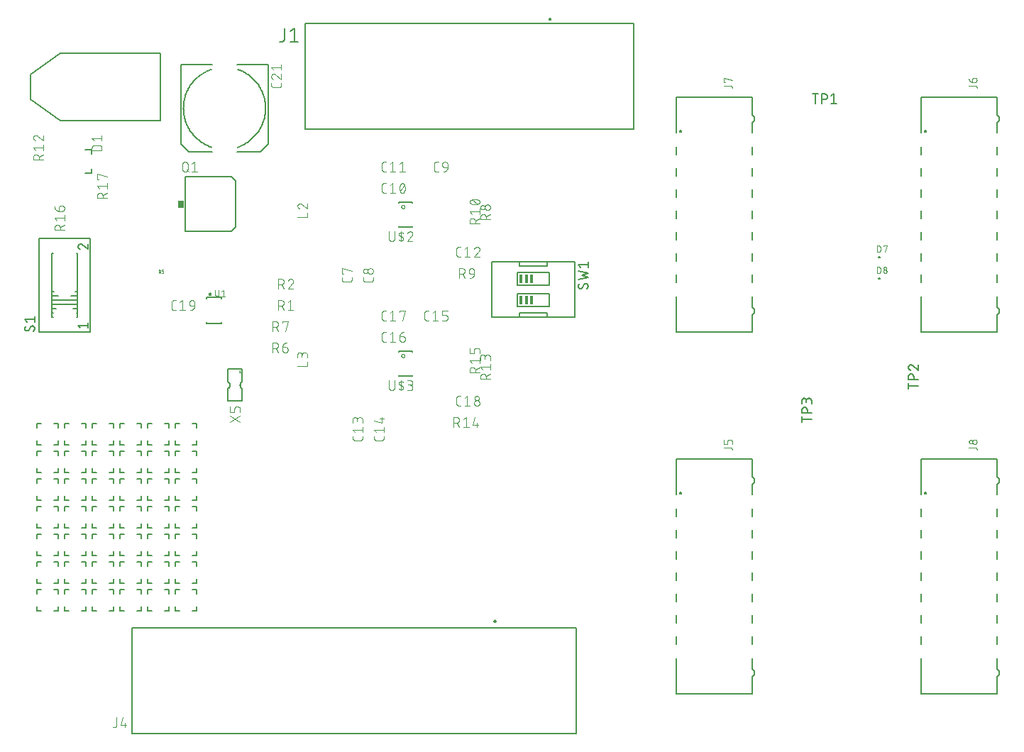
<source format=gbr>
G04 EAGLE Gerber RS-274X export*
G75*
%MOMM*%
%FSLAX34Y34*%
%LPD*%
%INSilkscreen Top*%
%IPPOS*%
%AMOC8*
5,1,8,0,0,1.08239X$1,22.5*%
G01*
%ADD10C,0.101600*%
%ADD11C,0.203200*%
%ADD12C,0.152400*%
%ADD13R,0.762000X0.863600*%
%ADD14C,0.127000*%
%ADD15C,0.076200*%
%ADD16C,0.025400*%
%ADD17R,0.381000X1.016000*%
%ADD18C,0.200000*%
%ADD19C,0.150000*%


D10*
X447106Y699008D02*
X444509Y699008D01*
X444410Y699010D01*
X444310Y699016D01*
X444211Y699025D01*
X444113Y699038D01*
X444015Y699055D01*
X443917Y699076D01*
X443821Y699101D01*
X443726Y699129D01*
X443632Y699161D01*
X443539Y699196D01*
X443447Y699235D01*
X443357Y699278D01*
X443269Y699323D01*
X443182Y699373D01*
X443098Y699425D01*
X443015Y699481D01*
X442935Y699539D01*
X442857Y699601D01*
X442782Y699666D01*
X442709Y699734D01*
X442639Y699804D01*
X442571Y699877D01*
X442506Y699952D01*
X442444Y700030D01*
X442386Y700110D01*
X442330Y700193D01*
X442278Y700277D01*
X442228Y700364D01*
X442183Y700452D01*
X442140Y700542D01*
X442101Y700634D01*
X442066Y700727D01*
X442034Y700821D01*
X442006Y700916D01*
X441981Y701012D01*
X441960Y701110D01*
X441943Y701208D01*
X441930Y701306D01*
X441921Y701405D01*
X441915Y701505D01*
X441913Y701604D01*
X441913Y708096D01*
X441915Y708195D01*
X441921Y708295D01*
X441930Y708394D01*
X441943Y708492D01*
X441960Y708590D01*
X441981Y708688D01*
X442006Y708784D01*
X442034Y708879D01*
X442066Y708973D01*
X442101Y709066D01*
X442140Y709158D01*
X442183Y709248D01*
X442228Y709336D01*
X442278Y709423D01*
X442330Y709507D01*
X442386Y709590D01*
X442444Y709670D01*
X442506Y709748D01*
X442571Y709823D01*
X442639Y709896D01*
X442709Y709966D01*
X442782Y710034D01*
X442857Y710099D01*
X442935Y710161D01*
X443015Y710219D01*
X443098Y710275D01*
X443182Y710327D01*
X443269Y710377D01*
X443357Y710422D01*
X443447Y710465D01*
X443539Y710504D01*
X443631Y710539D01*
X443726Y710571D01*
X443821Y710599D01*
X443917Y710624D01*
X444015Y710645D01*
X444113Y710662D01*
X444211Y710675D01*
X444310Y710684D01*
X444410Y710690D01*
X444509Y710692D01*
X447106Y710692D01*
X451471Y708096D02*
X454716Y710692D01*
X454716Y699008D01*
X451471Y699008D02*
X457962Y699008D01*
X462901Y704850D02*
X462904Y705080D01*
X462912Y705310D01*
X462926Y705539D01*
X462945Y705768D01*
X462970Y705997D01*
X463000Y706224D01*
X463035Y706452D01*
X463076Y706678D01*
X463122Y706903D01*
X463174Y707127D01*
X463231Y707349D01*
X463293Y707571D01*
X463361Y707790D01*
X463434Y708008D01*
X463512Y708225D01*
X463595Y708439D01*
X463683Y708651D01*
X463776Y708861D01*
X463875Y709069D01*
X463874Y709069D02*
X463907Y709159D01*
X463943Y709248D01*
X463983Y709336D01*
X464027Y709421D01*
X464074Y709505D01*
X464124Y709587D01*
X464178Y709667D01*
X464234Y709744D01*
X464294Y709820D01*
X464357Y709893D01*
X464422Y709963D01*
X464491Y710031D01*
X464562Y710095D01*
X464635Y710157D01*
X464711Y710216D01*
X464789Y710272D01*
X464870Y710325D01*
X464952Y710374D01*
X465036Y710420D01*
X465123Y710463D01*
X465210Y710502D01*
X465300Y710538D01*
X465390Y710570D01*
X465482Y710598D01*
X465575Y710623D01*
X465669Y710644D01*
X465763Y710661D01*
X465858Y710675D01*
X465954Y710684D01*
X466050Y710690D01*
X466146Y710692D01*
X466242Y710690D01*
X466338Y710684D01*
X466434Y710675D01*
X466529Y710661D01*
X466623Y710644D01*
X466717Y710623D01*
X466810Y710598D01*
X466902Y710570D01*
X466992Y710538D01*
X467082Y710502D01*
X467169Y710463D01*
X467256Y710420D01*
X467340Y710374D01*
X467422Y710325D01*
X467503Y710272D01*
X467581Y710216D01*
X467657Y710157D01*
X467730Y710095D01*
X467801Y710031D01*
X467870Y709963D01*
X467935Y709893D01*
X467998Y709820D01*
X468058Y709744D01*
X468114Y709667D01*
X468168Y709587D01*
X468218Y709505D01*
X468265Y709421D01*
X468309Y709336D01*
X468349Y709248D01*
X468385Y709159D01*
X468418Y709069D01*
X468419Y709069D02*
X468518Y708862D01*
X468611Y708652D01*
X468699Y708439D01*
X468782Y708225D01*
X468860Y708009D01*
X468933Y707791D01*
X469001Y707571D01*
X469063Y707350D01*
X469120Y707127D01*
X469172Y706903D01*
X469218Y706678D01*
X469259Y706452D01*
X469294Y706225D01*
X469324Y705997D01*
X469349Y705768D01*
X469368Y705539D01*
X469382Y705310D01*
X469390Y705080D01*
X469393Y704850D01*
X462901Y704850D02*
X462904Y704620D01*
X462912Y704390D01*
X462926Y704161D01*
X462945Y703932D01*
X462970Y703703D01*
X463000Y703475D01*
X463035Y703248D01*
X463076Y703022D01*
X463122Y702797D01*
X463174Y702573D01*
X463231Y702350D01*
X463293Y702129D01*
X463361Y701909D01*
X463434Y701691D01*
X463512Y701475D01*
X463595Y701261D01*
X463683Y701049D01*
X463776Y700838D01*
X463875Y700631D01*
X463874Y700631D02*
X463907Y700541D01*
X463943Y700452D01*
X463984Y700364D01*
X464027Y700279D01*
X464074Y700195D01*
X464124Y700113D01*
X464178Y700033D01*
X464234Y699956D01*
X464294Y699880D01*
X464357Y699807D01*
X464422Y699737D01*
X464491Y699669D01*
X464562Y699605D01*
X464635Y699543D01*
X464711Y699484D01*
X464789Y699428D01*
X464870Y699375D01*
X464952Y699326D01*
X465036Y699280D01*
X465123Y699237D01*
X465210Y699198D01*
X465300Y699162D01*
X465390Y699130D01*
X465482Y699102D01*
X465575Y699077D01*
X465669Y699056D01*
X465763Y699039D01*
X465858Y699025D01*
X465954Y699016D01*
X466050Y699010D01*
X466146Y699008D01*
X468418Y700631D02*
X468517Y700838D01*
X468610Y701049D01*
X468698Y701261D01*
X468781Y701475D01*
X468859Y701691D01*
X468932Y701909D01*
X469000Y702129D01*
X469062Y702350D01*
X469119Y702573D01*
X469171Y702797D01*
X469217Y703022D01*
X469258Y703248D01*
X469293Y703475D01*
X469323Y703703D01*
X469348Y703932D01*
X469367Y704161D01*
X469381Y704390D01*
X469389Y704620D01*
X469392Y704850D01*
X468418Y700631D02*
X468385Y700541D01*
X468349Y700452D01*
X468309Y700364D01*
X468265Y700279D01*
X468218Y700195D01*
X468168Y700113D01*
X468114Y700033D01*
X468058Y699956D01*
X467998Y699880D01*
X467935Y699807D01*
X467870Y699737D01*
X467801Y699669D01*
X467730Y699605D01*
X467657Y699543D01*
X467581Y699484D01*
X467503Y699428D01*
X467422Y699375D01*
X467340Y699326D01*
X467256Y699280D01*
X467169Y699237D01*
X467082Y699198D01*
X466992Y699162D01*
X466902Y699130D01*
X466810Y699102D01*
X466717Y699077D01*
X466623Y699056D01*
X466529Y699039D01*
X466434Y699025D01*
X466338Y699016D01*
X466242Y699010D01*
X466146Y699008D01*
X463550Y701604D02*
X468743Y708096D01*
X447106Y724408D02*
X444509Y724408D01*
X444410Y724410D01*
X444310Y724416D01*
X444211Y724425D01*
X444113Y724438D01*
X444015Y724455D01*
X443917Y724476D01*
X443821Y724501D01*
X443726Y724529D01*
X443632Y724561D01*
X443539Y724596D01*
X443447Y724635D01*
X443357Y724678D01*
X443269Y724723D01*
X443182Y724773D01*
X443098Y724825D01*
X443015Y724881D01*
X442935Y724939D01*
X442857Y725001D01*
X442782Y725066D01*
X442709Y725134D01*
X442639Y725204D01*
X442571Y725277D01*
X442506Y725352D01*
X442444Y725430D01*
X442386Y725510D01*
X442330Y725593D01*
X442278Y725677D01*
X442228Y725764D01*
X442183Y725852D01*
X442140Y725942D01*
X442101Y726034D01*
X442066Y726127D01*
X442034Y726221D01*
X442006Y726316D01*
X441981Y726412D01*
X441960Y726510D01*
X441943Y726608D01*
X441930Y726706D01*
X441921Y726805D01*
X441915Y726905D01*
X441913Y727004D01*
X441913Y733496D01*
X441915Y733595D01*
X441921Y733695D01*
X441930Y733794D01*
X441943Y733892D01*
X441960Y733990D01*
X441981Y734088D01*
X442006Y734184D01*
X442034Y734279D01*
X442066Y734373D01*
X442101Y734466D01*
X442140Y734558D01*
X442183Y734648D01*
X442228Y734736D01*
X442278Y734823D01*
X442330Y734907D01*
X442386Y734990D01*
X442444Y735070D01*
X442506Y735148D01*
X442571Y735223D01*
X442639Y735296D01*
X442709Y735366D01*
X442782Y735434D01*
X442857Y735499D01*
X442935Y735561D01*
X443015Y735619D01*
X443098Y735675D01*
X443182Y735727D01*
X443269Y735777D01*
X443357Y735822D01*
X443447Y735865D01*
X443539Y735904D01*
X443631Y735939D01*
X443726Y735971D01*
X443821Y735999D01*
X443917Y736024D01*
X444015Y736045D01*
X444113Y736062D01*
X444211Y736075D01*
X444310Y736084D01*
X444410Y736090D01*
X444509Y736092D01*
X447106Y736092D01*
X451471Y733496D02*
X454716Y736092D01*
X454716Y724408D01*
X451471Y724408D02*
X457962Y724408D01*
X462901Y733496D02*
X466146Y736092D01*
X466146Y724408D01*
X462901Y724408D02*
X469392Y724408D01*
X533409Y622808D02*
X536006Y622808D01*
X533409Y622808D02*
X533310Y622810D01*
X533210Y622816D01*
X533111Y622825D01*
X533013Y622838D01*
X532915Y622855D01*
X532817Y622876D01*
X532721Y622901D01*
X532626Y622929D01*
X532532Y622961D01*
X532439Y622996D01*
X532347Y623035D01*
X532257Y623078D01*
X532169Y623123D01*
X532082Y623173D01*
X531998Y623225D01*
X531915Y623281D01*
X531835Y623339D01*
X531757Y623401D01*
X531682Y623466D01*
X531609Y623534D01*
X531539Y623604D01*
X531471Y623677D01*
X531406Y623752D01*
X531344Y623830D01*
X531286Y623910D01*
X531230Y623993D01*
X531178Y624077D01*
X531128Y624164D01*
X531083Y624252D01*
X531040Y624342D01*
X531001Y624434D01*
X530966Y624527D01*
X530934Y624621D01*
X530906Y624716D01*
X530881Y624812D01*
X530860Y624910D01*
X530843Y625008D01*
X530830Y625106D01*
X530821Y625205D01*
X530815Y625305D01*
X530813Y625404D01*
X530813Y631896D01*
X530815Y631995D01*
X530821Y632095D01*
X530830Y632194D01*
X530843Y632292D01*
X530860Y632390D01*
X530881Y632488D01*
X530906Y632584D01*
X530934Y632679D01*
X530966Y632773D01*
X531001Y632866D01*
X531040Y632958D01*
X531083Y633048D01*
X531128Y633136D01*
X531178Y633223D01*
X531230Y633307D01*
X531286Y633390D01*
X531344Y633470D01*
X531406Y633548D01*
X531471Y633623D01*
X531539Y633696D01*
X531609Y633766D01*
X531682Y633834D01*
X531757Y633899D01*
X531835Y633961D01*
X531915Y634019D01*
X531998Y634075D01*
X532082Y634127D01*
X532169Y634177D01*
X532257Y634222D01*
X532347Y634265D01*
X532439Y634304D01*
X532531Y634339D01*
X532626Y634371D01*
X532721Y634399D01*
X532817Y634424D01*
X532915Y634445D01*
X533013Y634462D01*
X533111Y634475D01*
X533210Y634484D01*
X533310Y634490D01*
X533409Y634492D01*
X536006Y634492D01*
X540371Y631896D02*
X543616Y634492D01*
X543616Y622808D01*
X540371Y622808D02*
X546862Y622808D01*
X558292Y631571D02*
X558290Y631678D01*
X558284Y631784D01*
X558274Y631890D01*
X558261Y631996D01*
X558243Y632102D01*
X558222Y632206D01*
X558197Y632310D01*
X558168Y632413D01*
X558136Y632514D01*
X558099Y632614D01*
X558059Y632713D01*
X558016Y632811D01*
X557969Y632907D01*
X557918Y633001D01*
X557864Y633093D01*
X557807Y633183D01*
X557747Y633271D01*
X557683Y633356D01*
X557616Y633439D01*
X557546Y633520D01*
X557474Y633598D01*
X557398Y633674D01*
X557320Y633746D01*
X557239Y633816D01*
X557156Y633883D01*
X557071Y633947D01*
X556983Y634007D01*
X556893Y634064D01*
X556801Y634118D01*
X556707Y634169D01*
X556611Y634216D01*
X556513Y634259D01*
X556414Y634299D01*
X556314Y634336D01*
X556213Y634368D01*
X556110Y634397D01*
X556006Y634422D01*
X555902Y634443D01*
X555796Y634461D01*
X555690Y634474D01*
X555584Y634484D01*
X555478Y634490D01*
X555371Y634492D01*
X555250Y634490D01*
X555129Y634484D01*
X555009Y634474D01*
X554888Y634461D01*
X554769Y634443D01*
X554649Y634422D01*
X554531Y634397D01*
X554414Y634368D01*
X554297Y634335D01*
X554182Y634299D01*
X554068Y634258D01*
X553955Y634215D01*
X553843Y634167D01*
X553734Y634116D01*
X553626Y634061D01*
X553519Y634003D01*
X553415Y633942D01*
X553313Y633877D01*
X553213Y633809D01*
X553115Y633738D01*
X553019Y633664D01*
X552926Y633587D01*
X552836Y633506D01*
X552748Y633423D01*
X552663Y633337D01*
X552580Y633248D01*
X552501Y633157D01*
X552424Y633063D01*
X552351Y632967D01*
X552281Y632869D01*
X552214Y632768D01*
X552150Y632665D01*
X552090Y632560D01*
X552033Y632453D01*
X551979Y632345D01*
X551929Y632235D01*
X551883Y632123D01*
X551840Y632010D01*
X551801Y631895D01*
X557319Y629299D02*
X557398Y629376D01*
X557474Y629457D01*
X557547Y629540D01*
X557617Y629625D01*
X557684Y629713D01*
X557748Y629803D01*
X557808Y629895D01*
X557865Y629990D01*
X557919Y630086D01*
X557970Y630184D01*
X558017Y630284D01*
X558061Y630386D01*
X558101Y630489D01*
X558137Y630593D01*
X558169Y630699D01*
X558198Y630805D01*
X558223Y630913D01*
X558245Y631021D01*
X558262Y631131D01*
X558276Y631240D01*
X558285Y631350D01*
X558291Y631461D01*
X558293Y631571D01*
X557318Y629299D02*
X551801Y622808D01*
X558292Y622808D01*
X418592Y409006D02*
X418592Y406409D01*
X418590Y406310D01*
X418584Y406210D01*
X418575Y406111D01*
X418562Y406013D01*
X418545Y405915D01*
X418524Y405817D01*
X418499Y405721D01*
X418471Y405626D01*
X418439Y405532D01*
X418404Y405439D01*
X418365Y405347D01*
X418322Y405257D01*
X418277Y405169D01*
X418227Y405082D01*
X418175Y404998D01*
X418119Y404915D01*
X418061Y404835D01*
X417999Y404757D01*
X417934Y404682D01*
X417866Y404609D01*
X417796Y404539D01*
X417723Y404471D01*
X417648Y404406D01*
X417570Y404344D01*
X417490Y404286D01*
X417407Y404230D01*
X417323Y404178D01*
X417236Y404128D01*
X417148Y404083D01*
X417058Y404040D01*
X416966Y404001D01*
X416873Y403966D01*
X416779Y403934D01*
X416684Y403906D01*
X416588Y403881D01*
X416490Y403860D01*
X416392Y403843D01*
X416294Y403830D01*
X416195Y403821D01*
X416095Y403815D01*
X415996Y403813D01*
X409504Y403813D01*
X409504Y403812D02*
X409405Y403814D01*
X409305Y403820D01*
X409206Y403829D01*
X409108Y403842D01*
X409010Y403860D01*
X408912Y403880D01*
X408816Y403905D01*
X408720Y403933D01*
X408626Y403965D01*
X408533Y404000D01*
X408442Y404039D01*
X408352Y404082D01*
X408263Y404127D01*
X408177Y404177D01*
X408092Y404229D01*
X408010Y404285D01*
X407930Y404344D01*
X407852Y404405D01*
X407776Y404470D01*
X407703Y404538D01*
X407633Y404608D01*
X407565Y404681D01*
X407500Y404757D01*
X407439Y404835D01*
X407380Y404915D01*
X407324Y404997D01*
X407272Y405082D01*
X407223Y405168D01*
X407177Y405257D01*
X407134Y405347D01*
X407095Y405438D01*
X407060Y405531D01*
X407028Y405625D01*
X407000Y405721D01*
X406975Y405817D01*
X406955Y405915D01*
X406937Y406013D01*
X406924Y406111D01*
X406915Y406210D01*
X406909Y406309D01*
X406907Y406409D01*
X406908Y406409D02*
X406908Y409006D01*
X409504Y413371D02*
X406908Y416616D01*
X418592Y416616D01*
X418592Y413371D02*
X418592Y419862D01*
X418592Y424801D02*
X418592Y428046D01*
X418590Y428159D01*
X418584Y428272D01*
X418574Y428385D01*
X418560Y428498D01*
X418543Y428610D01*
X418521Y428721D01*
X418496Y428831D01*
X418466Y428941D01*
X418433Y429049D01*
X418396Y429156D01*
X418356Y429262D01*
X418311Y429366D01*
X418263Y429469D01*
X418212Y429570D01*
X418157Y429669D01*
X418099Y429766D01*
X418037Y429861D01*
X417972Y429954D01*
X417904Y430044D01*
X417833Y430132D01*
X417758Y430218D01*
X417681Y430301D01*
X417601Y430381D01*
X417518Y430458D01*
X417432Y430533D01*
X417344Y430604D01*
X417254Y430672D01*
X417161Y430737D01*
X417066Y430799D01*
X416969Y430857D01*
X416870Y430912D01*
X416769Y430963D01*
X416666Y431011D01*
X416562Y431056D01*
X416456Y431096D01*
X416349Y431133D01*
X416241Y431166D01*
X416131Y431196D01*
X416021Y431221D01*
X415910Y431243D01*
X415798Y431260D01*
X415685Y431274D01*
X415572Y431284D01*
X415459Y431290D01*
X415346Y431292D01*
X415233Y431290D01*
X415120Y431284D01*
X415007Y431274D01*
X414894Y431260D01*
X414782Y431243D01*
X414671Y431221D01*
X414561Y431196D01*
X414451Y431166D01*
X414343Y431133D01*
X414236Y431096D01*
X414130Y431056D01*
X414026Y431011D01*
X413923Y430963D01*
X413822Y430912D01*
X413723Y430857D01*
X413626Y430799D01*
X413531Y430737D01*
X413438Y430672D01*
X413348Y430604D01*
X413260Y430533D01*
X413174Y430458D01*
X413091Y430381D01*
X413011Y430301D01*
X412934Y430218D01*
X412859Y430132D01*
X412788Y430044D01*
X412720Y429954D01*
X412655Y429861D01*
X412593Y429766D01*
X412535Y429669D01*
X412480Y429570D01*
X412429Y429469D01*
X412381Y429366D01*
X412336Y429262D01*
X412296Y429156D01*
X412259Y429049D01*
X412226Y428941D01*
X412196Y428831D01*
X412171Y428721D01*
X412149Y428610D01*
X412132Y428498D01*
X412118Y428385D01*
X412108Y428272D01*
X412102Y428159D01*
X412100Y428046D01*
X406908Y428696D02*
X406908Y424801D01*
X406908Y428696D02*
X406910Y428797D01*
X406916Y428897D01*
X406926Y428997D01*
X406939Y429097D01*
X406957Y429196D01*
X406978Y429295D01*
X407003Y429392D01*
X407032Y429489D01*
X407065Y429584D01*
X407101Y429678D01*
X407141Y429770D01*
X407184Y429861D01*
X407231Y429950D01*
X407281Y430037D01*
X407335Y430123D01*
X407392Y430206D01*
X407452Y430286D01*
X407515Y430365D01*
X407582Y430441D01*
X407651Y430514D01*
X407723Y430584D01*
X407797Y430652D01*
X407874Y430717D01*
X407954Y430778D01*
X408036Y430837D01*
X408120Y430892D01*
X408206Y430944D01*
X408294Y430993D01*
X408384Y431038D01*
X408476Y431080D01*
X408569Y431118D01*
X408664Y431152D01*
X408759Y431183D01*
X408856Y431210D01*
X408954Y431233D01*
X409053Y431253D01*
X409153Y431268D01*
X409253Y431280D01*
X409353Y431288D01*
X409454Y431292D01*
X409554Y431292D01*
X409655Y431288D01*
X409755Y431280D01*
X409855Y431268D01*
X409955Y431253D01*
X410054Y431233D01*
X410152Y431210D01*
X410249Y431183D01*
X410344Y431152D01*
X410439Y431118D01*
X410532Y431080D01*
X410624Y431038D01*
X410714Y430993D01*
X410802Y430944D01*
X410888Y430892D01*
X410972Y430837D01*
X411054Y430778D01*
X411134Y430717D01*
X411211Y430652D01*
X411285Y430584D01*
X411357Y430514D01*
X411426Y430441D01*
X411493Y430365D01*
X411556Y430286D01*
X411616Y430206D01*
X411673Y430123D01*
X411727Y430037D01*
X411777Y429950D01*
X411824Y429861D01*
X411867Y429770D01*
X411907Y429678D01*
X411943Y429584D01*
X411976Y429489D01*
X412005Y429392D01*
X412030Y429295D01*
X412051Y429196D01*
X412069Y429097D01*
X412082Y428997D01*
X412092Y428897D01*
X412098Y428797D01*
X412100Y428696D01*
X412101Y428696D02*
X412101Y426099D01*
X443992Y409006D02*
X443992Y406409D01*
X443990Y406310D01*
X443984Y406210D01*
X443975Y406111D01*
X443962Y406013D01*
X443945Y405915D01*
X443924Y405817D01*
X443899Y405721D01*
X443871Y405626D01*
X443839Y405532D01*
X443804Y405439D01*
X443765Y405347D01*
X443722Y405257D01*
X443677Y405169D01*
X443627Y405082D01*
X443575Y404998D01*
X443519Y404915D01*
X443461Y404835D01*
X443399Y404757D01*
X443334Y404682D01*
X443266Y404609D01*
X443196Y404539D01*
X443123Y404471D01*
X443048Y404406D01*
X442970Y404344D01*
X442890Y404286D01*
X442807Y404230D01*
X442723Y404178D01*
X442636Y404128D01*
X442548Y404083D01*
X442458Y404040D01*
X442366Y404001D01*
X442273Y403966D01*
X442179Y403934D01*
X442084Y403906D01*
X441988Y403881D01*
X441890Y403860D01*
X441792Y403843D01*
X441694Y403830D01*
X441595Y403821D01*
X441495Y403815D01*
X441396Y403813D01*
X434904Y403813D01*
X434904Y403812D02*
X434805Y403814D01*
X434705Y403820D01*
X434606Y403829D01*
X434508Y403842D01*
X434410Y403860D01*
X434312Y403880D01*
X434216Y403905D01*
X434120Y403933D01*
X434026Y403965D01*
X433933Y404000D01*
X433842Y404039D01*
X433752Y404082D01*
X433663Y404127D01*
X433577Y404177D01*
X433492Y404229D01*
X433410Y404285D01*
X433330Y404344D01*
X433252Y404405D01*
X433176Y404470D01*
X433103Y404538D01*
X433033Y404608D01*
X432965Y404681D01*
X432900Y404757D01*
X432839Y404835D01*
X432780Y404915D01*
X432724Y404997D01*
X432672Y405082D01*
X432623Y405168D01*
X432577Y405257D01*
X432534Y405347D01*
X432495Y405438D01*
X432460Y405531D01*
X432428Y405625D01*
X432400Y405721D01*
X432375Y405817D01*
X432355Y405915D01*
X432337Y406013D01*
X432324Y406111D01*
X432315Y406210D01*
X432309Y406309D01*
X432307Y406409D01*
X432308Y406409D02*
X432308Y409006D01*
X434904Y413371D02*
X432308Y416616D01*
X443992Y416616D01*
X443992Y413371D02*
X443992Y419862D01*
X441396Y424801D02*
X432308Y427397D01*
X441396Y424801D02*
X441396Y431292D01*
X438799Y429345D02*
X443992Y429345D01*
X495309Y546608D02*
X497906Y546608D01*
X495309Y546608D02*
X495210Y546610D01*
X495110Y546616D01*
X495011Y546625D01*
X494913Y546638D01*
X494815Y546655D01*
X494717Y546676D01*
X494621Y546701D01*
X494526Y546729D01*
X494432Y546761D01*
X494339Y546796D01*
X494247Y546835D01*
X494157Y546878D01*
X494069Y546923D01*
X493982Y546973D01*
X493898Y547025D01*
X493815Y547081D01*
X493735Y547139D01*
X493657Y547201D01*
X493582Y547266D01*
X493509Y547334D01*
X493439Y547404D01*
X493371Y547477D01*
X493306Y547552D01*
X493244Y547630D01*
X493186Y547710D01*
X493130Y547793D01*
X493078Y547877D01*
X493028Y547964D01*
X492983Y548052D01*
X492940Y548142D01*
X492901Y548234D01*
X492866Y548327D01*
X492834Y548421D01*
X492806Y548516D01*
X492781Y548612D01*
X492760Y548710D01*
X492743Y548808D01*
X492730Y548906D01*
X492721Y549005D01*
X492715Y549105D01*
X492713Y549204D01*
X492713Y555696D01*
X492715Y555795D01*
X492721Y555895D01*
X492730Y555994D01*
X492743Y556092D01*
X492760Y556190D01*
X492781Y556288D01*
X492806Y556384D01*
X492834Y556479D01*
X492866Y556573D01*
X492901Y556666D01*
X492940Y556758D01*
X492983Y556848D01*
X493028Y556936D01*
X493078Y557023D01*
X493130Y557107D01*
X493186Y557190D01*
X493244Y557270D01*
X493306Y557348D01*
X493371Y557423D01*
X493439Y557496D01*
X493509Y557566D01*
X493582Y557634D01*
X493657Y557699D01*
X493735Y557761D01*
X493815Y557819D01*
X493898Y557875D01*
X493982Y557927D01*
X494069Y557977D01*
X494157Y558022D01*
X494247Y558065D01*
X494339Y558104D01*
X494431Y558139D01*
X494526Y558171D01*
X494621Y558199D01*
X494717Y558224D01*
X494815Y558245D01*
X494913Y558262D01*
X495011Y558275D01*
X495110Y558284D01*
X495210Y558290D01*
X495309Y558292D01*
X497906Y558292D01*
X502271Y555696D02*
X505516Y558292D01*
X505516Y546608D01*
X502271Y546608D02*
X508762Y546608D01*
X513701Y546608D02*
X517596Y546608D01*
X517695Y546610D01*
X517795Y546616D01*
X517894Y546625D01*
X517992Y546638D01*
X518090Y546655D01*
X518188Y546676D01*
X518284Y546701D01*
X518379Y546729D01*
X518473Y546761D01*
X518566Y546796D01*
X518658Y546835D01*
X518748Y546878D01*
X518836Y546923D01*
X518923Y546973D01*
X519007Y547025D01*
X519090Y547081D01*
X519170Y547139D01*
X519248Y547201D01*
X519323Y547266D01*
X519396Y547334D01*
X519466Y547404D01*
X519534Y547477D01*
X519599Y547552D01*
X519661Y547630D01*
X519719Y547710D01*
X519775Y547793D01*
X519827Y547877D01*
X519877Y547964D01*
X519922Y548052D01*
X519965Y548142D01*
X520004Y548234D01*
X520039Y548327D01*
X520071Y548421D01*
X520099Y548516D01*
X520124Y548612D01*
X520145Y548710D01*
X520162Y548808D01*
X520175Y548906D01*
X520184Y549005D01*
X520190Y549105D01*
X520192Y549204D01*
X520192Y550503D01*
X520190Y550602D01*
X520184Y550702D01*
X520175Y550801D01*
X520162Y550899D01*
X520145Y550997D01*
X520124Y551095D01*
X520099Y551191D01*
X520071Y551286D01*
X520039Y551380D01*
X520004Y551473D01*
X519965Y551565D01*
X519922Y551655D01*
X519877Y551743D01*
X519827Y551830D01*
X519775Y551914D01*
X519719Y551997D01*
X519661Y552077D01*
X519599Y552155D01*
X519534Y552230D01*
X519466Y552303D01*
X519396Y552373D01*
X519323Y552441D01*
X519248Y552506D01*
X519170Y552568D01*
X519090Y552626D01*
X519007Y552682D01*
X518923Y552734D01*
X518836Y552784D01*
X518748Y552829D01*
X518658Y552872D01*
X518566Y552911D01*
X518473Y552946D01*
X518379Y552978D01*
X518284Y553006D01*
X518188Y553031D01*
X518090Y553052D01*
X517992Y553069D01*
X517894Y553082D01*
X517795Y553091D01*
X517695Y553097D01*
X517596Y553099D01*
X513701Y553099D01*
X513701Y558292D01*
X520192Y558292D01*
X447106Y521208D02*
X444509Y521208D01*
X444410Y521210D01*
X444310Y521216D01*
X444211Y521225D01*
X444113Y521238D01*
X444015Y521255D01*
X443917Y521276D01*
X443821Y521301D01*
X443726Y521329D01*
X443632Y521361D01*
X443539Y521396D01*
X443447Y521435D01*
X443357Y521478D01*
X443269Y521523D01*
X443182Y521573D01*
X443098Y521625D01*
X443015Y521681D01*
X442935Y521739D01*
X442857Y521801D01*
X442782Y521866D01*
X442709Y521934D01*
X442639Y522004D01*
X442571Y522077D01*
X442506Y522152D01*
X442444Y522230D01*
X442386Y522310D01*
X442330Y522393D01*
X442278Y522477D01*
X442228Y522564D01*
X442183Y522652D01*
X442140Y522742D01*
X442101Y522834D01*
X442066Y522927D01*
X442034Y523021D01*
X442006Y523116D01*
X441981Y523212D01*
X441960Y523310D01*
X441943Y523408D01*
X441930Y523506D01*
X441921Y523605D01*
X441915Y523705D01*
X441913Y523804D01*
X441913Y530296D01*
X441915Y530395D01*
X441921Y530495D01*
X441930Y530594D01*
X441943Y530692D01*
X441960Y530790D01*
X441981Y530888D01*
X442006Y530984D01*
X442034Y531079D01*
X442066Y531173D01*
X442101Y531266D01*
X442140Y531358D01*
X442183Y531448D01*
X442228Y531536D01*
X442278Y531623D01*
X442330Y531707D01*
X442386Y531790D01*
X442444Y531870D01*
X442506Y531948D01*
X442571Y532023D01*
X442639Y532096D01*
X442709Y532166D01*
X442782Y532234D01*
X442857Y532299D01*
X442935Y532361D01*
X443015Y532419D01*
X443098Y532475D01*
X443182Y532527D01*
X443269Y532577D01*
X443357Y532622D01*
X443447Y532665D01*
X443539Y532704D01*
X443631Y532739D01*
X443726Y532771D01*
X443821Y532799D01*
X443917Y532824D01*
X444015Y532845D01*
X444113Y532862D01*
X444211Y532875D01*
X444310Y532884D01*
X444410Y532890D01*
X444509Y532892D01*
X447106Y532892D01*
X451471Y530296D02*
X454716Y532892D01*
X454716Y521208D01*
X451471Y521208D02*
X457962Y521208D01*
X462901Y527699D02*
X466796Y527699D01*
X466895Y527697D01*
X466995Y527691D01*
X467094Y527682D01*
X467192Y527669D01*
X467290Y527652D01*
X467388Y527631D01*
X467484Y527606D01*
X467579Y527578D01*
X467673Y527546D01*
X467766Y527511D01*
X467858Y527472D01*
X467948Y527429D01*
X468036Y527384D01*
X468123Y527334D01*
X468207Y527282D01*
X468290Y527226D01*
X468370Y527168D01*
X468448Y527106D01*
X468523Y527041D01*
X468596Y526973D01*
X468666Y526903D01*
X468734Y526830D01*
X468799Y526755D01*
X468861Y526677D01*
X468919Y526597D01*
X468975Y526514D01*
X469027Y526430D01*
X469077Y526343D01*
X469122Y526255D01*
X469165Y526165D01*
X469204Y526073D01*
X469239Y525980D01*
X469271Y525886D01*
X469299Y525791D01*
X469324Y525695D01*
X469345Y525597D01*
X469362Y525499D01*
X469375Y525401D01*
X469384Y525302D01*
X469390Y525202D01*
X469392Y525103D01*
X469392Y524454D01*
X469390Y524341D01*
X469384Y524228D01*
X469374Y524115D01*
X469360Y524002D01*
X469343Y523890D01*
X469321Y523779D01*
X469296Y523669D01*
X469266Y523559D01*
X469233Y523451D01*
X469196Y523344D01*
X469156Y523238D01*
X469111Y523134D01*
X469063Y523031D01*
X469012Y522930D01*
X468957Y522831D01*
X468899Y522734D01*
X468837Y522639D01*
X468772Y522546D01*
X468704Y522456D01*
X468633Y522368D01*
X468558Y522282D01*
X468481Y522199D01*
X468401Y522119D01*
X468318Y522042D01*
X468232Y521967D01*
X468144Y521896D01*
X468054Y521828D01*
X467961Y521763D01*
X467866Y521701D01*
X467769Y521643D01*
X467670Y521588D01*
X467569Y521537D01*
X467466Y521489D01*
X467362Y521444D01*
X467256Y521404D01*
X467149Y521367D01*
X467041Y521334D01*
X466931Y521304D01*
X466821Y521279D01*
X466710Y521257D01*
X466598Y521240D01*
X466485Y521226D01*
X466372Y521216D01*
X466259Y521210D01*
X466146Y521208D01*
X466033Y521210D01*
X465920Y521216D01*
X465807Y521226D01*
X465694Y521240D01*
X465582Y521257D01*
X465471Y521279D01*
X465361Y521304D01*
X465251Y521334D01*
X465143Y521367D01*
X465036Y521404D01*
X464930Y521444D01*
X464826Y521489D01*
X464723Y521537D01*
X464622Y521588D01*
X464523Y521643D01*
X464426Y521701D01*
X464331Y521763D01*
X464238Y521828D01*
X464148Y521896D01*
X464060Y521967D01*
X463974Y522042D01*
X463891Y522119D01*
X463811Y522199D01*
X463734Y522282D01*
X463659Y522368D01*
X463588Y522456D01*
X463520Y522546D01*
X463455Y522639D01*
X463393Y522734D01*
X463335Y522831D01*
X463280Y522930D01*
X463229Y523031D01*
X463181Y523134D01*
X463136Y523238D01*
X463096Y523344D01*
X463059Y523451D01*
X463026Y523559D01*
X462996Y523669D01*
X462971Y523779D01*
X462949Y523890D01*
X462932Y524002D01*
X462918Y524115D01*
X462908Y524228D01*
X462902Y524341D01*
X462900Y524454D01*
X462901Y524454D02*
X462901Y527699D01*
X462903Y527842D01*
X462909Y527985D01*
X462919Y528128D01*
X462933Y528270D01*
X462950Y528412D01*
X462972Y528554D01*
X462997Y528695D01*
X463027Y528835D01*
X463060Y528974D01*
X463097Y529112D01*
X463138Y529249D01*
X463182Y529385D01*
X463231Y529520D01*
X463283Y529653D01*
X463338Y529785D01*
X463398Y529915D01*
X463461Y530044D01*
X463527Y530171D01*
X463597Y530295D01*
X463670Y530418D01*
X463747Y530539D01*
X463827Y530658D01*
X463910Y530774D01*
X463996Y530889D01*
X464085Y531000D01*
X464178Y531110D01*
X464273Y531216D01*
X464372Y531320D01*
X464473Y531421D01*
X464577Y531520D01*
X464683Y531615D01*
X464793Y531708D01*
X464904Y531797D01*
X465019Y531883D01*
X465135Y531966D01*
X465254Y532046D01*
X465375Y532123D01*
X465497Y532196D01*
X465622Y532266D01*
X465749Y532332D01*
X465878Y532395D01*
X466008Y532455D01*
X466140Y532510D01*
X466273Y532562D01*
X466408Y532611D01*
X466544Y532655D01*
X466681Y532696D01*
X466819Y532733D01*
X466958Y532766D01*
X467098Y532796D01*
X467239Y532821D01*
X467381Y532843D01*
X467523Y532860D01*
X467665Y532874D01*
X467808Y532884D01*
X467951Y532890D01*
X468094Y532892D01*
X447106Y546608D02*
X444509Y546608D01*
X444410Y546610D01*
X444310Y546616D01*
X444211Y546625D01*
X444113Y546638D01*
X444015Y546655D01*
X443917Y546676D01*
X443821Y546701D01*
X443726Y546729D01*
X443632Y546761D01*
X443539Y546796D01*
X443447Y546835D01*
X443357Y546878D01*
X443269Y546923D01*
X443182Y546973D01*
X443098Y547025D01*
X443015Y547081D01*
X442935Y547139D01*
X442857Y547201D01*
X442782Y547266D01*
X442709Y547334D01*
X442639Y547404D01*
X442571Y547477D01*
X442506Y547552D01*
X442444Y547630D01*
X442386Y547710D01*
X442330Y547793D01*
X442278Y547877D01*
X442228Y547964D01*
X442183Y548052D01*
X442140Y548142D01*
X442101Y548234D01*
X442066Y548327D01*
X442034Y548421D01*
X442006Y548516D01*
X441981Y548612D01*
X441960Y548710D01*
X441943Y548808D01*
X441930Y548906D01*
X441921Y549005D01*
X441915Y549105D01*
X441913Y549204D01*
X441913Y555696D01*
X441915Y555795D01*
X441921Y555895D01*
X441930Y555994D01*
X441943Y556092D01*
X441960Y556190D01*
X441981Y556288D01*
X442006Y556384D01*
X442034Y556479D01*
X442066Y556573D01*
X442101Y556666D01*
X442140Y556758D01*
X442183Y556848D01*
X442228Y556936D01*
X442278Y557023D01*
X442330Y557107D01*
X442386Y557190D01*
X442444Y557270D01*
X442506Y557348D01*
X442571Y557423D01*
X442639Y557496D01*
X442709Y557566D01*
X442782Y557634D01*
X442857Y557699D01*
X442935Y557761D01*
X443015Y557819D01*
X443098Y557875D01*
X443182Y557927D01*
X443269Y557977D01*
X443357Y558022D01*
X443447Y558065D01*
X443539Y558104D01*
X443631Y558139D01*
X443726Y558171D01*
X443821Y558199D01*
X443917Y558224D01*
X444015Y558245D01*
X444113Y558262D01*
X444211Y558275D01*
X444310Y558284D01*
X444410Y558290D01*
X444509Y558292D01*
X447106Y558292D01*
X451471Y555696D02*
X454716Y558292D01*
X454716Y546608D01*
X451471Y546608D02*
X457962Y546608D01*
X462901Y556994D02*
X462901Y558292D01*
X469392Y558292D01*
X466146Y546608D01*
X533409Y445008D02*
X536006Y445008D01*
X533409Y445008D02*
X533310Y445010D01*
X533210Y445016D01*
X533111Y445025D01*
X533013Y445038D01*
X532915Y445055D01*
X532817Y445076D01*
X532721Y445101D01*
X532626Y445129D01*
X532532Y445161D01*
X532439Y445196D01*
X532347Y445235D01*
X532257Y445278D01*
X532169Y445323D01*
X532082Y445373D01*
X531998Y445425D01*
X531915Y445481D01*
X531835Y445539D01*
X531757Y445601D01*
X531682Y445666D01*
X531609Y445734D01*
X531539Y445804D01*
X531471Y445877D01*
X531406Y445952D01*
X531344Y446030D01*
X531286Y446110D01*
X531230Y446193D01*
X531178Y446277D01*
X531128Y446364D01*
X531083Y446452D01*
X531040Y446542D01*
X531001Y446634D01*
X530966Y446727D01*
X530934Y446821D01*
X530906Y446916D01*
X530881Y447012D01*
X530860Y447110D01*
X530843Y447208D01*
X530830Y447306D01*
X530821Y447405D01*
X530815Y447505D01*
X530813Y447604D01*
X530813Y454096D01*
X530815Y454195D01*
X530821Y454295D01*
X530830Y454394D01*
X530843Y454492D01*
X530860Y454590D01*
X530881Y454688D01*
X530906Y454784D01*
X530934Y454879D01*
X530966Y454973D01*
X531001Y455066D01*
X531040Y455158D01*
X531083Y455248D01*
X531128Y455336D01*
X531178Y455423D01*
X531230Y455507D01*
X531286Y455590D01*
X531344Y455670D01*
X531406Y455748D01*
X531471Y455823D01*
X531539Y455896D01*
X531609Y455966D01*
X531682Y456034D01*
X531757Y456099D01*
X531835Y456161D01*
X531915Y456219D01*
X531998Y456275D01*
X532082Y456327D01*
X532169Y456377D01*
X532257Y456422D01*
X532347Y456465D01*
X532439Y456504D01*
X532531Y456539D01*
X532626Y456571D01*
X532721Y456599D01*
X532817Y456624D01*
X532915Y456645D01*
X533013Y456662D01*
X533111Y456675D01*
X533210Y456684D01*
X533310Y456690D01*
X533409Y456692D01*
X536006Y456692D01*
X540371Y454096D02*
X543616Y456692D01*
X543616Y445008D01*
X540371Y445008D02*
X546862Y445008D01*
X551800Y448254D02*
X551802Y448367D01*
X551808Y448480D01*
X551818Y448593D01*
X551832Y448706D01*
X551849Y448818D01*
X551871Y448929D01*
X551896Y449039D01*
X551926Y449149D01*
X551959Y449257D01*
X551996Y449364D01*
X552036Y449470D01*
X552081Y449574D01*
X552129Y449677D01*
X552180Y449778D01*
X552235Y449877D01*
X552293Y449974D01*
X552355Y450069D01*
X552420Y450162D01*
X552488Y450252D01*
X552559Y450340D01*
X552634Y450426D01*
X552711Y450509D01*
X552791Y450589D01*
X552874Y450666D01*
X552960Y450741D01*
X553048Y450812D01*
X553138Y450880D01*
X553231Y450945D01*
X553326Y451007D01*
X553423Y451065D01*
X553522Y451120D01*
X553623Y451171D01*
X553726Y451219D01*
X553830Y451264D01*
X553936Y451304D01*
X554043Y451341D01*
X554151Y451374D01*
X554261Y451404D01*
X554371Y451429D01*
X554482Y451451D01*
X554594Y451468D01*
X554707Y451482D01*
X554820Y451492D01*
X554933Y451498D01*
X555046Y451500D01*
X555159Y451498D01*
X555272Y451492D01*
X555385Y451482D01*
X555498Y451468D01*
X555610Y451451D01*
X555721Y451429D01*
X555831Y451404D01*
X555941Y451374D01*
X556049Y451341D01*
X556156Y451304D01*
X556262Y451264D01*
X556366Y451219D01*
X556469Y451171D01*
X556570Y451120D01*
X556669Y451065D01*
X556766Y451007D01*
X556861Y450945D01*
X556954Y450880D01*
X557044Y450812D01*
X557132Y450741D01*
X557218Y450666D01*
X557301Y450589D01*
X557381Y450509D01*
X557458Y450426D01*
X557533Y450340D01*
X557604Y450252D01*
X557672Y450162D01*
X557737Y450069D01*
X557799Y449974D01*
X557857Y449877D01*
X557912Y449778D01*
X557963Y449677D01*
X558011Y449574D01*
X558056Y449470D01*
X558096Y449364D01*
X558133Y449257D01*
X558166Y449149D01*
X558196Y449039D01*
X558221Y448929D01*
X558243Y448818D01*
X558260Y448706D01*
X558274Y448593D01*
X558284Y448480D01*
X558290Y448367D01*
X558292Y448254D01*
X558290Y448141D01*
X558284Y448028D01*
X558274Y447915D01*
X558260Y447802D01*
X558243Y447690D01*
X558221Y447579D01*
X558196Y447469D01*
X558166Y447359D01*
X558133Y447251D01*
X558096Y447144D01*
X558056Y447038D01*
X558011Y446934D01*
X557963Y446831D01*
X557912Y446730D01*
X557857Y446631D01*
X557799Y446534D01*
X557737Y446439D01*
X557672Y446346D01*
X557604Y446256D01*
X557533Y446168D01*
X557458Y446082D01*
X557381Y445999D01*
X557301Y445919D01*
X557218Y445842D01*
X557132Y445767D01*
X557044Y445696D01*
X556954Y445628D01*
X556861Y445563D01*
X556766Y445501D01*
X556669Y445443D01*
X556570Y445388D01*
X556469Y445337D01*
X556366Y445289D01*
X556262Y445244D01*
X556156Y445204D01*
X556049Y445167D01*
X555941Y445134D01*
X555831Y445104D01*
X555721Y445079D01*
X555610Y445057D01*
X555498Y445040D01*
X555385Y445026D01*
X555272Y445016D01*
X555159Y445010D01*
X555046Y445008D01*
X554933Y445010D01*
X554820Y445016D01*
X554707Y445026D01*
X554594Y445040D01*
X554482Y445057D01*
X554371Y445079D01*
X554261Y445104D01*
X554151Y445134D01*
X554043Y445167D01*
X553936Y445204D01*
X553830Y445244D01*
X553726Y445289D01*
X553623Y445337D01*
X553522Y445388D01*
X553423Y445443D01*
X553326Y445501D01*
X553231Y445563D01*
X553138Y445628D01*
X553048Y445696D01*
X552960Y445767D01*
X552874Y445842D01*
X552791Y445919D01*
X552711Y445999D01*
X552634Y446082D01*
X552559Y446168D01*
X552488Y446256D01*
X552420Y446346D01*
X552355Y446439D01*
X552293Y446534D01*
X552235Y446631D01*
X552180Y446730D01*
X552129Y446831D01*
X552081Y446934D01*
X552036Y447038D01*
X551996Y447144D01*
X551959Y447251D01*
X551926Y447359D01*
X551896Y447469D01*
X551871Y447579D01*
X551849Y447690D01*
X551832Y447802D01*
X551818Y447915D01*
X551808Y448028D01*
X551802Y448141D01*
X551800Y448254D01*
X552450Y454096D02*
X552452Y454197D01*
X552458Y454297D01*
X552468Y454397D01*
X552481Y454497D01*
X552499Y454596D01*
X552520Y454695D01*
X552545Y454792D01*
X552574Y454889D01*
X552607Y454984D01*
X552643Y455078D01*
X552683Y455170D01*
X552726Y455261D01*
X552773Y455350D01*
X552823Y455437D01*
X552877Y455523D01*
X552934Y455606D01*
X552994Y455686D01*
X553057Y455765D01*
X553124Y455841D01*
X553193Y455914D01*
X553265Y455984D01*
X553339Y456052D01*
X553416Y456117D01*
X553496Y456178D01*
X553578Y456237D01*
X553662Y456292D01*
X553748Y456344D01*
X553836Y456393D01*
X553926Y456438D01*
X554018Y456480D01*
X554111Y456518D01*
X554206Y456552D01*
X554301Y456583D01*
X554398Y456610D01*
X554496Y456633D01*
X554595Y456653D01*
X554695Y456668D01*
X554795Y456680D01*
X554895Y456688D01*
X554996Y456692D01*
X555096Y456692D01*
X555197Y456688D01*
X555297Y456680D01*
X555397Y456668D01*
X555497Y456653D01*
X555596Y456633D01*
X555694Y456610D01*
X555791Y456583D01*
X555886Y456552D01*
X555981Y456518D01*
X556074Y456480D01*
X556166Y456438D01*
X556256Y456393D01*
X556344Y456344D01*
X556430Y456292D01*
X556514Y456237D01*
X556596Y456178D01*
X556676Y456117D01*
X556753Y456052D01*
X556827Y455984D01*
X556899Y455914D01*
X556968Y455841D01*
X557035Y455765D01*
X557098Y455686D01*
X557158Y455606D01*
X557215Y455523D01*
X557269Y455437D01*
X557319Y455350D01*
X557366Y455261D01*
X557409Y455170D01*
X557449Y455078D01*
X557485Y454984D01*
X557518Y454889D01*
X557547Y454792D01*
X557572Y454695D01*
X557593Y454596D01*
X557611Y454497D01*
X557624Y454397D01*
X557634Y454297D01*
X557640Y454197D01*
X557642Y454096D01*
X557640Y453995D01*
X557634Y453895D01*
X557624Y453795D01*
X557611Y453695D01*
X557593Y453596D01*
X557572Y453497D01*
X557547Y453400D01*
X557518Y453303D01*
X557485Y453208D01*
X557449Y453114D01*
X557409Y453022D01*
X557366Y452931D01*
X557319Y452842D01*
X557269Y452755D01*
X557215Y452669D01*
X557158Y452586D01*
X557098Y452506D01*
X557035Y452427D01*
X556968Y452351D01*
X556899Y452278D01*
X556827Y452208D01*
X556753Y452140D01*
X556676Y452075D01*
X556596Y452014D01*
X556514Y451955D01*
X556430Y451900D01*
X556344Y451848D01*
X556256Y451799D01*
X556166Y451754D01*
X556074Y451712D01*
X555981Y451674D01*
X555886Y451640D01*
X555791Y451609D01*
X555694Y451582D01*
X555596Y451559D01*
X555497Y451539D01*
X555397Y451524D01*
X555297Y451512D01*
X555197Y451504D01*
X555096Y451500D01*
X554996Y451500D01*
X554895Y451504D01*
X554795Y451512D01*
X554695Y451524D01*
X554595Y451539D01*
X554496Y451559D01*
X554398Y451582D01*
X554301Y451609D01*
X554206Y451640D01*
X554111Y451674D01*
X554018Y451712D01*
X553926Y451754D01*
X553836Y451799D01*
X553748Y451848D01*
X553662Y451900D01*
X553578Y451955D01*
X553496Y452014D01*
X553416Y452075D01*
X553339Y452140D01*
X553265Y452208D01*
X553193Y452278D01*
X553124Y452351D01*
X553057Y452427D01*
X552994Y452506D01*
X552934Y452586D01*
X552877Y452669D01*
X552823Y452755D01*
X552773Y452842D01*
X552726Y452931D01*
X552683Y453022D01*
X552643Y453114D01*
X552607Y453208D01*
X552574Y453303D01*
X552545Y453400D01*
X552520Y453497D01*
X552499Y453596D01*
X552481Y453695D01*
X552468Y453795D01*
X552458Y453895D01*
X552452Y453995D01*
X552450Y454096D01*
D11*
X202000Y757100D02*
X202000Y852100D01*
X239000Y852100D01*
X269000Y852100D02*
X306000Y852100D01*
X306000Y757100D01*
X297000Y748100D02*
X269000Y748100D01*
X239000Y748100D02*
X211000Y748100D01*
X202000Y757100D01*
X297000Y748100D02*
X306000Y757100D01*
X238500Y753600D02*
X237366Y753994D01*
X236242Y754415D01*
X235129Y754864D01*
X234026Y755339D01*
X232936Y755842D01*
X231859Y756371D01*
X230795Y756926D01*
X229744Y757507D01*
X228708Y758114D01*
X227688Y758746D01*
X226683Y759403D01*
X225695Y760084D01*
X224723Y760789D01*
X223769Y761518D01*
X222834Y762270D01*
X221916Y763044D01*
X221019Y763841D01*
X220141Y764660D01*
X219283Y765500D01*
X218446Y766360D01*
X217630Y767241D01*
X216837Y768141D01*
X216065Y769061D01*
X215316Y769999D01*
X214591Y770956D01*
X213889Y771929D01*
X213211Y772920D01*
X212558Y773927D01*
X211929Y774950D01*
X211326Y775988D01*
X210748Y777040D01*
X210197Y778106D01*
X209671Y779185D01*
X209172Y780277D01*
X208700Y781381D01*
X208255Y782496D01*
X207838Y783621D01*
X207448Y784757D01*
X207087Y785901D01*
X206753Y787054D01*
X206448Y788215D01*
X206171Y789383D01*
X205923Y790558D01*
X205704Y791738D01*
X205513Y792923D01*
X205352Y794113D01*
X205220Y795306D01*
X205117Y796502D01*
X205044Y797700D01*
X205000Y798900D01*
X204985Y800100D01*
X205000Y801300D01*
X205044Y802500D01*
X205117Y803698D01*
X205220Y804894D01*
X205352Y806087D01*
X205513Y807277D01*
X205704Y808462D01*
X205923Y809642D01*
X206171Y810817D01*
X206448Y811985D01*
X206753Y813146D01*
X207087Y814299D01*
X207448Y815443D01*
X207838Y816579D01*
X208255Y817704D01*
X208700Y818819D01*
X209172Y819923D01*
X209671Y821015D01*
X210197Y822094D01*
X210748Y823160D01*
X211326Y824212D01*
X211929Y825250D01*
X212558Y826273D01*
X213211Y827280D01*
X213889Y828271D01*
X214591Y829244D01*
X215316Y830201D01*
X216065Y831139D01*
X216837Y832059D01*
X217630Y832959D01*
X218446Y833840D01*
X219283Y834700D01*
X220141Y835540D01*
X221019Y836359D01*
X221916Y837156D01*
X222834Y837930D01*
X223769Y838682D01*
X224723Y839411D01*
X225695Y840116D01*
X226683Y840797D01*
X227688Y841454D01*
X228708Y842086D01*
X229744Y842693D01*
X230795Y843274D01*
X231859Y843829D01*
X232936Y844358D01*
X234026Y844861D01*
X235129Y845336D01*
X236242Y845785D01*
X237366Y846206D01*
X238500Y846600D01*
X269500Y846600D02*
X270634Y846206D01*
X271758Y845785D01*
X272871Y845336D01*
X273974Y844861D01*
X275064Y844358D01*
X276141Y843829D01*
X277205Y843274D01*
X278256Y842693D01*
X279292Y842086D01*
X280312Y841454D01*
X281317Y840797D01*
X282305Y840116D01*
X283277Y839411D01*
X284231Y838682D01*
X285166Y837930D01*
X286084Y837156D01*
X286981Y836359D01*
X287859Y835540D01*
X288717Y834700D01*
X289554Y833840D01*
X290370Y832959D01*
X291163Y832059D01*
X291935Y831139D01*
X292684Y830201D01*
X293409Y829244D01*
X294111Y828271D01*
X294789Y827280D01*
X295442Y826273D01*
X296071Y825250D01*
X296674Y824212D01*
X297252Y823160D01*
X297803Y822094D01*
X298329Y821015D01*
X298828Y819923D01*
X299300Y818819D01*
X299745Y817704D01*
X300162Y816579D01*
X300552Y815443D01*
X300913Y814299D01*
X301247Y813146D01*
X301552Y811985D01*
X301829Y810817D01*
X302077Y809642D01*
X302296Y808462D01*
X302487Y807277D01*
X302648Y806087D01*
X302780Y804894D01*
X302883Y803698D01*
X302956Y802500D01*
X303000Y801300D01*
X303015Y800100D01*
X303000Y798900D01*
X302956Y797700D01*
X302883Y796502D01*
X302780Y795306D01*
X302648Y794113D01*
X302487Y792923D01*
X302296Y791738D01*
X302077Y790558D01*
X301829Y789383D01*
X301552Y788215D01*
X301247Y787054D01*
X300913Y785901D01*
X300552Y784757D01*
X300162Y783621D01*
X299745Y782496D01*
X299300Y781381D01*
X298828Y780277D01*
X298329Y779185D01*
X297803Y778106D01*
X297252Y777040D01*
X296674Y775988D01*
X296071Y774950D01*
X295442Y773927D01*
X294789Y772920D01*
X294111Y771929D01*
X293409Y770956D01*
X292684Y769999D01*
X291935Y769061D01*
X291163Y768141D01*
X290370Y767241D01*
X289554Y766360D01*
X288717Y765500D01*
X287859Y764660D01*
X286981Y763841D01*
X286084Y763044D01*
X285166Y762270D01*
X284231Y761518D01*
X283277Y760789D01*
X282305Y760084D01*
X281317Y759403D01*
X280312Y758746D01*
X279292Y758114D01*
X278256Y757507D01*
X277205Y756926D01*
X276141Y756371D01*
X275064Y755842D01*
X273974Y755339D01*
X272871Y754864D01*
X271758Y754415D01*
X270634Y753994D01*
X269500Y753600D01*
D10*
X321492Y827609D02*
X321492Y830206D01*
X321492Y827609D02*
X321490Y827510D01*
X321484Y827410D01*
X321475Y827311D01*
X321462Y827213D01*
X321445Y827115D01*
X321424Y827017D01*
X321399Y826921D01*
X321371Y826826D01*
X321339Y826732D01*
X321304Y826639D01*
X321265Y826547D01*
X321222Y826457D01*
X321177Y826369D01*
X321127Y826282D01*
X321075Y826198D01*
X321019Y826115D01*
X320961Y826035D01*
X320899Y825957D01*
X320834Y825882D01*
X320766Y825809D01*
X320696Y825739D01*
X320623Y825671D01*
X320548Y825606D01*
X320470Y825544D01*
X320390Y825486D01*
X320307Y825430D01*
X320223Y825378D01*
X320136Y825328D01*
X320048Y825283D01*
X319958Y825240D01*
X319866Y825201D01*
X319773Y825166D01*
X319679Y825134D01*
X319584Y825106D01*
X319488Y825081D01*
X319390Y825060D01*
X319292Y825043D01*
X319194Y825030D01*
X319095Y825021D01*
X318995Y825015D01*
X318896Y825013D01*
X312404Y825013D01*
X312404Y825012D02*
X312305Y825014D01*
X312205Y825020D01*
X312106Y825029D01*
X312008Y825042D01*
X311910Y825060D01*
X311812Y825080D01*
X311716Y825105D01*
X311620Y825133D01*
X311526Y825165D01*
X311433Y825200D01*
X311342Y825239D01*
X311252Y825282D01*
X311163Y825327D01*
X311077Y825377D01*
X310992Y825429D01*
X310910Y825485D01*
X310830Y825544D01*
X310752Y825605D01*
X310676Y825670D01*
X310603Y825738D01*
X310533Y825808D01*
X310465Y825881D01*
X310400Y825957D01*
X310339Y826035D01*
X310280Y826115D01*
X310224Y826197D01*
X310172Y826282D01*
X310123Y826368D01*
X310077Y826457D01*
X310034Y826547D01*
X309995Y826638D01*
X309960Y826731D01*
X309928Y826825D01*
X309900Y826921D01*
X309875Y827017D01*
X309855Y827115D01*
X309837Y827213D01*
X309824Y827311D01*
X309815Y827410D01*
X309809Y827509D01*
X309807Y827609D01*
X309808Y827609D02*
X309808Y830206D01*
X309808Y838141D02*
X309810Y838248D01*
X309816Y838354D01*
X309826Y838460D01*
X309839Y838566D01*
X309857Y838672D01*
X309878Y838776D01*
X309903Y838880D01*
X309932Y838983D01*
X309964Y839084D01*
X310001Y839184D01*
X310041Y839283D01*
X310084Y839381D01*
X310131Y839477D01*
X310182Y839571D01*
X310236Y839663D01*
X310293Y839753D01*
X310353Y839841D01*
X310417Y839926D01*
X310484Y840009D01*
X310554Y840090D01*
X310626Y840168D01*
X310702Y840244D01*
X310780Y840316D01*
X310861Y840386D01*
X310944Y840453D01*
X311029Y840517D01*
X311117Y840577D01*
X311207Y840634D01*
X311299Y840688D01*
X311393Y840739D01*
X311489Y840786D01*
X311587Y840829D01*
X311686Y840869D01*
X311786Y840906D01*
X311887Y840938D01*
X311990Y840967D01*
X312094Y840992D01*
X312198Y841013D01*
X312304Y841031D01*
X312410Y841044D01*
X312516Y841054D01*
X312622Y841060D01*
X312729Y841062D01*
X309808Y838141D02*
X309810Y838020D01*
X309816Y837899D01*
X309826Y837779D01*
X309839Y837658D01*
X309857Y837539D01*
X309878Y837419D01*
X309903Y837301D01*
X309932Y837184D01*
X309965Y837067D01*
X310001Y836952D01*
X310042Y836838D01*
X310085Y836725D01*
X310133Y836613D01*
X310184Y836504D01*
X310239Y836396D01*
X310297Y836289D01*
X310358Y836185D01*
X310423Y836083D01*
X310491Y835983D01*
X310562Y835885D01*
X310636Y835789D01*
X310713Y835696D01*
X310794Y835606D01*
X310877Y835518D01*
X310963Y835433D01*
X311052Y835350D01*
X311143Y835271D01*
X311237Y835194D01*
X311333Y835121D01*
X311431Y835051D01*
X311532Y834984D01*
X311635Y834920D01*
X311740Y834860D01*
X311847Y834802D01*
X311955Y834749D01*
X312065Y834699D01*
X312177Y834653D01*
X312290Y834610D01*
X312405Y834571D01*
X315001Y840088D02*
X314923Y840167D01*
X314843Y840243D01*
X314760Y840316D01*
X314674Y840386D01*
X314587Y840453D01*
X314496Y840517D01*
X314404Y840577D01*
X314310Y840635D01*
X314213Y840689D01*
X314115Y840739D01*
X314015Y840786D01*
X313914Y840830D01*
X313811Y840870D01*
X313706Y840906D01*
X313601Y840938D01*
X313494Y840967D01*
X313387Y840992D01*
X313278Y841014D01*
X313169Y841031D01*
X313060Y841045D01*
X312950Y841054D01*
X312839Y841060D01*
X312729Y841062D01*
X315001Y840088D02*
X321492Y834571D01*
X321492Y841062D01*
X312404Y846001D02*
X309808Y849246D01*
X321492Y849246D01*
X321492Y846001D02*
X321492Y852492D01*
X405892Y598236D02*
X405892Y595639D01*
X405890Y595540D01*
X405884Y595440D01*
X405875Y595341D01*
X405862Y595243D01*
X405845Y595145D01*
X405824Y595047D01*
X405799Y594951D01*
X405771Y594856D01*
X405739Y594762D01*
X405704Y594669D01*
X405665Y594577D01*
X405622Y594487D01*
X405577Y594399D01*
X405527Y594312D01*
X405475Y594228D01*
X405419Y594145D01*
X405361Y594065D01*
X405299Y593987D01*
X405234Y593912D01*
X405166Y593839D01*
X405096Y593769D01*
X405023Y593701D01*
X404948Y593636D01*
X404870Y593574D01*
X404790Y593516D01*
X404707Y593460D01*
X404623Y593408D01*
X404536Y593358D01*
X404448Y593313D01*
X404358Y593270D01*
X404266Y593231D01*
X404173Y593196D01*
X404079Y593164D01*
X403984Y593136D01*
X403888Y593111D01*
X403790Y593090D01*
X403692Y593073D01*
X403594Y593060D01*
X403495Y593051D01*
X403395Y593045D01*
X403296Y593043D01*
X396804Y593043D01*
X396804Y593042D02*
X396705Y593044D01*
X396605Y593050D01*
X396506Y593059D01*
X396408Y593072D01*
X396310Y593090D01*
X396212Y593110D01*
X396116Y593135D01*
X396020Y593163D01*
X395926Y593195D01*
X395833Y593230D01*
X395742Y593269D01*
X395652Y593312D01*
X395563Y593357D01*
X395477Y593407D01*
X395392Y593459D01*
X395310Y593515D01*
X395230Y593574D01*
X395152Y593635D01*
X395076Y593700D01*
X395003Y593768D01*
X394933Y593838D01*
X394865Y593911D01*
X394800Y593987D01*
X394739Y594065D01*
X394680Y594145D01*
X394624Y594227D01*
X394572Y594312D01*
X394523Y594398D01*
X394477Y594487D01*
X394434Y594577D01*
X394395Y594668D01*
X394360Y594761D01*
X394328Y594855D01*
X394300Y594951D01*
X394275Y595047D01*
X394255Y595145D01*
X394237Y595243D01*
X394224Y595341D01*
X394215Y595440D01*
X394209Y595539D01*
X394207Y595639D01*
X394208Y595639D02*
X394208Y598236D01*
X394208Y602601D02*
X395506Y602601D01*
X394208Y602601D02*
X394208Y609092D01*
X405892Y605846D01*
X431292Y598236D02*
X431292Y595639D01*
X431290Y595540D01*
X431284Y595440D01*
X431275Y595341D01*
X431262Y595243D01*
X431245Y595145D01*
X431224Y595047D01*
X431199Y594951D01*
X431171Y594856D01*
X431139Y594762D01*
X431104Y594669D01*
X431065Y594577D01*
X431022Y594487D01*
X430977Y594399D01*
X430927Y594312D01*
X430875Y594228D01*
X430819Y594145D01*
X430761Y594065D01*
X430699Y593987D01*
X430634Y593912D01*
X430566Y593839D01*
X430496Y593769D01*
X430423Y593701D01*
X430348Y593636D01*
X430270Y593574D01*
X430190Y593516D01*
X430107Y593460D01*
X430023Y593408D01*
X429936Y593358D01*
X429848Y593313D01*
X429758Y593270D01*
X429666Y593231D01*
X429573Y593196D01*
X429479Y593164D01*
X429384Y593136D01*
X429288Y593111D01*
X429190Y593090D01*
X429092Y593073D01*
X428994Y593060D01*
X428895Y593051D01*
X428795Y593045D01*
X428696Y593043D01*
X422204Y593043D01*
X422204Y593042D02*
X422105Y593044D01*
X422005Y593050D01*
X421906Y593059D01*
X421808Y593072D01*
X421710Y593090D01*
X421612Y593110D01*
X421516Y593135D01*
X421420Y593163D01*
X421326Y593195D01*
X421233Y593230D01*
X421142Y593269D01*
X421052Y593312D01*
X420963Y593357D01*
X420877Y593407D01*
X420792Y593459D01*
X420710Y593515D01*
X420630Y593574D01*
X420552Y593635D01*
X420476Y593700D01*
X420403Y593768D01*
X420333Y593838D01*
X420265Y593911D01*
X420200Y593987D01*
X420139Y594065D01*
X420080Y594145D01*
X420024Y594227D01*
X419972Y594312D01*
X419923Y594398D01*
X419877Y594487D01*
X419834Y594577D01*
X419795Y594668D01*
X419760Y594761D01*
X419728Y594855D01*
X419700Y594951D01*
X419675Y595047D01*
X419655Y595145D01*
X419637Y595243D01*
X419624Y595341D01*
X419615Y595440D01*
X419609Y595539D01*
X419607Y595639D01*
X419608Y595639D02*
X419608Y598236D01*
X428046Y602600D02*
X427933Y602602D01*
X427820Y602608D01*
X427707Y602618D01*
X427594Y602632D01*
X427482Y602649D01*
X427371Y602671D01*
X427261Y602696D01*
X427151Y602726D01*
X427043Y602759D01*
X426936Y602796D01*
X426830Y602836D01*
X426726Y602881D01*
X426623Y602929D01*
X426522Y602980D01*
X426423Y603035D01*
X426326Y603093D01*
X426231Y603155D01*
X426138Y603220D01*
X426048Y603288D01*
X425960Y603359D01*
X425874Y603434D01*
X425791Y603511D01*
X425711Y603591D01*
X425634Y603674D01*
X425559Y603760D01*
X425488Y603848D01*
X425420Y603938D01*
X425355Y604031D01*
X425293Y604126D01*
X425235Y604223D01*
X425180Y604322D01*
X425129Y604423D01*
X425081Y604526D01*
X425036Y604630D01*
X424996Y604736D01*
X424959Y604843D01*
X424926Y604951D01*
X424896Y605061D01*
X424871Y605171D01*
X424849Y605282D01*
X424832Y605394D01*
X424818Y605507D01*
X424808Y605620D01*
X424802Y605733D01*
X424800Y605846D01*
X424802Y605959D01*
X424808Y606072D01*
X424818Y606185D01*
X424832Y606298D01*
X424849Y606410D01*
X424871Y606521D01*
X424896Y606631D01*
X424926Y606741D01*
X424959Y606849D01*
X424996Y606956D01*
X425036Y607062D01*
X425081Y607166D01*
X425129Y607269D01*
X425180Y607370D01*
X425235Y607469D01*
X425293Y607566D01*
X425355Y607661D01*
X425420Y607754D01*
X425488Y607844D01*
X425559Y607932D01*
X425634Y608018D01*
X425711Y608101D01*
X425791Y608181D01*
X425874Y608258D01*
X425960Y608333D01*
X426048Y608404D01*
X426138Y608472D01*
X426231Y608537D01*
X426326Y608599D01*
X426423Y608657D01*
X426522Y608712D01*
X426623Y608763D01*
X426726Y608811D01*
X426830Y608856D01*
X426936Y608896D01*
X427043Y608933D01*
X427151Y608966D01*
X427261Y608996D01*
X427371Y609021D01*
X427482Y609043D01*
X427594Y609060D01*
X427707Y609074D01*
X427820Y609084D01*
X427933Y609090D01*
X428046Y609092D01*
X428159Y609090D01*
X428272Y609084D01*
X428385Y609074D01*
X428498Y609060D01*
X428610Y609043D01*
X428721Y609021D01*
X428831Y608996D01*
X428941Y608966D01*
X429049Y608933D01*
X429156Y608896D01*
X429262Y608856D01*
X429366Y608811D01*
X429469Y608763D01*
X429570Y608712D01*
X429669Y608657D01*
X429766Y608599D01*
X429861Y608537D01*
X429954Y608472D01*
X430044Y608404D01*
X430132Y608333D01*
X430218Y608258D01*
X430301Y608181D01*
X430381Y608101D01*
X430458Y608018D01*
X430533Y607932D01*
X430604Y607844D01*
X430672Y607754D01*
X430737Y607661D01*
X430799Y607566D01*
X430857Y607469D01*
X430912Y607370D01*
X430963Y607269D01*
X431011Y607166D01*
X431056Y607062D01*
X431096Y606956D01*
X431133Y606849D01*
X431166Y606741D01*
X431196Y606631D01*
X431221Y606521D01*
X431243Y606410D01*
X431260Y606298D01*
X431274Y606185D01*
X431284Y606072D01*
X431290Y605959D01*
X431292Y605846D01*
X431290Y605733D01*
X431284Y605620D01*
X431274Y605507D01*
X431260Y605394D01*
X431243Y605282D01*
X431221Y605171D01*
X431196Y605061D01*
X431166Y604951D01*
X431133Y604843D01*
X431096Y604736D01*
X431056Y604630D01*
X431011Y604526D01*
X430963Y604423D01*
X430912Y604322D01*
X430857Y604223D01*
X430799Y604126D01*
X430737Y604031D01*
X430672Y603938D01*
X430604Y603848D01*
X430533Y603760D01*
X430458Y603674D01*
X430381Y603591D01*
X430301Y603511D01*
X430218Y603434D01*
X430132Y603359D01*
X430044Y603288D01*
X429954Y603220D01*
X429861Y603155D01*
X429766Y603093D01*
X429669Y603035D01*
X429570Y602980D01*
X429469Y602929D01*
X429366Y602881D01*
X429262Y602836D01*
X429156Y602796D01*
X429049Y602759D01*
X428941Y602726D01*
X428831Y602696D01*
X428721Y602671D01*
X428610Y602649D01*
X428498Y602632D01*
X428385Y602618D01*
X428272Y602608D01*
X428159Y602602D01*
X428046Y602600D01*
X422204Y603250D02*
X422103Y603252D01*
X422003Y603258D01*
X421903Y603268D01*
X421803Y603281D01*
X421704Y603299D01*
X421605Y603320D01*
X421508Y603345D01*
X421411Y603374D01*
X421316Y603407D01*
X421222Y603443D01*
X421130Y603483D01*
X421039Y603526D01*
X420950Y603573D01*
X420863Y603623D01*
X420777Y603677D01*
X420694Y603734D01*
X420614Y603794D01*
X420535Y603857D01*
X420459Y603924D01*
X420386Y603993D01*
X420316Y604065D01*
X420248Y604139D01*
X420183Y604216D01*
X420122Y604296D01*
X420063Y604378D01*
X420008Y604462D01*
X419956Y604548D01*
X419907Y604636D01*
X419862Y604726D01*
X419820Y604818D01*
X419782Y604911D01*
X419748Y605006D01*
X419717Y605101D01*
X419690Y605198D01*
X419667Y605296D01*
X419647Y605395D01*
X419632Y605495D01*
X419620Y605595D01*
X419612Y605695D01*
X419608Y605796D01*
X419608Y605896D01*
X419612Y605997D01*
X419620Y606097D01*
X419632Y606197D01*
X419647Y606297D01*
X419667Y606396D01*
X419690Y606494D01*
X419717Y606591D01*
X419748Y606686D01*
X419782Y606781D01*
X419820Y606874D01*
X419862Y606966D01*
X419907Y607056D01*
X419956Y607144D01*
X420008Y607230D01*
X420063Y607314D01*
X420122Y607396D01*
X420183Y607476D01*
X420248Y607553D01*
X420316Y607627D01*
X420386Y607699D01*
X420459Y607768D01*
X420535Y607835D01*
X420614Y607898D01*
X420694Y607958D01*
X420777Y608015D01*
X420863Y608069D01*
X420950Y608119D01*
X421039Y608166D01*
X421130Y608209D01*
X421222Y608249D01*
X421316Y608285D01*
X421411Y608318D01*
X421508Y608347D01*
X421605Y608372D01*
X421704Y608393D01*
X421803Y608411D01*
X421903Y608424D01*
X422003Y608434D01*
X422103Y608440D01*
X422204Y608442D01*
X422305Y608440D01*
X422405Y608434D01*
X422505Y608424D01*
X422605Y608411D01*
X422704Y608393D01*
X422803Y608372D01*
X422900Y608347D01*
X422997Y608318D01*
X423092Y608285D01*
X423186Y608249D01*
X423278Y608209D01*
X423369Y608166D01*
X423458Y608119D01*
X423545Y608069D01*
X423631Y608015D01*
X423714Y607958D01*
X423794Y607898D01*
X423873Y607835D01*
X423949Y607768D01*
X424022Y607699D01*
X424092Y607627D01*
X424160Y607553D01*
X424225Y607476D01*
X424286Y607396D01*
X424345Y607314D01*
X424400Y607230D01*
X424452Y607144D01*
X424501Y607056D01*
X424546Y606966D01*
X424588Y606874D01*
X424626Y606781D01*
X424660Y606686D01*
X424691Y606591D01*
X424718Y606494D01*
X424741Y606396D01*
X424761Y606297D01*
X424776Y606197D01*
X424788Y606097D01*
X424796Y605997D01*
X424800Y605896D01*
X424800Y605796D01*
X424796Y605695D01*
X424788Y605595D01*
X424776Y605495D01*
X424761Y605395D01*
X424741Y605296D01*
X424718Y605198D01*
X424691Y605101D01*
X424660Y605006D01*
X424626Y604911D01*
X424588Y604818D01*
X424546Y604726D01*
X424501Y604636D01*
X424452Y604548D01*
X424400Y604462D01*
X424345Y604378D01*
X424286Y604296D01*
X424225Y604216D01*
X424160Y604139D01*
X424092Y604065D01*
X424022Y603993D01*
X423949Y603924D01*
X423873Y603857D01*
X423794Y603794D01*
X423714Y603734D01*
X423631Y603677D01*
X423545Y603623D01*
X423458Y603573D01*
X423369Y603526D01*
X423278Y603483D01*
X423186Y603443D01*
X423092Y603407D01*
X422997Y603374D01*
X422900Y603345D01*
X422803Y603320D01*
X422704Y603299D01*
X422605Y603281D01*
X422505Y603268D01*
X422405Y603258D01*
X422305Y603252D01*
X422204Y603250D01*
X506739Y724408D02*
X509336Y724408D01*
X506739Y724408D02*
X506640Y724410D01*
X506540Y724416D01*
X506441Y724425D01*
X506343Y724438D01*
X506245Y724455D01*
X506147Y724476D01*
X506051Y724501D01*
X505956Y724529D01*
X505862Y724561D01*
X505769Y724596D01*
X505677Y724635D01*
X505587Y724678D01*
X505499Y724723D01*
X505412Y724773D01*
X505328Y724825D01*
X505245Y724881D01*
X505165Y724939D01*
X505087Y725001D01*
X505012Y725066D01*
X504939Y725134D01*
X504869Y725204D01*
X504801Y725277D01*
X504736Y725352D01*
X504674Y725430D01*
X504616Y725510D01*
X504560Y725593D01*
X504508Y725677D01*
X504458Y725764D01*
X504413Y725852D01*
X504370Y725942D01*
X504331Y726034D01*
X504296Y726127D01*
X504264Y726221D01*
X504236Y726316D01*
X504211Y726412D01*
X504190Y726510D01*
X504173Y726608D01*
X504160Y726706D01*
X504151Y726805D01*
X504145Y726905D01*
X504143Y727004D01*
X504143Y733496D01*
X504145Y733595D01*
X504151Y733695D01*
X504160Y733794D01*
X504173Y733892D01*
X504190Y733990D01*
X504211Y734088D01*
X504236Y734184D01*
X504264Y734279D01*
X504296Y734373D01*
X504331Y734466D01*
X504370Y734558D01*
X504413Y734648D01*
X504458Y734736D01*
X504508Y734823D01*
X504560Y734907D01*
X504616Y734990D01*
X504674Y735070D01*
X504736Y735148D01*
X504801Y735223D01*
X504869Y735296D01*
X504939Y735366D01*
X505012Y735434D01*
X505087Y735499D01*
X505165Y735561D01*
X505245Y735619D01*
X505328Y735675D01*
X505412Y735727D01*
X505499Y735777D01*
X505587Y735822D01*
X505677Y735865D01*
X505769Y735904D01*
X505861Y735939D01*
X505956Y735971D01*
X506051Y735999D01*
X506147Y736024D01*
X506245Y736045D01*
X506343Y736062D01*
X506441Y736075D01*
X506540Y736084D01*
X506640Y736090D01*
X506739Y736092D01*
X509336Y736092D01*
X516297Y729601D02*
X520192Y729601D01*
X516297Y729601D02*
X516198Y729603D01*
X516098Y729609D01*
X515999Y729618D01*
X515901Y729631D01*
X515803Y729648D01*
X515705Y729669D01*
X515609Y729694D01*
X515514Y729722D01*
X515420Y729754D01*
X515327Y729789D01*
X515235Y729828D01*
X515145Y729871D01*
X515057Y729916D01*
X514970Y729966D01*
X514886Y730018D01*
X514803Y730074D01*
X514723Y730132D01*
X514645Y730194D01*
X514570Y730259D01*
X514497Y730327D01*
X514427Y730397D01*
X514359Y730470D01*
X514294Y730545D01*
X514232Y730623D01*
X514174Y730703D01*
X514118Y730786D01*
X514066Y730870D01*
X514016Y730957D01*
X513971Y731045D01*
X513928Y731135D01*
X513889Y731227D01*
X513854Y731320D01*
X513822Y731414D01*
X513794Y731509D01*
X513769Y731605D01*
X513748Y731703D01*
X513731Y731801D01*
X513718Y731899D01*
X513709Y731998D01*
X513703Y732098D01*
X513701Y732197D01*
X513701Y732846D01*
X513700Y732846D02*
X513702Y732959D01*
X513708Y733072D01*
X513718Y733185D01*
X513732Y733298D01*
X513749Y733410D01*
X513771Y733521D01*
X513796Y733631D01*
X513826Y733741D01*
X513859Y733849D01*
X513896Y733956D01*
X513936Y734062D01*
X513981Y734166D01*
X514029Y734269D01*
X514080Y734370D01*
X514135Y734469D01*
X514193Y734566D01*
X514255Y734661D01*
X514320Y734754D01*
X514388Y734844D01*
X514459Y734932D01*
X514534Y735018D01*
X514611Y735101D01*
X514691Y735181D01*
X514774Y735258D01*
X514860Y735333D01*
X514948Y735404D01*
X515038Y735472D01*
X515131Y735537D01*
X515226Y735599D01*
X515323Y735657D01*
X515422Y735712D01*
X515523Y735763D01*
X515626Y735811D01*
X515730Y735856D01*
X515836Y735896D01*
X515943Y735933D01*
X516051Y735966D01*
X516161Y735996D01*
X516271Y736021D01*
X516382Y736043D01*
X516494Y736060D01*
X516607Y736074D01*
X516720Y736084D01*
X516833Y736090D01*
X516946Y736092D01*
X517059Y736090D01*
X517172Y736084D01*
X517285Y736074D01*
X517398Y736060D01*
X517510Y736043D01*
X517621Y736021D01*
X517731Y735996D01*
X517841Y735966D01*
X517949Y735933D01*
X518056Y735896D01*
X518162Y735856D01*
X518266Y735811D01*
X518369Y735763D01*
X518470Y735712D01*
X518569Y735657D01*
X518666Y735599D01*
X518761Y735537D01*
X518854Y735472D01*
X518944Y735404D01*
X519032Y735333D01*
X519118Y735258D01*
X519201Y735181D01*
X519281Y735101D01*
X519358Y735018D01*
X519433Y734932D01*
X519504Y734844D01*
X519572Y734754D01*
X519637Y734661D01*
X519699Y734566D01*
X519757Y734469D01*
X519812Y734370D01*
X519863Y734269D01*
X519911Y734166D01*
X519956Y734062D01*
X519996Y733956D01*
X520033Y733849D01*
X520066Y733741D01*
X520096Y733631D01*
X520121Y733521D01*
X520143Y733410D01*
X520160Y733298D01*
X520174Y733185D01*
X520184Y733072D01*
X520190Y732959D01*
X520192Y732846D01*
X520192Y729601D01*
X520190Y729458D01*
X520184Y729315D01*
X520174Y729172D01*
X520160Y729030D01*
X520143Y728888D01*
X520121Y728746D01*
X520096Y728605D01*
X520066Y728465D01*
X520033Y728326D01*
X519996Y728188D01*
X519955Y728051D01*
X519911Y727915D01*
X519862Y727780D01*
X519810Y727647D01*
X519755Y727515D01*
X519695Y727385D01*
X519632Y727256D01*
X519566Y727129D01*
X519496Y727005D01*
X519423Y726882D01*
X519346Y726761D01*
X519266Y726642D01*
X519183Y726526D01*
X519097Y726411D01*
X519008Y726300D01*
X518915Y726190D01*
X518820Y726084D01*
X518721Y725980D01*
X518620Y725879D01*
X518516Y725780D01*
X518410Y725685D01*
X518300Y725592D01*
X518189Y725503D01*
X518074Y725417D01*
X517958Y725334D01*
X517839Y725254D01*
X517718Y725177D01*
X517596Y725104D01*
X517471Y725034D01*
X517344Y724968D01*
X517215Y724905D01*
X517085Y724845D01*
X516953Y724790D01*
X516820Y724738D01*
X516685Y724689D01*
X516549Y724645D01*
X516412Y724604D01*
X516274Y724567D01*
X516135Y724534D01*
X515995Y724504D01*
X515854Y724479D01*
X515712Y724457D01*
X515570Y724440D01*
X515428Y724426D01*
X515285Y724416D01*
X515142Y724410D01*
X514999Y724408D01*
D12*
X95504Y750824D02*
X87376Y750824D01*
X95504Y750824D02*
X95504Y745236D01*
X95504Y722376D02*
X87376Y722376D01*
X95504Y722376D02*
X95504Y727964D01*
D10*
X95758Y749540D02*
X107442Y749540D01*
X95758Y749540D02*
X95758Y752785D01*
X95760Y752898D01*
X95766Y753011D01*
X95776Y753124D01*
X95790Y753237D01*
X95807Y753349D01*
X95829Y753460D01*
X95854Y753570D01*
X95884Y753680D01*
X95917Y753788D01*
X95954Y753895D01*
X95994Y754001D01*
X96039Y754105D01*
X96087Y754208D01*
X96138Y754309D01*
X96193Y754408D01*
X96251Y754505D01*
X96313Y754600D01*
X96378Y754693D01*
X96446Y754783D01*
X96517Y754871D01*
X96592Y754957D01*
X96669Y755040D01*
X96749Y755120D01*
X96832Y755197D01*
X96918Y755272D01*
X97006Y755343D01*
X97096Y755411D01*
X97189Y755476D01*
X97284Y755538D01*
X97381Y755596D01*
X97480Y755651D01*
X97581Y755702D01*
X97684Y755750D01*
X97788Y755795D01*
X97894Y755835D01*
X98001Y755872D01*
X98109Y755905D01*
X98219Y755935D01*
X98329Y755960D01*
X98440Y755982D01*
X98552Y755999D01*
X98665Y756013D01*
X98778Y756023D01*
X98891Y756029D01*
X99004Y756031D01*
X104196Y756031D01*
X104196Y756032D02*
X104309Y756030D01*
X104422Y756024D01*
X104535Y756014D01*
X104648Y756000D01*
X104760Y755983D01*
X104871Y755961D01*
X104981Y755936D01*
X105091Y755906D01*
X105199Y755873D01*
X105306Y755836D01*
X105412Y755796D01*
X105516Y755751D01*
X105619Y755703D01*
X105720Y755652D01*
X105819Y755597D01*
X105916Y755539D01*
X106011Y755477D01*
X106104Y755412D01*
X106194Y755344D01*
X106282Y755273D01*
X106368Y755198D01*
X106451Y755121D01*
X106531Y755041D01*
X106608Y754958D01*
X106683Y754872D01*
X106754Y754784D01*
X106822Y754694D01*
X106887Y754601D01*
X106949Y754506D01*
X107007Y754409D01*
X107062Y754310D01*
X107113Y754209D01*
X107161Y754106D01*
X107206Y754002D01*
X107246Y753896D01*
X107283Y753789D01*
X107316Y753681D01*
X107346Y753571D01*
X107371Y753461D01*
X107393Y753350D01*
X107410Y753238D01*
X107424Y753125D01*
X107434Y753012D01*
X107440Y752899D01*
X107442Y752786D01*
X107442Y752785D02*
X107442Y749540D01*
X98354Y761351D02*
X95758Y764596D01*
X107442Y764596D01*
X107442Y761351D02*
X107442Y767842D01*
X341138Y670498D02*
X352822Y670498D01*
X352822Y675691D01*
X344059Y686492D02*
X343952Y686490D01*
X343846Y686484D01*
X343740Y686474D01*
X343634Y686461D01*
X343528Y686443D01*
X343424Y686422D01*
X343320Y686397D01*
X343217Y686368D01*
X343116Y686336D01*
X343016Y686299D01*
X342917Y686259D01*
X342819Y686216D01*
X342723Y686169D01*
X342629Y686118D01*
X342537Y686064D01*
X342447Y686007D01*
X342359Y685947D01*
X342274Y685883D01*
X342191Y685816D01*
X342110Y685746D01*
X342032Y685674D01*
X341956Y685598D01*
X341884Y685520D01*
X341814Y685439D01*
X341747Y685356D01*
X341683Y685271D01*
X341623Y685183D01*
X341566Y685093D01*
X341512Y685001D01*
X341461Y684907D01*
X341414Y684811D01*
X341371Y684713D01*
X341331Y684614D01*
X341294Y684514D01*
X341262Y684413D01*
X341233Y684310D01*
X341208Y684206D01*
X341187Y684102D01*
X341169Y683996D01*
X341156Y683890D01*
X341146Y683784D01*
X341140Y683678D01*
X341138Y683571D01*
X341140Y683450D01*
X341146Y683329D01*
X341156Y683209D01*
X341169Y683088D01*
X341187Y682969D01*
X341208Y682849D01*
X341233Y682731D01*
X341262Y682614D01*
X341295Y682497D01*
X341331Y682382D01*
X341372Y682268D01*
X341415Y682155D01*
X341463Y682043D01*
X341514Y681934D01*
X341569Y681826D01*
X341627Y681719D01*
X341688Y681615D01*
X341753Y681513D01*
X341821Y681413D01*
X341892Y681315D01*
X341966Y681219D01*
X342043Y681126D01*
X342124Y681036D01*
X342207Y680948D01*
X342293Y680863D01*
X342382Y680780D01*
X342473Y680701D01*
X342567Y680624D01*
X342663Y680551D01*
X342761Y680481D01*
X342862Y680414D01*
X342965Y680350D01*
X343070Y680290D01*
X343177Y680232D01*
X343285Y680179D01*
X343395Y680129D01*
X343507Y680083D01*
X343620Y680040D01*
X343735Y680001D01*
X346331Y685517D02*
X346253Y685596D01*
X346173Y685672D01*
X346090Y685745D01*
X346004Y685815D01*
X345917Y685882D01*
X345826Y685946D01*
X345734Y686006D01*
X345640Y686064D01*
X345543Y686118D01*
X345445Y686168D01*
X345345Y686215D01*
X345244Y686259D01*
X345141Y686299D01*
X345036Y686335D01*
X344931Y686367D01*
X344824Y686396D01*
X344717Y686421D01*
X344608Y686443D01*
X344499Y686460D01*
X344390Y686474D01*
X344280Y686483D01*
X344169Y686489D01*
X344059Y686491D01*
X346331Y685518D02*
X352822Y680000D01*
X352822Y686492D01*
X352822Y492698D02*
X341138Y492698D01*
X352822Y492698D02*
X352822Y497891D01*
X352822Y502200D02*
X352822Y505446D01*
X352820Y505559D01*
X352814Y505672D01*
X352804Y505785D01*
X352790Y505898D01*
X352773Y506010D01*
X352751Y506121D01*
X352726Y506231D01*
X352696Y506341D01*
X352663Y506449D01*
X352626Y506556D01*
X352586Y506662D01*
X352541Y506766D01*
X352493Y506869D01*
X352442Y506970D01*
X352387Y507069D01*
X352329Y507166D01*
X352267Y507261D01*
X352202Y507354D01*
X352134Y507444D01*
X352063Y507532D01*
X351988Y507618D01*
X351911Y507701D01*
X351831Y507781D01*
X351748Y507858D01*
X351662Y507933D01*
X351574Y508004D01*
X351484Y508072D01*
X351391Y508137D01*
X351296Y508199D01*
X351199Y508257D01*
X351100Y508312D01*
X350999Y508363D01*
X350896Y508411D01*
X350792Y508456D01*
X350686Y508496D01*
X350579Y508533D01*
X350471Y508566D01*
X350361Y508596D01*
X350251Y508621D01*
X350140Y508643D01*
X350028Y508660D01*
X349915Y508674D01*
X349802Y508684D01*
X349689Y508690D01*
X349576Y508692D01*
X349463Y508690D01*
X349350Y508684D01*
X349237Y508674D01*
X349124Y508660D01*
X349012Y508643D01*
X348901Y508621D01*
X348791Y508596D01*
X348681Y508566D01*
X348573Y508533D01*
X348466Y508496D01*
X348360Y508456D01*
X348256Y508411D01*
X348153Y508363D01*
X348052Y508312D01*
X347953Y508257D01*
X347856Y508199D01*
X347761Y508137D01*
X347668Y508072D01*
X347578Y508004D01*
X347490Y507933D01*
X347404Y507858D01*
X347321Y507781D01*
X347241Y507701D01*
X347164Y507618D01*
X347089Y507532D01*
X347018Y507444D01*
X346950Y507354D01*
X346885Y507261D01*
X346823Y507166D01*
X346765Y507069D01*
X346710Y506970D01*
X346659Y506869D01*
X346611Y506766D01*
X346566Y506662D01*
X346526Y506556D01*
X346489Y506449D01*
X346456Y506341D01*
X346426Y506231D01*
X346401Y506121D01*
X346379Y506010D01*
X346362Y505898D01*
X346348Y505785D01*
X346338Y505672D01*
X346332Y505559D01*
X346330Y505446D01*
X341138Y506095D02*
X341138Y502200D01*
X341138Y506095D02*
X341140Y506196D01*
X341146Y506296D01*
X341156Y506396D01*
X341169Y506496D01*
X341187Y506595D01*
X341208Y506694D01*
X341233Y506791D01*
X341262Y506888D01*
X341295Y506983D01*
X341331Y507077D01*
X341371Y507169D01*
X341414Y507260D01*
X341461Y507349D01*
X341511Y507436D01*
X341565Y507522D01*
X341622Y507605D01*
X341682Y507685D01*
X341745Y507764D01*
X341812Y507840D01*
X341881Y507913D01*
X341953Y507983D01*
X342027Y508051D01*
X342104Y508116D01*
X342184Y508177D01*
X342266Y508236D01*
X342350Y508291D01*
X342436Y508343D01*
X342524Y508392D01*
X342614Y508437D01*
X342706Y508479D01*
X342799Y508517D01*
X342894Y508551D01*
X342989Y508582D01*
X343086Y508609D01*
X343184Y508632D01*
X343283Y508652D01*
X343383Y508667D01*
X343483Y508679D01*
X343583Y508687D01*
X343684Y508691D01*
X343784Y508691D01*
X343885Y508687D01*
X343985Y508679D01*
X344085Y508667D01*
X344185Y508652D01*
X344284Y508632D01*
X344382Y508609D01*
X344479Y508582D01*
X344574Y508551D01*
X344669Y508517D01*
X344762Y508479D01*
X344854Y508437D01*
X344944Y508392D01*
X345032Y508343D01*
X345118Y508291D01*
X345202Y508236D01*
X345284Y508177D01*
X345364Y508116D01*
X345441Y508051D01*
X345515Y507983D01*
X345587Y507913D01*
X345656Y507840D01*
X345723Y507764D01*
X345786Y507685D01*
X345846Y507605D01*
X345903Y507522D01*
X345957Y507436D01*
X346007Y507349D01*
X346054Y507260D01*
X346097Y507169D01*
X346137Y507077D01*
X346173Y506983D01*
X346206Y506888D01*
X346235Y506791D01*
X346260Y506694D01*
X346281Y506595D01*
X346299Y506496D01*
X346312Y506396D01*
X346322Y506296D01*
X346328Y506196D01*
X346330Y506095D01*
X346331Y506095D02*
X346331Y503499D01*
D11*
X207100Y653050D02*
X207100Y718550D01*
X261850Y718550D01*
X266850Y713550D01*
X266850Y658050D01*
X261850Y653050D01*
X207100Y653050D01*
D13*
X202184Y685800D03*
D10*
X203708Y727654D02*
X203708Y732846D01*
X203710Y732959D01*
X203716Y733072D01*
X203726Y733185D01*
X203740Y733298D01*
X203757Y733410D01*
X203779Y733521D01*
X203804Y733631D01*
X203834Y733741D01*
X203867Y733849D01*
X203904Y733956D01*
X203944Y734062D01*
X203989Y734166D01*
X204037Y734269D01*
X204088Y734370D01*
X204143Y734469D01*
X204201Y734566D01*
X204263Y734661D01*
X204328Y734754D01*
X204396Y734844D01*
X204467Y734932D01*
X204542Y735018D01*
X204619Y735101D01*
X204699Y735181D01*
X204782Y735258D01*
X204868Y735333D01*
X204956Y735404D01*
X205046Y735472D01*
X205139Y735537D01*
X205234Y735599D01*
X205331Y735657D01*
X205430Y735712D01*
X205531Y735763D01*
X205634Y735811D01*
X205738Y735856D01*
X205844Y735896D01*
X205951Y735933D01*
X206059Y735966D01*
X206169Y735996D01*
X206279Y736021D01*
X206390Y736043D01*
X206502Y736060D01*
X206615Y736074D01*
X206728Y736084D01*
X206841Y736090D01*
X206954Y736092D01*
X207067Y736090D01*
X207180Y736084D01*
X207293Y736074D01*
X207406Y736060D01*
X207518Y736043D01*
X207629Y736021D01*
X207739Y735996D01*
X207849Y735966D01*
X207957Y735933D01*
X208064Y735896D01*
X208170Y735856D01*
X208274Y735811D01*
X208377Y735763D01*
X208478Y735712D01*
X208577Y735657D01*
X208674Y735599D01*
X208769Y735537D01*
X208862Y735472D01*
X208952Y735404D01*
X209040Y735333D01*
X209126Y735258D01*
X209209Y735181D01*
X209289Y735101D01*
X209366Y735018D01*
X209441Y734932D01*
X209512Y734844D01*
X209580Y734754D01*
X209645Y734661D01*
X209707Y734566D01*
X209765Y734469D01*
X209820Y734370D01*
X209871Y734269D01*
X209919Y734166D01*
X209964Y734062D01*
X210004Y733956D01*
X210041Y733849D01*
X210074Y733741D01*
X210104Y733631D01*
X210129Y733521D01*
X210151Y733410D01*
X210168Y733298D01*
X210182Y733185D01*
X210192Y733072D01*
X210198Y732959D01*
X210200Y732846D01*
X210199Y732846D02*
X210199Y727654D01*
X210200Y727654D02*
X210198Y727541D01*
X210192Y727428D01*
X210182Y727315D01*
X210168Y727202D01*
X210151Y727090D01*
X210129Y726979D01*
X210104Y726869D01*
X210074Y726759D01*
X210041Y726651D01*
X210004Y726544D01*
X209964Y726438D01*
X209919Y726334D01*
X209871Y726231D01*
X209820Y726130D01*
X209765Y726031D01*
X209707Y725934D01*
X209645Y725839D01*
X209580Y725746D01*
X209512Y725656D01*
X209441Y725568D01*
X209366Y725482D01*
X209289Y725399D01*
X209209Y725319D01*
X209126Y725242D01*
X209040Y725167D01*
X208952Y725096D01*
X208862Y725028D01*
X208769Y724963D01*
X208674Y724901D01*
X208577Y724843D01*
X208478Y724788D01*
X208377Y724737D01*
X208274Y724689D01*
X208170Y724644D01*
X208064Y724604D01*
X207957Y724567D01*
X207849Y724534D01*
X207739Y724504D01*
X207629Y724479D01*
X207518Y724457D01*
X207406Y724440D01*
X207293Y724426D01*
X207180Y724416D01*
X207067Y724410D01*
X206954Y724408D01*
X206841Y724410D01*
X206728Y724416D01*
X206615Y724426D01*
X206502Y724440D01*
X206390Y724457D01*
X206279Y724479D01*
X206169Y724504D01*
X206059Y724534D01*
X205951Y724567D01*
X205844Y724604D01*
X205738Y724644D01*
X205634Y724689D01*
X205531Y724737D01*
X205430Y724788D01*
X205331Y724843D01*
X205234Y724901D01*
X205139Y724963D01*
X205046Y725028D01*
X204956Y725096D01*
X204868Y725167D01*
X204782Y725242D01*
X204699Y725319D01*
X204619Y725399D01*
X204542Y725482D01*
X204467Y725568D01*
X204396Y725656D01*
X204328Y725746D01*
X204263Y725839D01*
X204201Y725934D01*
X204143Y726031D01*
X204088Y726130D01*
X204037Y726231D01*
X203989Y726334D01*
X203944Y726438D01*
X203904Y726544D01*
X203867Y726651D01*
X203834Y726759D01*
X203804Y726869D01*
X203779Y726979D01*
X203757Y727090D01*
X203740Y727202D01*
X203726Y727315D01*
X203716Y727428D01*
X203710Y727541D01*
X203708Y727654D01*
X208901Y727004D02*
X211497Y724408D01*
X214852Y733496D02*
X218097Y736092D01*
X218097Y724408D01*
X214852Y724408D02*
X221343Y724408D01*
X546608Y662365D02*
X558292Y662365D01*
X546608Y662365D02*
X546608Y665610D01*
X546610Y665723D01*
X546616Y665836D01*
X546626Y665949D01*
X546640Y666062D01*
X546657Y666174D01*
X546679Y666285D01*
X546704Y666395D01*
X546734Y666505D01*
X546767Y666613D01*
X546804Y666720D01*
X546844Y666826D01*
X546889Y666930D01*
X546937Y667033D01*
X546988Y667134D01*
X547043Y667233D01*
X547101Y667330D01*
X547163Y667425D01*
X547228Y667518D01*
X547296Y667608D01*
X547367Y667696D01*
X547442Y667782D01*
X547519Y667865D01*
X547599Y667945D01*
X547682Y668022D01*
X547768Y668097D01*
X547856Y668168D01*
X547946Y668236D01*
X548039Y668301D01*
X548134Y668363D01*
X548231Y668421D01*
X548330Y668476D01*
X548431Y668527D01*
X548534Y668575D01*
X548638Y668620D01*
X548744Y668660D01*
X548851Y668697D01*
X548959Y668730D01*
X549069Y668760D01*
X549179Y668785D01*
X549290Y668807D01*
X549402Y668824D01*
X549515Y668838D01*
X549628Y668848D01*
X549741Y668854D01*
X549854Y668856D01*
X549967Y668854D01*
X550080Y668848D01*
X550193Y668838D01*
X550306Y668824D01*
X550418Y668807D01*
X550529Y668785D01*
X550639Y668760D01*
X550749Y668730D01*
X550857Y668697D01*
X550964Y668660D01*
X551070Y668620D01*
X551174Y668575D01*
X551277Y668527D01*
X551378Y668476D01*
X551477Y668421D01*
X551574Y668363D01*
X551669Y668301D01*
X551762Y668236D01*
X551852Y668168D01*
X551940Y668097D01*
X552026Y668022D01*
X552109Y667945D01*
X552189Y667865D01*
X552266Y667782D01*
X552341Y667696D01*
X552412Y667608D01*
X552480Y667518D01*
X552545Y667425D01*
X552607Y667330D01*
X552665Y667233D01*
X552720Y667134D01*
X552771Y667033D01*
X552819Y666930D01*
X552864Y666826D01*
X552904Y666720D01*
X552941Y666613D01*
X552974Y666505D01*
X553004Y666395D01*
X553029Y666285D01*
X553051Y666174D01*
X553068Y666062D01*
X553082Y665949D01*
X553092Y665836D01*
X553098Y665723D01*
X553100Y665610D01*
X553099Y665610D02*
X553099Y662365D01*
X553099Y666259D02*
X558292Y668856D01*
X549204Y673721D02*
X546608Y676966D01*
X558292Y676966D01*
X558292Y673721D02*
X558292Y680212D01*
X552450Y685151D02*
X552220Y685154D01*
X551990Y685162D01*
X551761Y685176D01*
X551532Y685195D01*
X551303Y685220D01*
X551075Y685250D01*
X550848Y685285D01*
X550622Y685326D01*
X550397Y685372D01*
X550173Y685424D01*
X549950Y685481D01*
X549729Y685543D01*
X549509Y685611D01*
X549291Y685684D01*
X549075Y685762D01*
X548861Y685845D01*
X548649Y685933D01*
X548438Y686026D01*
X548231Y686125D01*
X548231Y686124D02*
X548141Y686157D01*
X548052Y686193D01*
X547964Y686233D01*
X547879Y686277D01*
X547795Y686324D01*
X547713Y686374D01*
X547633Y686428D01*
X547556Y686484D01*
X547480Y686544D01*
X547407Y686607D01*
X547337Y686672D01*
X547269Y686741D01*
X547205Y686812D01*
X547143Y686885D01*
X547084Y686961D01*
X547028Y687039D01*
X546975Y687120D01*
X546926Y687202D01*
X546880Y687286D01*
X546837Y687373D01*
X546798Y687460D01*
X546762Y687550D01*
X546730Y687640D01*
X546702Y687732D01*
X546677Y687825D01*
X546656Y687919D01*
X546639Y688013D01*
X546625Y688108D01*
X546616Y688204D01*
X546610Y688300D01*
X546608Y688396D01*
X546610Y688492D01*
X546616Y688588D01*
X546625Y688684D01*
X546639Y688779D01*
X546656Y688873D01*
X546677Y688967D01*
X546702Y689060D01*
X546730Y689152D01*
X546762Y689242D01*
X546798Y689332D01*
X546837Y689420D01*
X546880Y689506D01*
X546926Y689590D01*
X546975Y689672D01*
X547028Y689753D01*
X547084Y689831D01*
X547143Y689907D01*
X547205Y689980D01*
X547269Y690051D01*
X547337Y690120D01*
X547407Y690185D01*
X547480Y690248D01*
X547556Y690308D01*
X547633Y690364D01*
X547713Y690418D01*
X547795Y690468D01*
X547879Y690515D01*
X547964Y690559D01*
X548052Y690599D01*
X548141Y690635D01*
X548231Y690668D01*
X548438Y690767D01*
X548649Y690860D01*
X548861Y690948D01*
X549075Y691031D01*
X549291Y691109D01*
X549509Y691182D01*
X549729Y691250D01*
X549950Y691312D01*
X550173Y691369D01*
X550397Y691421D01*
X550622Y691467D01*
X550848Y691508D01*
X551075Y691543D01*
X551303Y691573D01*
X551532Y691598D01*
X551761Y691617D01*
X551990Y691631D01*
X552220Y691639D01*
X552450Y691642D01*
X552450Y685151D02*
X552680Y685154D01*
X552910Y685162D01*
X553139Y685176D01*
X553368Y685195D01*
X553597Y685220D01*
X553825Y685250D01*
X554052Y685285D01*
X554278Y685326D01*
X554503Y685372D01*
X554727Y685424D01*
X554950Y685481D01*
X555171Y685543D01*
X555391Y685611D01*
X555609Y685684D01*
X555825Y685762D01*
X556039Y685845D01*
X556251Y685933D01*
X556462Y686026D01*
X556669Y686125D01*
X556669Y686124D02*
X556759Y686157D01*
X556848Y686193D01*
X556936Y686234D01*
X557021Y686277D01*
X557105Y686324D01*
X557187Y686374D01*
X557267Y686428D01*
X557344Y686484D01*
X557420Y686544D01*
X557493Y686607D01*
X557563Y686672D01*
X557631Y686741D01*
X557695Y686812D01*
X557757Y686885D01*
X557816Y686961D01*
X557872Y687039D01*
X557925Y687120D01*
X557974Y687202D01*
X558020Y687286D01*
X558063Y687373D01*
X558102Y687460D01*
X558138Y687550D01*
X558170Y687640D01*
X558198Y687732D01*
X558223Y687825D01*
X558244Y687919D01*
X558261Y688013D01*
X558275Y688108D01*
X558284Y688204D01*
X558290Y688300D01*
X558292Y688396D01*
X556669Y690668D02*
X556462Y690767D01*
X556251Y690860D01*
X556039Y690948D01*
X555825Y691031D01*
X555609Y691109D01*
X555391Y691182D01*
X555171Y691250D01*
X554950Y691312D01*
X554727Y691369D01*
X554503Y691421D01*
X554278Y691467D01*
X554052Y691508D01*
X553825Y691543D01*
X553597Y691573D01*
X553368Y691598D01*
X553139Y691617D01*
X552910Y691631D01*
X552680Y691639D01*
X552450Y691642D01*
X556669Y690668D02*
X556759Y690635D01*
X556848Y690599D01*
X556936Y690559D01*
X557021Y690515D01*
X557105Y690468D01*
X557187Y690418D01*
X557267Y690364D01*
X557344Y690308D01*
X557420Y690248D01*
X557493Y690185D01*
X557563Y690120D01*
X557631Y690051D01*
X557695Y689980D01*
X557757Y689907D01*
X557816Y689831D01*
X557872Y689753D01*
X557925Y689672D01*
X557974Y689590D01*
X558020Y689506D01*
X558063Y689419D01*
X558102Y689332D01*
X558138Y689242D01*
X558170Y689152D01*
X558198Y689060D01*
X558223Y688967D01*
X558244Y688873D01*
X558261Y688779D01*
X558275Y688684D01*
X558284Y688588D01*
X558290Y688492D01*
X558292Y688396D01*
X555696Y685800D02*
X549204Y690993D01*
X37592Y738565D02*
X25908Y738565D01*
X25908Y741810D01*
X25910Y741923D01*
X25916Y742036D01*
X25926Y742149D01*
X25940Y742262D01*
X25957Y742374D01*
X25979Y742485D01*
X26004Y742595D01*
X26034Y742705D01*
X26067Y742813D01*
X26104Y742920D01*
X26144Y743026D01*
X26189Y743130D01*
X26237Y743233D01*
X26288Y743334D01*
X26343Y743433D01*
X26401Y743530D01*
X26463Y743625D01*
X26528Y743718D01*
X26596Y743808D01*
X26667Y743896D01*
X26742Y743982D01*
X26819Y744065D01*
X26899Y744145D01*
X26982Y744222D01*
X27068Y744297D01*
X27156Y744368D01*
X27246Y744436D01*
X27339Y744501D01*
X27434Y744563D01*
X27531Y744621D01*
X27630Y744676D01*
X27731Y744727D01*
X27834Y744775D01*
X27938Y744820D01*
X28044Y744860D01*
X28151Y744897D01*
X28259Y744930D01*
X28369Y744960D01*
X28479Y744985D01*
X28590Y745007D01*
X28702Y745024D01*
X28815Y745038D01*
X28928Y745048D01*
X29041Y745054D01*
X29154Y745056D01*
X29267Y745054D01*
X29380Y745048D01*
X29493Y745038D01*
X29606Y745024D01*
X29718Y745007D01*
X29829Y744985D01*
X29939Y744960D01*
X30049Y744930D01*
X30157Y744897D01*
X30264Y744860D01*
X30370Y744820D01*
X30474Y744775D01*
X30577Y744727D01*
X30678Y744676D01*
X30777Y744621D01*
X30874Y744563D01*
X30969Y744501D01*
X31062Y744436D01*
X31152Y744368D01*
X31240Y744297D01*
X31326Y744222D01*
X31409Y744145D01*
X31489Y744065D01*
X31566Y743982D01*
X31641Y743896D01*
X31712Y743808D01*
X31780Y743718D01*
X31845Y743625D01*
X31907Y743530D01*
X31965Y743433D01*
X32020Y743334D01*
X32071Y743233D01*
X32119Y743130D01*
X32164Y743026D01*
X32204Y742920D01*
X32241Y742813D01*
X32274Y742705D01*
X32304Y742595D01*
X32329Y742485D01*
X32351Y742374D01*
X32368Y742262D01*
X32382Y742149D01*
X32392Y742036D01*
X32398Y741923D01*
X32400Y741810D01*
X32399Y741810D02*
X32399Y738565D01*
X32399Y742459D02*
X37592Y745056D01*
X28504Y749921D02*
X25908Y753166D01*
X37592Y753166D01*
X37592Y749921D02*
X37592Y756412D01*
X28829Y767842D02*
X28722Y767840D01*
X28616Y767834D01*
X28510Y767824D01*
X28404Y767811D01*
X28298Y767793D01*
X28194Y767772D01*
X28090Y767747D01*
X27987Y767718D01*
X27886Y767686D01*
X27786Y767649D01*
X27687Y767609D01*
X27589Y767566D01*
X27493Y767519D01*
X27399Y767468D01*
X27307Y767414D01*
X27217Y767357D01*
X27129Y767297D01*
X27044Y767233D01*
X26961Y767166D01*
X26880Y767096D01*
X26802Y767024D01*
X26726Y766948D01*
X26654Y766870D01*
X26584Y766789D01*
X26517Y766706D01*
X26453Y766621D01*
X26393Y766533D01*
X26336Y766443D01*
X26282Y766351D01*
X26231Y766257D01*
X26184Y766161D01*
X26141Y766063D01*
X26101Y765964D01*
X26064Y765864D01*
X26032Y765763D01*
X26003Y765660D01*
X25978Y765556D01*
X25957Y765452D01*
X25939Y765346D01*
X25926Y765240D01*
X25916Y765134D01*
X25910Y765028D01*
X25908Y764921D01*
X25910Y764800D01*
X25916Y764679D01*
X25926Y764559D01*
X25939Y764438D01*
X25957Y764319D01*
X25978Y764199D01*
X26003Y764081D01*
X26032Y763964D01*
X26065Y763847D01*
X26101Y763732D01*
X26142Y763618D01*
X26185Y763505D01*
X26233Y763393D01*
X26284Y763284D01*
X26339Y763176D01*
X26397Y763069D01*
X26458Y762965D01*
X26523Y762863D01*
X26591Y762763D01*
X26662Y762665D01*
X26736Y762569D01*
X26813Y762476D01*
X26894Y762386D01*
X26977Y762298D01*
X27063Y762213D01*
X27152Y762130D01*
X27243Y762051D01*
X27337Y761974D01*
X27433Y761901D01*
X27531Y761831D01*
X27632Y761764D01*
X27735Y761700D01*
X27840Y761640D01*
X27947Y761582D01*
X28055Y761529D01*
X28165Y761479D01*
X28277Y761433D01*
X28390Y761390D01*
X28505Y761351D01*
X31101Y766868D02*
X31023Y766947D01*
X30943Y767023D01*
X30860Y767096D01*
X30774Y767166D01*
X30687Y767233D01*
X30596Y767297D01*
X30504Y767357D01*
X30410Y767415D01*
X30313Y767469D01*
X30215Y767519D01*
X30115Y767566D01*
X30014Y767610D01*
X29911Y767650D01*
X29806Y767686D01*
X29701Y767718D01*
X29594Y767747D01*
X29487Y767772D01*
X29378Y767794D01*
X29269Y767811D01*
X29160Y767825D01*
X29050Y767834D01*
X28939Y767840D01*
X28829Y767842D01*
X31101Y766868D02*
X37592Y761351D01*
X37592Y767842D01*
X559308Y476758D02*
X570992Y476758D01*
X559308Y476758D02*
X559308Y480004D01*
X559310Y480117D01*
X559316Y480230D01*
X559326Y480343D01*
X559340Y480456D01*
X559357Y480568D01*
X559379Y480679D01*
X559404Y480789D01*
X559434Y480899D01*
X559467Y481007D01*
X559504Y481114D01*
X559544Y481220D01*
X559589Y481324D01*
X559637Y481427D01*
X559688Y481528D01*
X559743Y481627D01*
X559801Y481724D01*
X559863Y481819D01*
X559928Y481912D01*
X559996Y482002D01*
X560067Y482090D01*
X560142Y482176D01*
X560219Y482259D01*
X560299Y482339D01*
X560382Y482416D01*
X560468Y482491D01*
X560556Y482562D01*
X560646Y482630D01*
X560739Y482695D01*
X560834Y482757D01*
X560931Y482815D01*
X561030Y482870D01*
X561131Y482921D01*
X561234Y482969D01*
X561338Y483014D01*
X561444Y483054D01*
X561551Y483091D01*
X561659Y483124D01*
X561769Y483154D01*
X561879Y483179D01*
X561990Y483201D01*
X562102Y483218D01*
X562215Y483232D01*
X562328Y483242D01*
X562441Y483248D01*
X562554Y483250D01*
X562667Y483248D01*
X562780Y483242D01*
X562893Y483232D01*
X563006Y483218D01*
X563118Y483201D01*
X563229Y483179D01*
X563339Y483154D01*
X563449Y483124D01*
X563557Y483091D01*
X563664Y483054D01*
X563770Y483014D01*
X563874Y482969D01*
X563977Y482921D01*
X564078Y482870D01*
X564177Y482815D01*
X564274Y482757D01*
X564369Y482695D01*
X564462Y482630D01*
X564552Y482562D01*
X564640Y482491D01*
X564726Y482416D01*
X564809Y482339D01*
X564889Y482259D01*
X564966Y482176D01*
X565041Y482090D01*
X565112Y482002D01*
X565180Y481912D01*
X565245Y481819D01*
X565307Y481724D01*
X565365Y481627D01*
X565420Y481528D01*
X565471Y481427D01*
X565519Y481324D01*
X565564Y481220D01*
X565604Y481114D01*
X565641Y481007D01*
X565674Y480899D01*
X565704Y480789D01*
X565729Y480679D01*
X565751Y480568D01*
X565768Y480456D01*
X565782Y480343D01*
X565792Y480230D01*
X565798Y480117D01*
X565800Y480004D01*
X565799Y480004D02*
X565799Y476758D01*
X565799Y480653D02*
X570992Y483249D01*
X561904Y488114D02*
X559308Y491360D01*
X570992Y491360D01*
X570992Y494605D02*
X570992Y488114D01*
X570992Y499544D02*
X570992Y502790D01*
X570990Y502903D01*
X570984Y503016D01*
X570974Y503129D01*
X570960Y503242D01*
X570943Y503354D01*
X570921Y503465D01*
X570896Y503575D01*
X570866Y503685D01*
X570833Y503793D01*
X570796Y503900D01*
X570756Y504006D01*
X570711Y504110D01*
X570663Y504213D01*
X570612Y504314D01*
X570557Y504413D01*
X570499Y504510D01*
X570437Y504605D01*
X570372Y504698D01*
X570304Y504788D01*
X570233Y504876D01*
X570158Y504962D01*
X570081Y505045D01*
X570001Y505125D01*
X569918Y505202D01*
X569832Y505277D01*
X569744Y505348D01*
X569654Y505416D01*
X569561Y505481D01*
X569466Y505543D01*
X569369Y505601D01*
X569270Y505656D01*
X569169Y505707D01*
X569066Y505755D01*
X568962Y505800D01*
X568856Y505840D01*
X568749Y505877D01*
X568641Y505910D01*
X568531Y505940D01*
X568421Y505965D01*
X568310Y505987D01*
X568198Y506004D01*
X568085Y506018D01*
X567972Y506028D01*
X567859Y506034D01*
X567746Y506036D01*
X567633Y506034D01*
X567520Y506028D01*
X567407Y506018D01*
X567294Y506004D01*
X567182Y505987D01*
X567071Y505965D01*
X566961Y505940D01*
X566851Y505910D01*
X566743Y505877D01*
X566636Y505840D01*
X566530Y505800D01*
X566426Y505755D01*
X566323Y505707D01*
X566222Y505656D01*
X566123Y505601D01*
X566026Y505543D01*
X565931Y505481D01*
X565838Y505416D01*
X565748Y505348D01*
X565660Y505277D01*
X565574Y505202D01*
X565491Y505125D01*
X565411Y505045D01*
X565334Y504962D01*
X565259Y504876D01*
X565188Y504788D01*
X565120Y504698D01*
X565055Y504605D01*
X564993Y504510D01*
X564935Y504413D01*
X564880Y504314D01*
X564829Y504213D01*
X564781Y504110D01*
X564736Y504006D01*
X564696Y503900D01*
X564659Y503793D01*
X564626Y503685D01*
X564596Y503575D01*
X564571Y503465D01*
X564549Y503354D01*
X564532Y503242D01*
X564518Y503129D01*
X564508Y503016D01*
X564502Y502903D01*
X564500Y502790D01*
X559308Y503439D02*
X559308Y499544D01*
X559308Y503439D02*
X559310Y503540D01*
X559316Y503640D01*
X559326Y503740D01*
X559339Y503840D01*
X559357Y503939D01*
X559378Y504038D01*
X559403Y504135D01*
X559432Y504232D01*
X559465Y504327D01*
X559501Y504421D01*
X559541Y504513D01*
X559584Y504604D01*
X559631Y504693D01*
X559681Y504780D01*
X559735Y504866D01*
X559792Y504949D01*
X559852Y505029D01*
X559915Y505108D01*
X559982Y505184D01*
X560051Y505257D01*
X560123Y505327D01*
X560197Y505395D01*
X560274Y505460D01*
X560354Y505521D01*
X560436Y505580D01*
X560520Y505635D01*
X560606Y505687D01*
X560694Y505736D01*
X560784Y505781D01*
X560876Y505823D01*
X560969Y505861D01*
X561064Y505895D01*
X561159Y505926D01*
X561256Y505953D01*
X561354Y505976D01*
X561453Y505996D01*
X561553Y506011D01*
X561653Y506023D01*
X561753Y506031D01*
X561854Y506035D01*
X561954Y506035D01*
X562055Y506031D01*
X562155Y506023D01*
X562255Y506011D01*
X562355Y505996D01*
X562454Y505976D01*
X562552Y505953D01*
X562649Y505926D01*
X562744Y505895D01*
X562839Y505861D01*
X562932Y505823D01*
X563024Y505781D01*
X563114Y505736D01*
X563202Y505687D01*
X563288Y505635D01*
X563372Y505580D01*
X563454Y505521D01*
X563534Y505460D01*
X563611Y505395D01*
X563685Y505327D01*
X563757Y505257D01*
X563826Y505184D01*
X563893Y505108D01*
X563956Y505029D01*
X564016Y504949D01*
X564073Y504866D01*
X564127Y504780D01*
X564177Y504693D01*
X564224Y504604D01*
X564267Y504513D01*
X564307Y504421D01*
X564343Y504327D01*
X564376Y504232D01*
X564405Y504135D01*
X564430Y504038D01*
X564451Y503939D01*
X564469Y503840D01*
X564482Y503740D01*
X564492Y503640D01*
X564498Y503540D01*
X564500Y503439D01*
X564501Y503439D02*
X564501Y500843D01*
X527558Y431292D02*
X527558Y419608D01*
X527558Y431292D02*
X530804Y431292D01*
X530917Y431290D01*
X531030Y431284D01*
X531143Y431274D01*
X531256Y431260D01*
X531368Y431243D01*
X531479Y431221D01*
X531589Y431196D01*
X531699Y431166D01*
X531807Y431133D01*
X531914Y431096D01*
X532020Y431056D01*
X532124Y431011D01*
X532227Y430963D01*
X532328Y430912D01*
X532427Y430857D01*
X532524Y430799D01*
X532619Y430737D01*
X532712Y430672D01*
X532802Y430604D01*
X532890Y430533D01*
X532976Y430458D01*
X533059Y430381D01*
X533139Y430301D01*
X533216Y430218D01*
X533291Y430132D01*
X533362Y430044D01*
X533430Y429954D01*
X533495Y429861D01*
X533557Y429766D01*
X533615Y429669D01*
X533670Y429570D01*
X533721Y429469D01*
X533769Y429366D01*
X533814Y429262D01*
X533854Y429156D01*
X533891Y429049D01*
X533924Y428941D01*
X533954Y428831D01*
X533979Y428721D01*
X534001Y428610D01*
X534018Y428498D01*
X534032Y428385D01*
X534042Y428272D01*
X534048Y428159D01*
X534050Y428046D01*
X534048Y427933D01*
X534042Y427820D01*
X534032Y427707D01*
X534018Y427594D01*
X534001Y427482D01*
X533979Y427371D01*
X533954Y427261D01*
X533924Y427151D01*
X533891Y427043D01*
X533854Y426936D01*
X533814Y426830D01*
X533769Y426726D01*
X533721Y426623D01*
X533670Y426522D01*
X533615Y426423D01*
X533557Y426326D01*
X533495Y426231D01*
X533430Y426138D01*
X533362Y426048D01*
X533291Y425960D01*
X533216Y425874D01*
X533139Y425791D01*
X533059Y425711D01*
X532976Y425634D01*
X532890Y425559D01*
X532802Y425488D01*
X532712Y425420D01*
X532619Y425355D01*
X532524Y425293D01*
X532427Y425235D01*
X532328Y425180D01*
X532227Y425129D01*
X532124Y425081D01*
X532020Y425036D01*
X531914Y424996D01*
X531807Y424959D01*
X531699Y424926D01*
X531589Y424896D01*
X531479Y424871D01*
X531368Y424849D01*
X531256Y424832D01*
X531143Y424818D01*
X531030Y424808D01*
X530917Y424802D01*
X530804Y424800D01*
X530804Y424801D02*
X527558Y424801D01*
X531453Y424801D02*
X534049Y419608D01*
X538914Y428696D02*
X542160Y431292D01*
X542160Y419608D01*
X545405Y419608D02*
X538914Y419608D01*
X550344Y422204D02*
X552941Y431292D01*
X550344Y422204D02*
X556835Y422204D01*
X554888Y424801D02*
X554888Y419608D01*
X558292Y484565D02*
X546608Y484565D01*
X546608Y487810D01*
X546610Y487923D01*
X546616Y488036D01*
X546626Y488149D01*
X546640Y488262D01*
X546657Y488374D01*
X546679Y488485D01*
X546704Y488595D01*
X546734Y488705D01*
X546767Y488813D01*
X546804Y488920D01*
X546844Y489026D01*
X546889Y489130D01*
X546937Y489233D01*
X546988Y489334D01*
X547043Y489433D01*
X547101Y489530D01*
X547163Y489625D01*
X547228Y489718D01*
X547296Y489808D01*
X547367Y489896D01*
X547442Y489982D01*
X547519Y490065D01*
X547599Y490145D01*
X547682Y490222D01*
X547768Y490297D01*
X547856Y490368D01*
X547946Y490436D01*
X548039Y490501D01*
X548134Y490563D01*
X548231Y490621D01*
X548330Y490676D01*
X548431Y490727D01*
X548534Y490775D01*
X548638Y490820D01*
X548744Y490860D01*
X548851Y490897D01*
X548959Y490930D01*
X549069Y490960D01*
X549179Y490985D01*
X549290Y491007D01*
X549402Y491024D01*
X549515Y491038D01*
X549628Y491048D01*
X549741Y491054D01*
X549854Y491056D01*
X549967Y491054D01*
X550080Y491048D01*
X550193Y491038D01*
X550306Y491024D01*
X550418Y491007D01*
X550529Y490985D01*
X550639Y490960D01*
X550749Y490930D01*
X550857Y490897D01*
X550964Y490860D01*
X551070Y490820D01*
X551174Y490775D01*
X551277Y490727D01*
X551378Y490676D01*
X551477Y490621D01*
X551574Y490563D01*
X551669Y490501D01*
X551762Y490436D01*
X551852Y490368D01*
X551940Y490297D01*
X552026Y490222D01*
X552109Y490145D01*
X552189Y490065D01*
X552266Y489982D01*
X552341Y489896D01*
X552412Y489808D01*
X552480Y489718D01*
X552545Y489625D01*
X552607Y489530D01*
X552665Y489433D01*
X552720Y489334D01*
X552771Y489233D01*
X552819Y489130D01*
X552864Y489026D01*
X552904Y488920D01*
X552941Y488813D01*
X552974Y488705D01*
X553004Y488595D01*
X553029Y488485D01*
X553051Y488374D01*
X553068Y488262D01*
X553082Y488149D01*
X553092Y488036D01*
X553098Y487923D01*
X553100Y487810D01*
X553099Y487810D02*
X553099Y484565D01*
X553099Y488459D02*
X558292Y491056D01*
X549204Y495921D02*
X546608Y499166D01*
X558292Y499166D01*
X558292Y495921D02*
X558292Y502412D01*
X558292Y507351D02*
X558292Y511246D01*
X558290Y511345D01*
X558284Y511445D01*
X558275Y511544D01*
X558262Y511642D01*
X558245Y511740D01*
X558224Y511838D01*
X558199Y511934D01*
X558171Y512029D01*
X558139Y512123D01*
X558104Y512216D01*
X558065Y512308D01*
X558022Y512398D01*
X557977Y512486D01*
X557927Y512573D01*
X557875Y512657D01*
X557819Y512740D01*
X557761Y512820D01*
X557699Y512898D01*
X557634Y512973D01*
X557566Y513046D01*
X557496Y513116D01*
X557423Y513184D01*
X557348Y513249D01*
X557270Y513311D01*
X557190Y513369D01*
X557107Y513425D01*
X557023Y513477D01*
X556936Y513527D01*
X556848Y513572D01*
X556758Y513615D01*
X556666Y513654D01*
X556573Y513689D01*
X556479Y513721D01*
X556384Y513749D01*
X556288Y513774D01*
X556190Y513795D01*
X556092Y513812D01*
X555994Y513825D01*
X555895Y513834D01*
X555795Y513840D01*
X555696Y513842D01*
X554397Y513842D01*
X554298Y513840D01*
X554198Y513834D01*
X554099Y513825D01*
X554001Y513812D01*
X553903Y513795D01*
X553805Y513774D01*
X553709Y513749D01*
X553614Y513721D01*
X553520Y513689D01*
X553427Y513654D01*
X553335Y513615D01*
X553245Y513572D01*
X553157Y513527D01*
X553070Y513477D01*
X552986Y513425D01*
X552903Y513369D01*
X552823Y513311D01*
X552745Y513249D01*
X552670Y513184D01*
X552597Y513116D01*
X552527Y513046D01*
X552459Y512973D01*
X552394Y512898D01*
X552332Y512820D01*
X552274Y512740D01*
X552218Y512657D01*
X552166Y512573D01*
X552116Y512486D01*
X552071Y512398D01*
X552028Y512308D01*
X551989Y512216D01*
X551954Y512123D01*
X551922Y512029D01*
X551894Y511934D01*
X551869Y511838D01*
X551848Y511740D01*
X551831Y511642D01*
X551818Y511544D01*
X551809Y511445D01*
X551803Y511345D01*
X551801Y511246D01*
X551801Y507351D01*
X546608Y507351D01*
X546608Y513842D01*
X62992Y654558D02*
X51308Y654558D01*
X51308Y657804D01*
X51310Y657917D01*
X51316Y658030D01*
X51326Y658143D01*
X51340Y658256D01*
X51357Y658368D01*
X51379Y658479D01*
X51404Y658589D01*
X51434Y658699D01*
X51467Y658807D01*
X51504Y658914D01*
X51544Y659020D01*
X51589Y659124D01*
X51637Y659227D01*
X51688Y659328D01*
X51743Y659427D01*
X51801Y659524D01*
X51863Y659619D01*
X51928Y659712D01*
X51996Y659802D01*
X52067Y659890D01*
X52142Y659976D01*
X52219Y660059D01*
X52299Y660139D01*
X52382Y660216D01*
X52468Y660291D01*
X52556Y660362D01*
X52646Y660430D01*
X52739Y660495D01*
X52834Y660557D01*
X52931Y660615D01*
X53030Y660670D01*
X53131Y660721D01*
X53234Y660769D01*
X53338Y660814D01*
X53444Y660854D01*
X53551Y660891D01*
X53659Y660924D01*
X53769Y660954D01*
X53879Y660979D01*
X53990Y661001D01*
X54102Y661018D01*
X54215Y661032D01*
X54328Y661042D01*
X54441Y661048D01*
X54554Y661050D01*
X54667Y661048D01*
X54780Y661042D01*
X54893Y661032D01*
X55006Y661018D01*
X55118Y661001D01*
X55229Y660979D01*
X55339Y660954D01*
X55449Y660924D01*
X55557Y660891D01*
X55664Y660854D01*
X55770Y660814D01*
X55874Y660769D01*
X55977Y660721D01*
X56078Y660670D01*
X56177Y660615D01*
X56274Y660557D01*
X56369Y660495D01*
X56462Y660430D01*
X56552Y660362D01*
X56640Y660291D01*
X56726Y660216D01*
X56809Y660139D01*
X56889Y660059D01*
X56966Y659976D01*
X57041Y659890D01*
X57112Y659802D01*
X57180Y659712D01*
X57245Y659619D01*
X57307Y659524D01*
X57365Y659427D01*
X57420Y659328D01*
X57471Y659227D01*
X57519Y659124D01*
X57564Y659020D01*
X57604Y658914D01*
X57641Y658807D01*
X57674Y658699D01*
X57704Y658589D01*
X57729Y658479D01*
X57751Y658368D01*
X57768Y658256D01*
X57782Y658143D01*
X57792Y658030D01*
X57798Y657917D01*
X57800Y657804D01*
X57799Y657804D02*
X57799Y654558D01*
X57799Y658453D02*
X62992Y661049D01*
X53904Y665914D02*
X51308Y669160D01*
X62992Y669160D01*
X62992Y672405D02*
X62992Y665914D01*
X56501Y677344D02*
X56501Y681239D01*
X56503Y681338D01*
X56509Y681438D01*
X56518Y681537D01*
X56531Y681635D01*
X56548Y681733D01*
X56569Y681831D01*
X56594Y681927D01*
X56622Y682022D01*
X56654Y682116D01*
X56689Y682209D01*
X56728Y682301D01*
X56771Y682391D01*
X56816Y682479D01*
X56866Y682566D01*
X56918Y682650D01*
X56974Y682733D01*
X57032Y682813D01*
X57094Y682891D01*
X57159Y682966D01*
X57227Y683039D01*
X57297Y683109D01*
X57370Y683177D01*
X57445Y683242D01*
X57523Y683304D01*
X57603Y683362D01*
X57686Y683418D01*
X57770Y683470D01*
X57857Y683520D01*
X57945Y683565D01*
X58035Y683608D01*
X58127Y683647D01*
X58220Y683682D01*
X58314Y683714D01*
X58409Y683742D01*
X58505Y683767D01*
X58603Y683788D01*
X58701Y683805D01*
X58799Y683818D01*
X58898Y683827D01*
X58998Y683833D01*
X59097Y683835D01*
X59746Y683835D01*
X59746Y683836D02*
X59859Y683834D01*
X59972Y683828D01*
X60085Y683818D01*
X60198Y683804D01*
X60310Y683787D01*
X60421Y683765D01*
X60531Y683740D01*
X60641Y683710D01*
X60749Y683677D01*
X60856Y683640D01*
X60962Y683600D01*
X61066Y683555D01*
X61169Y683507D01*
X61270Y683456D01*
X61369Y683401D01*
X61466Y683343D01*
X61561Y683281D01*
X61654Y683216D01*
X61744Y683148D01*
X61832Y683077D01*
X61918Y683002D01*
X62001Y682925D01*
X62081Y682845D01*
X62158Y682762D01*
X62233Y682676D01*
X62304Y682588D01*
X62372Y682498D01*
X62437Y682405D01*
X62499Y682310D01*
X62557Y682213D01*
X62612Y682114D01*
X62663Y682013D01*
X62711Y681910D01*
X62756Y681806D01*
X62796Y681700D01*
X62833Y681593D01*
X62866Y681485D01*
X62896Y681375D01*
X62921Y681265D01*
X62943Y681154D01*
X62960Y681042D01*
X62974Y680929D01*
X62984Y680816D01*
X62990Y680703D01*
X62992Y680590D01*
X62990Y680477D01*
X62984Y680364D01*
X62974Y680251D01*
X62960Y680138D01*
X62943Y680026D01*
X62921Y679915D01*
X62896Y679805D01*
X62866Y679695D01*
X62833Y679587D01*
X62796Y679480D01*
X62756Y679374D01*
X62711Y679270D01*
X62663Y679167D01*
X62612Y679066D01*
X62557Y678967D01*
X62499Y678870D01*
X62437Y678775D01*
X62372Y678682D01*
X62304Y678592D01*
X62233Y678504D01*
X62158Y678418D01*
X62081Y678335D01*
X62001Y678255D01*
X61918Y678178D01*
X61832Y678103D01*
X61744Y678032D01*
X61654Y677964D01*
X61561Y677899D01*
X61466Y677837D01*
X61369Y677779D01*
X61270Y677724D01*
X61169Y677673D01*
X61066Y677625D01*
X60962Y677580D01*
X60856Y677540D01*
X60749Y677503D01*
X60641Y677470D01*
X60531Y677440D01*
X60421Y677415D01*
X60310Y677393D01*
X60198Y677376D01*
X60085Y677362D01*
X59972Y677352D01*
X59859Y677346D01*
X59746Y677344D01*
X56501Y677344D01*
X56358Y677346D01*
X56215Y677352D01*
X56072Y677362D01*
X55930Y677376D01*
X55788Y677393D01*
X55646Y677415D01*
X55505Y677440D01*
X55365Y677470D01*
X55226Y677503D01*
X55088Y677540D01*
X54951Y677581D01*
X54815Y677625D01*
X54680Y677674D01*
X54547Y677726D01*
X54415Y677781D01*
X54285Y677841D01*
X54156Y677904D01*
X54029Y677970D01*
X53905Y678040D01*
X53782Y678113D01*
X53661Y678190D01*
X53542Y678269D01*
X53426Y678353D01*
X53311Y678439D01*
X53200Y678528D01*
X53091Y678621D01*
X52984Y678716D01*
X52880Y678815D01*
X52779Y678916D01*
X52680Y679020D01*
X52585Y679126D01*
X52492Y679236D01*
X52403Y679347D01*
X52317Y679461D01*
X52234Y679578D01*
X52154Y679697D01*
X52077Y679818D01*
X52004Y679940D01*
X51934Y680065D01*
X51868Y680192D01*
X51805Y680321D01*
X51745Y680451D01*
X51690Y680583D01*
X51638Y680716D01*
X51589Y680851D01*
X51545Y680987D01*
X51504Y681124D01*
X51467Y681262D01*
X51434Y681401D01*
X51404Y681541D01*
X51379Y681682D01*
X51357Y681824D01*
X51340Y681966D01*
X51326Y682108D01*
X51316Y682251D01*
X51310Y682394D01*
X51308Y682537D01*
X102108Y692658D02*
X113792Y692658D01*
X102108Y692658D02*
X102108Y695904D01*
X102110Y696017D01*
X102116Y696130D01*
X102126Y696243D01*
X102140Y696356D01*
X102157Y696468D01*
X102179Y696579D01*
X102204Y696689D01*
X102234Y696799D01*
X102267Y696907D01*
X102304Y697014D01*
X102344Y697120D01*
X102389Y697224D01*
X102437Y697327D01*
X102488Y697428D01*
X102543Y697527D01*
X102601Y697624D01*
X102663Y697719D01*
X102728Y697812D01*
X102796Y697902D01*
X102867Y697990D01*
X102942Y698076D01*
X103019Y698159D01*
X103099Y698239D01*
X103182Y698316D01*
X103268Y698391D01*
X103356Y698462D01*
X103446Y698530D01*
X103539Y698595D01*
X103634Y698657D01*
X103731Y698715D01*
X103830Y698770D01*
X103931Y698821D01*
X104034Y698869D01*
X104138Y698914D01*
X104244Y698954D01*
X104351Y698991D01*
X104459Y699024D01*
X104569Y699054D01*
X104679Y699079D01*
X104790Y699101D01*
X104902Y699118D01*
X105015Y699132D01*
X105128Y699142D01*
X105241Y699148D01*
X105354Y699150D01*
X105467Y699148D01*
X105580Y699142D01*
X105693Y699132D01*
X105806Y699118D01*
X105918Y699101D01*
X106029Y699079D01*
X106139Y699054D01*
X106249Y699024D01*
X106357Y698991D01*
X106464Y698954D01*
X106570Y698914D01*
X106674Y698869D01*
X106777Y698821D01*
X106878Y698770D01*
X106977Y698715D01*
X107074Y698657D01*
X107169Y698595D01*
X107262Y698530D01*
X107352Y698462D01*
X107440Y698391D01*
X107526Y698316D01*
X107609Y698239D01*
X107689Y698159D01*
X107766Y698076D01*
X107841Y697990D01*
X107912Y697902D01*
X107980Y697812D01*
X108045Y697719D01*
X108107Y697624D01*
X108165Y697527D01*
X108220Y697428D01*
X108271Y697327D01*
X108319Y697224D01*
X108364Y697120D01*
X108404Y697014D01*
X108441Y696907D01*
X108474Y696799D01*
X108504Y696689D01*
X108529Y696579D01*
X108551Y696468D01*
X108568Y696356D01*
X108582Y696243D01*
X108592Y696130D01*
X108598Y696017D01*
X108600Y695904D01*
X108599Y695904D02*
X108599Y692658D01*
X108599Y696553D02*
X113792Y699149D01*
X104704Y704014D02*
X102108Y707260D01*
X113792Y707260D01*
X113792Y710505D02*
X113792Y704014D01*
X103406Y715444D02*
X102108Y715444D01*
X102108Y721935D01*
X113792Y718690D01*
X559308Y667258D02*
X570992Y667258D01*
X559308Y667258D02*
X559308Y670504D01*
X559310Y670617D01*
X559316Y670730D01*
X559326Y670843D01*
X559340Y670956D01*
X559357Y671068D01*
X559379Y671179D01*
X559404Y671289D01*
X559434Y671399D01*
X559467Y671507D01*
X559504Y671614D01*
X559544Y671720D01*
X559589Y671824D01*
X559637Y671927D01*
X559688Y672028D01*
X559743Y672127D01*
X559801Y672224D01*
X559863Y672319D01*
X559928Y672412D01*
X559996Y672502D01*
X560067Y672590D01*
X560142Y672676D01*
X560219Y672759D01*
X560299Y672839D01*
X560382Y672916D01*
X560468Y672991D01*
X560556Y673062D01*
X560646Y673130D01*
X560739Y673195D01*
X560834Y673257D01*
X560931Y673315D01*
X561030Y673370D01*
X561131Y673421D01*
X561234Y673469D01*
X561338Y673514D01*
X561444Y673554D01*
X561551Y673591D01*
X561659Y673624D01*
X561769Y673654D01*
X561879Y673679D01*
X561990Y673701D01*
X562102Y673718D01*
X562215Y673732D01*
X562328Y673742D01*
X562441Y673748D01*
X562554Y673750D01*
X562667Y673748D01*
X562780Y673742D01*
X562893Y673732D01*
X563006Y673718D01*
X563118Y673701D01*
X563229Y673679D01*
X563339Y673654D01*
X563449Y673624D01*
X563557Y673591D01*
X563664Y673554D01*
X563770Y673514D01*
X563874Y673469D01*
X563977Y673421D01*
X564078Y673370D01*
X564177Y673315D01*
X564274Y673257D01*
X564369Y673195D01*
X564462Y673130D01*
X564552Y673062D01*
X564640Y672991D01*
X564726Y672916D01*
X564809Y672839D01*
X564889Y672759D01*
X564966Y672676D01*
X565041Y672590D01*
X565112Y672502D01*
X565180Y672412D01*
X565245Y672319D01*
X565307Y672224D01*
X565365Y672127D01*
X565420Y672028D01*
X565471Y671927D01*
X565519Y671824D01*
X565564Y671720D01*
X565604Y671614D01*
X565641Y671507D01*
X565674Y671399D01*
X565704Y671289D01*
X565729Y671179D01*
X565751Y671068D01*
X565768Y670956D01*
X565782Y670843D01*
X565792Y670730D01*
X565798Y670617D01*
X565800Y670504D01*
X565799Y670504D02*
X565799Y667258D01*
X565799Y671153D02*
X570992Y673749D01*
X567746Y678614D02*
X567633Y678616D01*
X567520Y678622D01*
X567407Y678632D01*
X567294Y678646D01*
X567182Y678663D01*
X567071Y678685D01*
X566961Y678710D01*
X566851Y678740D01*
X566743Y678773D01*
X566636Y678810D01*
X566530Y678850D01*
X566426Y678895D01*
X566323Y678943D01*
X566222Y678994D01*
X566123Y679049D01*
X566026Y679107D01*
X565931Y679169D01*
X565838Y679234D01*
X565748Y679302D01*
X565660Y679373D01*
X565574Y679448D01*
X565491Y679525D01*
X565411Y679605D01*
X565334Y679688D01*
X565259Y679774D01*
X565188Y679862D01*
X565120Y679952D01*
X565055Y680045D01*
X564993Y680140D01*
X564935Y680237D01*
X564880Y680336D01*
X564829Y680437D01*
X564781Y680540D01*
X564736Y680644D01*
X564696Y680750D01*
X564659Y680857D01*
X564626Y680965D01*
X564596Y681075D01*
X564571Y681185D01*
X564549Y681296D01*
X564532Y681408D01*
X564518Y681521D01*
X564508Y681634D01*
X564502Y681747D01*
X564500Y681860D01*
X564502Y681973D01*
X564508Y682086D01*
X564518Y682199D01*
X564532Y682312D01*
X564549Y682424D01*
X564571Y682535D01*
X564596Y682645D01*
X564626Y682755D01*
X564659Y682863D01*
X564696Y682970D01*
X564736Y683076D01*
X564781Y683180D01*
X564829Y683283D01*
X564880Y683384D01*
X564935Y683483D01*
X564993Y683580D01*
X565055Y683675D01*
X565120Y683768D01*
X565188Y683858D01*
X565259Y683946D01*
X565334Y684032D01*
X565411Y684115D01*
X565491Y684195D01*
X565574Y684272D01*
X565660Y684347D01*
X565748Y684418D01*
X565838Y684486D01*
X565931Y684551D01*
X566026Y684613D01*
X566123Y684671D01*
X566222Y684726D01*
X566323Y684777D01*
X566426Y684825D01*
X566530Y684870D01*
X566636Y684910D01*
X566743Y684947D01*
X566851Y684980D01*
X566961Y685010D01*
X567071Y685035D01*
X567182Y685057D01*
X567294Y685074D01*
X567407Y685088D01*
X567520Y685098D01*
X567633Y685104D01*
X567746Y685106D01*
X567859Y685104D01*
X567972Y685098D01*
X568085Y685088D01*
X568198Y685074D01*
X568310Y685057D01*
X568421Y685035D01*
X568531Y685010D01*
X568641Y684980D01*
X568749Y684947D01*
X568856Y684910D01*
X568962Y684870D01*
X569066Y684825D01*
X569169Y684777D01*
X569270Y684726D01*
X569369Y684671D01*
X569466Y684613D01*
X569561Y684551D01*
X569654Y684486D01*
X569744Y684418D01*
X569832Y684347D01*
X569918Y684272D01*
X570001Y684195D01*
X570081Y684115D01*
X570158Y684032D01*
X570233Y683946D01*
X570304Y683858D01*
X570372Y683768D01*
X570437Y683675D01*
X570499Y683580D01*
X570557Y683483D01*
X570612Y683384D01*
X570663Y683283D01*
X570711Y683180D01*
X570756Y683076D01*
X570796Y682970D01*
X570833Y682863D01*
X570866Y682755D01*
X570896Y682645D01*
X570921Y682535D01*
X570943Y682424D01*
X570960Y682312D01*
X570974Y682199D01*
X570984Y682086D01*
X570990Y681973D01*
X570992Y681860D01*
X570990Y681747D01*
X570984Y681634D01*
X570974Y681521D01*
X570960Y681408D01*
X570943Y681296D01*
X570921Y681185D01*
X570896Y681075D01*
X570866Y680965D01*
X570833Y680857D01*
X570796Y680750D01*
X570756Y680644D01*
X570711Y680540D01*
X570663Y680437D01*
X570612Y680336D01*
X570557Y680237D01*
X570499Y680140D01*
X570437Y680045D01*
X570372Y679952D01*
X570304Y679862D01*
X570233Y679774D01*
X570158Y679688D01*
X570081Y679605D01*
X570001Y679525D01*
X569918Y679448D01*
X569832Y679373D01*
X569744Y679302D01*
X569654Y679234D01*
X569561Y679169D01*
X569466Y679107D01*
X569369Y679049D01*
X569270Y678994D01*
X569169Y678943D01*
X569066Y678895D01*
X568962Y678850D01*
X568856Y678810D01*
X568749Y678773D01*
X568641Y678740D01*
X568531Y678710D01*
X568421Y678685D01*
X568310Y678663D01*
X568198Y678646D01*
X568085Y678632D01*
X567972Y678622D01*
X567859Y678616D01*
X567746Y678614D01*
X561904Y679264D02*
X561803Y679266D01*
X561703Y679272D01*
X561603Y679282D01*
X561503Y679295D01*
X561404Y679313D01*
X561305Y679334D01*
X561208Y679359D01*
X561111Y679388D01*
X561016Y679421D01*
X560922Y679457D01*
X560830Y679497D01*
X560739Y679540D01*
X560650Y679587D01*
X560563Y679637D01*
X560477Y679691D01*
X560394Y679748D01*
X560314Y679808D01*
X560235Y679871D01*
X560159Y679938D01*
X560086Y680007D01*
X560016Y680079D01*
X559948Y680153D01*
X559883Y680230D01*
X559822Y680310D01*
X559763Y680392D01*
X559708Y680476D01*
X559656Y680562D01*
X559607Y680650D01*
X559562Y680740D01*
X559520Y680832D01*
X559482Y680925D01*
X559448Y681020D01*
X559417Y681115D01*
X559390Y681212D01*
X559367Y681310D01*
X559347Y681409D01*
X559332Y681509D01*
X559320Y681609D01*
X559312Y681709D01*
X559308Y681810D01*
X559308Y681910D01*
X559312Y682011D01*
X559320Y682111D01*
X559332Y682211D01*
X559347Y682311D01*
X559367Y682410D01*
X559390Y682508D01*
X559417Y682605D01*
X559448Y682700D01*
X559482Y682795D01*
X559520Y682888D01*
X559562Y682980D01*
X559607Y683070D01*
X559656Y683158D01*
X559708Y683244D01*
X559763Y683328D01*
X559822Y683410D01*
X559883Y683490D01*
X559948Y683567D01*
X560016Y683641D01*
X560086Y683713D01*
X560159Y683782D01*
X560235Y683849D01*
X560314Y683912D01*
X560394Y683972D01*
X560477Y684029D01*
X560563Y684083D01*
X560650Y684133D01*
X560739Y684180D01*
X560830Y684223D01*
X560922Y684263D01*
X561016Y684299D01*
X561111Y684332D01*
X561208Y684361D01*
X561305Y684386D01*
X561404Y684407D01*
X561503Y684425D01*
X561603Y684438D01*
X561703Y684448D01*
X561803Y684454D01*
X561904Y684456D01*
X562005Y684454D01*
X562105Y684448D01*
X562205Y684438D01*
X562305Y684425D01*
X562404Y684407D01*
X562503Y684386D01*
X562600Y684361D01*
X562697Y684332D01*
X562792Y684299D01*
X562886Y684263D01*
X562978Y684223D01*
X563069Y684180D01*
X563158Y684133D01*
X563245Y684083D01*
X563331Y684029D01*
X563414Y683972D01*
X563494Y683912D01*
X563573Y683849D01*
X563649Y683782D01*
X563722Y683713D01*
X563792Y683641D01*
X563860Y683567D01*
X563925Y683490D01*
X563986Y683410D01*
X564045Y683328D01*
X564100Y683244D01*
X564152Y683158D01*
X564201Y683070D01*
X564246Y682980D01*
X564288Y682888D01*
X564326Y682795D01*
X564360Y682700D01*
X564391Y682605D01*
X564418Y682508D01*
X564441Y682410D01*
X564461Y682311D01*
X564476Y682211D01*
X564488Y682111D01*
X564496Y682011D01*
X564500Y681910D01*
X564500Y681810D01*
X564496Y681709D01*
X564488Y681609D01*
X564476Y681509D01*
X564461Y681409D01*
X564441Y681310D01*
X564418Y681212D01*
X564391Y681115D01*
X564360Y681020D01*
X564326Y680925D01*
X564288Y680832D01*
X564246Y680740D01*
X564201Y680650D01*
X564152Y680562D01*
X564100Y680476D01*
X564045Y680392D01*
X563986Y680310D01*
X563925Y680230D01*
X563860Y680153D01*
X563792Y680079D01*
X563722Y680007D01*
X563649Y679938D01*
X563573Y679871D01*
X563494Y679808D01*
X563414Y679748D01*
X563331Y679691D01*
X563245Y679637D01*
X563158Y679587D01*
X563069Y679540D01*
X562978Y679497D01*
X562886Y679457D01*
X562792Y679421D01*
X562697Y679388D01*
X562600Y679359D01*
X562503Y679334D01*
X562404Y679313D01*
X562305Y679295D01*
X562205Y679282D01*
X562105Y679272D01*
X562005Y679266D01*
X561904Y679264D01*
X534095Y609092D02*
X534095Y597408D01*
X534095Y609092D02*
X537340Y609092D01*
X537453Y609090D01*
X537566Y609084D01*
X537679Y609074D01*
X537792Y609060D01*
X537904Y609043D01*
X538015Y609021D01*
X538125Y608996D01*
X538235Y608966D01*
X538343Y608933D01*
X538450Y608896D01*
X538556Y608856D01*
X538660Y608811D01*
X538763Y608763D01*
X538864Y608712D01*
X538963Y608657D01*
X539060Y608599D01*
X539155Y608537D01*
X539248Y608472D01*
X539338Y608404D01*
X539426Y608333D01*
X539512Y608258D01*
X539595Y608181D01*
X539675Y608101D01*
X539752Y608018D01*
X539827Y607932D01*
X539898Y607844D01*
X539966Y607754D01*
X540031Y607661D01*
X540093Y607566D01*
X540151Y607469D01*
X540206Y607370D01*
X540257Y607269D01*
X540305Y607166D01*
X540350Y607062D01*
X540390Y606956D01*
X540427Y606849D01*
X540460Y606741D01*
X540490Y606631D01*
X540515Y606521D01*
X540537Y606410D01*
X540554Y606298D01*
X540568Y606185D01*
X540578Y606072D01*
X540584Y605959D01*
X540586Y605846D01*
X540584Y605733D01*
X540578Y605620D01*
X540568Y605507D01*
X540554Y605394D01*
X540537Y605282D01*
X540515Y605171D01*
X540490Y605061D01*
X540460Y604951D01*
X540427Y604843D01*
X540390Y604736D01*
X540350Y604630D01*
X540305Y604526D01*
X540257Y604423D01*
X540206Y604322D01*
X540151Y604223D01*
X540093Y604126D01*
X540031Y604031D01*
X539966Y603938D01*
X539898Y603848D01*
X539827Y603760D01*
X539752Y603674D01*
X539675Y603591D01*
X539595Y603511D01*
X539512Y603434D01*
X539426Y603359D01*
X539338Y603288D01*
X539248Y603220D01*
X539155Y603155D01*
X539060Y603093D01*
X538963Y603035D01*
X538864Y602980D01*
X538763Y602929D01*
X538660Y602881D01*
X538556Y602836D01*
X538450Y602796D01*
X538343Y602759D01*
X538235Y602726D01*
X538125Y602696D01*
X538015Y602671D01*
X537904Y602649D01*
X537792Y602632D01*
X537679Y602618D01*
X537566Y602608D01*
X537453Y602602D01*
X537340Y602600D01*
X537340Y602601D02*
X534095Y602601D01*
X537989Y602601D02*
X540586Y597408D01*
X548047Y602601D02*
X551942Y602601D01*
X548047Y602601D02*
X547948Y602603D01*
X547848Y602609D01*
X547749Y602618D01*
X547651Y602631D01*
X547553Y602648D01*
X547455Y602669D01*
X547359Y602694D01*
X547264Y602722D01*
X547170Y602754D01*
X547077Y602789D01*
X546985Y602828D01*
X546895Y602871D01*
X546807Y602916D01*
X546720Y602966D01*
X546636Y603018D01*
X546553Y603074D01*
X546473Y603132D01*
X546395Y603194D01*
X546320Y603259D01*
X546247Y603327D01*
X546177Y603397D01*
X546109Y603470D01*
X546044Y603545D01*
X545982Y603623D01*
X545924Y603703D01*
X545868Y603786D01*
X545816Y603870D01*
X545766Y603957D01*
X545721Y604045D01*
X545678Y604135D01*
X545639Y604227D01*
X545604Y604320D01*
X545572Y604414D01*
X545544Y604509D01*
X545519Y604605D01*
X545498Y604703D01*
X545481Y604801D01*
X545468Y604899D01*
X545459Y604998D01*
X545453Y605098D01*
X545451Y605197D01*
X545451Y605846D01*
X545450Y605846D02*
X545452Y605959D01*
X545458Y606072D01*
X545468Y606185D01*
X545482Y606298D01*
X545499Y606410D01*
X545521Y606521D01*
X545546Y606631D01*
X545576Y606741D01*
X545609Y606849D01*
X545646Y606956D01*
X545686Y607062D01*
X545731Y607166D01*
X545779Y607269D01*
X545830Y607370D01*
X545885Y607469D01*
X545943Y607566D01*
X546005Y607661D01*
X546070Y607754D01*
X546138Y607844D01*
X546209Y607932D01*
X546284Y608018D01*
X546361Y608101D01*
X546441Y608181D01*
X546524Y608258D01*
X546610Y608333D01*
X546698Y608404D01*
X546788Y608472D01*
X546881Y608537D01*
X546976Y608599D01*
X547073Y608657D01*
X547172Y608712D01*
X547273Y608763D01*
X547376Y608811D01*
X547480Y608856D01*
X547586Y608896D01*
X547693Y608933D01*
X547801Y608966D01*
X547911Y608996D01*
X548021Y609021D01*
X548132Y609043D01*
X548244Y609060D01*
X548357Y609074D01*
X548470Y609084D01*
X548583Y609090D01*
X548696Y609092D01*
X548809Y609090D01*
X548922Y609084D01*
X549035Y609074D01*
X549148Y609060D01*
X549260Y609043D01*
X549371Y609021D01*
X549481Y608996D01*
X549591Y608966D01*
X549699Y608933D01*
X549806Y608896D01*
X549912Y608856D01*
X550016Y608811D01*
X550119Y608763D01*
X550220Y608712D01*
X550319Y608657D01*
X550416Y608599D01*
X550511Y608537D01*
X550604Y608472D01*
X550694Y608404D01*
X550782Y608333D01*
X550868Y608258D01*
X550951Y608181D01*
X551031Y608101D01*
X551108Y608018D01*
X551183Y607932D01*
X551254Y607844D01*
X551322Y607754D01*
X551387Y607661D01*
X551449Y607566D01*
X551507Y607469D01*
X551562Y607370D01*
X551613Y607269D01*
X551661Y607166D01*
X551706Y607062D01*
X551746Y606956D01*
X551783Y606849D01*
X551816Y606741D01*
X551846Y606631D01*
X551871Y606521D01*
X551893Y606410D01*
X551910Y606298D01*
X551924Y606185D01*
X551934Y606072D01*
X551940Y605959D01*
X551942Y605846D01*
X551942Y602601D01*
X551940Y602458D01*
X551934Y602315D01*
X551924Y602172D01*
X551910Y602030D01*
X551893Y601888D01*
X551871Y601746D01*
X551846Y601605D01*
X551816Y601465D01*
X551783Y601326D01*
X551746Y601188D01*
X551705Y601051D01*
X551661Y600915D01*
X551612Y600780D01*
X551560Y600647D01*
X551505Y600515D01*
X551445Y600385D01*
X551382Y600256D01*
X551316Y600129D01*
X551246Y600005D01*
X551173Y599882D01*
X551096Y599761D01*
X551016Y599642D01*
X550933Y599526D01*
X550847Y599411D01*
X550758Y599300D01*
X550665Y599190D01*
X550570Y599084D01*
X550471Y598980D01*
X550370Y598879D01*
X550266Y598780D01*
X550160Y598685D01*
X550050Y598592D01*
X549939Y598503D01*
X549824Y598417D01*
X549708Y598334D01*
X549589Y598254D01*
X549468Y598177D01*
X549346Y598104D01*
X549221Y598034D01*
X549094Y597968D01*
X548965Y597905D01*
X548835Y597845D01*
X548703Y597790D01*
X548570Y597738D01*
X548435Y597689D01*
X548299Y597645D01*
X548162Y597604D01*
X548024Y597567D01*
X547885Y597534D01*
X547745Y597504D01*
X547604Y597479D01*
X547462Y597457D01*
X547320Y597440D01*
X547178Y597426D01*
X547035Y597416D01*
X546892Y597410D01*
X546749Y597408D01*
D12*
X33020Y645160D02*
X33020Y533400D01*
X33020Y645160D02*
X93980Y645160D01*
X93980Y533400D01*
X33020Y533400D01*
X78740Y581660D02*
X78740Y627380D01*
X78740Y571500D02*
X48260Y571500D01*
X48260Y576580D01*
X78740Y571500D02*
X78740Y566420D01*
X48260Y566420D01*
X48260Y571500D01*
X48260Y556260D02*
X48260Y551180D01*
X78740Y561340D02*
X78740Y566420D01*
X78740Y627380D02*
X77470Y627380D01*
X49530Y627380D02*
X48260Y627380D01*
X76200Y581660D02*
X78740Y581660D01*
X78740Y576580D01*
X71120Y576580D01*
X78740Y576580D02*
X78740Y571500D01*
X78740Y561340D02*
X73660Y561340D01*
X78740Y561340D02*
X78740Y556260D01*
X77470Y556260D01*
X78740Y556260D02*
X78740Y551180D01*
X77470Y551180D01*
X49530Y551180D02*
X48260Y551180D01*
X48260Y556260D02*
X49530Y556260D01*
X48260Y556260D02*
X48260Y561340D01*
X53340Y561340D01*
X48260Y561340D02*
X48260Y566420D01*
X48260Y576580D02*
X55880Y576580D01*
X48260Y576580D02*
X48260Y581660D01*
X50800Y581660D01*
X48260Y581660D02*
X48260Y627380D01*
D14*
X79375Y541020D02*
X81915Y537845D01*
X79375Y541020D02*
X90805Y541020D01*
X90805Y537845D02*
X90805Y544195D01*
X79375Y635318D02*
X79377Y635422D01*
X79383Y635527D01*
X79392Y635631D01*
X79405Y635734D01*
X79423Y635837D01*
X79443Y635939D01*
X79468Y636041D01*
X79496Y636141D01*
X79528Y636241D01*
X79564Y636339D01*
X79603Y636436D01*
X79645Y636531D01*
X79691Y636625D01*
X79741Y636717D01*
X79793Y636807D01*
X79849Y636895D01*
X79909Y636981D01*
X79971Y637065D01*
X80036Y637146D01*
X80104Y637225D01*
X80176Y637302D01*
X80249Y637375D01*
X80326Y637447D01*
X80405Y637515D01*
X80486Y637580D01*
X80570Y637642D01*
X80656Y637702D01*
X80744Y637758D01*
X80834Y637810D01*
X80926Y637860D01*
X81020Y637906D01*
X81115Y637948D01*
X81212Y637987D01*
X81310Y638023D01*
X81410Y638055D01*
X81510Y638083D01*
X81612Y638108D01*
X81714Y638128D01*
X81817Y638146D01*
X81920Y638159D01*
X82024Y638168D01*
X82129Y638174D01*
X82233Y638176D01*
X79375Y635318D02*
X79377Y635200D01*
X79383Y635081D01*
X79392Y634963D01*
X79405Y634846D01*
X79423Y634729D01*
X79443Y634612D01*
X79468Y634496D01*
X79496Y634381D01*
X79529Y634268D01*
X79564Y634155D01*
X79604Y634043D01*
X79646Y633933D01*
X79693Y633824D01*
X79743Y633716D01*
X79796Y633611D01*
X79853Y633507D01*
X79913Y633405D01*
X79976Y633305D01*
X80043Y633207D01*
X80112Y633111D01*
X80185Y633018D01*
X80261Y632927D01*
X80339Y632838D01*
X80421Y632752D01*
X80505Y632669D01*
X80591Y632588D01*
X80681Y632511D01*
X80772Y632436D01*
X80866Y632364D01*
X80963Y632295D01*
X81061Y632230D01*
X81162Y632167D01*
X81265Y632108D01*
X81369Y632052D01*
X81475Y632000D01*
X81583Y631951D01*
X81692Y631906D01*
X81803Y631864D01*
X81915Y631826D01*
X84455Y637223D02*
X84380Y637299D01*
X84301Y637374D01*
X84220Y637445D01*
X84136Y637514D01*
X84050Y637579D01*
X83962Y637641D01*
X83872Y637701D01*
X83780Y637757D01*
X83685Y637810D01*
X83589Y637859D01*
X83491Y637905D01*
X83392Y637948D01*
X83291Y637987D01*
X83189Y638022D01*
X83086Y638054D01*
X82982Y638082D01*
X82877Y638107D01*
X82770Y638128D01*
X82664Y638145D01*
X82557Y638158D01*
X82449Y638167D01*
X82341Y638173D01*
X82233Y638175D01*
X84455Y637223D02*
X90805Y631825D01*
X90805Y638175D01*
X24765Y540385D02*
X24865Y540383D01*
X24964Y540377D01*
X25064Y540367D01*
X25162Y540354D01*
X25261Y540336D01*
X25358Y540315D01*
X25454Y540290D01*
X25550Y540261D01*
X25644Y540228D01*
X25737Y540192D01*
X25828Y540152D01*
X25918Y540108D01*
X26006Y540061D01*
X26092Y540011D01*
X26176Y539957D01*
X26258Y539900D01*
X26337Y539840D01*
X26415Y539776D01*
X26489Y539710D01*
X26561Y539641D01*
X26630Y539569D01*
X26696Y539495D01*
X26760Y539417D01*
X26820Y539338D01*
X26877Y539256D01*
X26931Y539172D01*
X26981Y539086D01*
X27028Y538998D01*
X27072Y538908D01*
X27112Y538817D01*
X27148Y538724D01*
X27181Y538630D01*
X27210Y538534D01*
X27235Y538438D01*
X27256Y538341D01*
X27274Y538242D01*
X27287Y538144D01*
X27297Y538044D01*
X27303Y537945D01*
X27305Y537845D01*
X27303Y537704D01*
X27298Y537563D01*
X27288Y537422D01*
X27275Y537281D01*
X27259Y537141D01*
X27238Y537001D01*
X27214Y536862D01*
X27186Y536723D01*
X27155Y536586D01*
X27120Y536449D01*
X27082Y536313D01*
X27040Y536178D01*
X26994Y536045D01*
X26945Y535912D01*
X26892Y535781D01*
X26836Y535652D01*
X26777Y535523D01*
X26714Y535397D01*
X26648Y535272D01*
X26579Y535149D01*
X26506Y535028D01*
X26430Y534909D01*
X26351Y534791D01*
X26270Y534676D01*
X26185Y534564D01*
X26097Y534453D01*
X26006Y534345D01*
X25913Y534239D01*
X25816Y534136D01*
X25717Y534035D01*
X18415Y534353D02*
X18315Y534355D01*
X18216Y534361D01*
X18116Y534371D01*
X18018Y534384D01*
X17919Y534402D01*
X17822Y534423D01*
X17726Y534448D01*
X17630Y534477D01*
X17536Y534510D01*
X17443Y534546D01*
X17352Y534586D01*
X17262Y534630D01*
X17174Y534677D01*
X17088Y534727D01*
X17004Y534781D01*
X16922Y534838D01*
X16843Y534898D01*
X16765Y534962D01*
X16691Y535028D01*
X16619Y535097D01*
X16550Y535169D01*
X16484Y535243D01*
X16420Y535321D01*
X16360Y535400D01*
X16303Y535482D01*
X16249Y535566D01*
X16199Y535652D01*
X16152Y535740D01*
X16108Y535830D01*
X16068Y535921D01*
X16032Y536014D01*
X15999Y536108D01*
X15970Y536204D01*
X15945Y536300D01*
X15924Y536397D01*
X15906Y536496D01*
X15893Y536594D01*
X15883Y536694D01*
X15877Y536793D01*
X15875Y536893D01*
X15877Y537026D01*
X15882Y537159D01*
X15892Y537292D01*
X15905Y537425D01*
X15922Y537557D01*
X15942Y537689D01*
X15966Y537820D01*
X15994Y537950D01*
X16025Y538080D01*
X16060Y538208D01*
X16099Y538336D01*
X16141Y538462D01*
X16187Y538587D01*
X16236Y538711D01*
X16288Y538834D01*
X16344Y538955D01*
X16404Y539074D01*
X16466Y539192D01*
X16532Y539307D01*
X16601Y539421D01*
X16674Y539533D01*
X16749Y539643D01*
X16828Y539751D01*
X20638Y535622D02*
X20586Y535538D01*
X20531Y535455D01*
X20472Y535375D01*
X20411Y535297D01*
X20347Y535222D01*
X20279Y535149D01*
X20209Y535078D01*
X20137Y535011D01*
X20062Y534946D01*
X19984Y534884D01*
X19904Y534825D01*
X19822Y534769D01*
X19738Y534717D01*
X19652Y534668D01*
X19564Y534622D01*
X19474Y534579D01*
X19383Y534540D01*
X19290Y534505D01*
X19196Y534473D01*
X19101Y534445D01*
X19005Y534420D01*
X18908Y534400D01*
X18810Y534382D01*
X18712Y534369D01*
X18613Y534360D01*
X18514Y534354D01*
X18415Y534352D01*
X22542Y539115D02*
X22594Y539199D01*
X22649Y539282D01*
X22708Y539362D01*
X22769Y539440D01*
X22833Y539515D01*
X22901Y539588D01*
X22971Y539659D01*
X23043Y539726D01*
X23118Y539791D01*
X23196Y539853D01*
X23276Y539912D01*
X23358Y539968D01*
X23442Y540020D01*
X23528Y540069D01*
X23616Y540115D01*
X23706Y540158D01*
X23797Y540197D01*
X23890Y540232D01*
X23984Y540264D01*
X24079Y540292D01*
X24175Y540317D01*
X24272Y540337D01*
X24370Y540355D01*
X24468Y540368D01*
X24567Y540377D01*
X24666Y540383D01*
X24765Y540385D01*
X22543Y539115D02*
X20638Y535623D01*
X18415Y545084D02*
X15875Y548259D01*
X27305Y548259D01*
X27305Y545084D02*
X27305Y551434D01*
D12*
X461900Y658600D02*
X477900Y658600D01*
X477900Y687600D02*
X461900Y687600D01*
X477900Y687600D02*
X477900Y687400D01*
X461900Y687400D02*
X461900Y687600D01*
X477900Y658800D02*
X477900Y658600D01*
X461900Y658600D02*
X461900Y658800D01*
D10*
X464900Y682600D02*
X464902Y682689D01*
X464908Y682778D01*
X464918Y682867D01*
X464932Y682955D01*
X464949Y683042D01*
X464971Y683128D01*
X464997Y683214D01*
X465026Y683298D01*
X465059Y683381D01*
X465095Y683462D01*
X465136Y683542D01*
X465179Y683619D01*
X465226Y683695D01*
X465277Y683768D01*
X465330Y683839D01*
X465387Y683908D01*
X465447Y683974D01*
X465510Y684038D01*
X465575Y684098D01*
X465643Y684156D01*
X465714Y684210D01*
X465787Y684261D01*
X465862Y684309D01*
X465939Y684354D01*
X466018Y684395D01*
X466099Y684432D01*
X466181Y684466D01*
X466265Y684497D01*
X466350Y684523D01*
X466436Y684546D01*
X466523Y684564D01*
X466611Y684579D01*
X466700Y684590D01*
X466789Y684597D01*
X466878Y684600D01*
X466967Y684599D01*
X467056Y684594D01*
X467144Y684585D01*
X467233Y684572D01*
X467320Y684555D01*
X467407Y684535D01*
X467493Y684510D01*
X467577Y684482D01*
X467660Y684450D01*
X467742Y684414D01*
X467822Y684375D01*
X467900Y684332D01*
X467976Y684286D01*
X468050Y684236D01*
X468122Y684183D01*
X468191Y684127D01*
X468258Y684068D01*
X468322Y684006D01*
X468383Y683942D01*
X468442Y683874D01*
X468497Y683804D01*
X468549Y683732D01*
X468598Y683657D01*
X468643Y683581D01*
X468685Y683502D01*
X468723Y683422D01*
X468758Y683340D01*
X468789Y683256D01*
X468817Y683171D01*
X468840Y683085D01*
X468860Y682998D01*
X468876Y682911D01*
X468888Y682822D01*
X468896Y682734D01*
X468900Y682645D01*
X468900Y682555D01*
X468896Y682466D01*
X468888Y682378D01*
X468876Y682289D01*
X468860Y682202D01*
X468840Y682115D01*
X468817Y682029D01*
X468789Y681944D01*
X468758Y681860D01*
X468723Y681778D01*
X468685Y681698D01*
X468643Y681619D01*
X468598Y681543D01*
X468549Y681468D01*
X468497Y681396D01*
X468442Y681326D01*
X468383Y681258D01*
X468322Y681194D01*
X468258Y681132D01*
X468191Y681073D01*
X468122Y681017D01*
X468050Y680964D01*
X467976Y680914D01*
X467900Y680868D01*
X467822Y680825D01*
X467742Y680786D01*
X467660Y680750D01*
X467577Y680718D01*
X467493Y680690D01*
X467407Y680665D01*
X467320Y680645D01*
X467233Y680628D01*
X467144Y680615D01*
X467056Y680606D01*
X466967Y680601D01*
X466878Y680600D01*
X466789Y680603D01*
X466700Y680610D01*
X466611Y680621D01*
X466523Y680636D01*
X466436Y680654D01*
X466350Y680677D01*
X466265Y680703D01*
X466181Y680734D01*
X466099Y680768D01*
X466018Y680805D01*
X465939Y680846D01*
X465862Y680891D01*
X465787Y680939D01*
X465714Y680990D01*
X465643Y681044D01*
X465575Y681102D01*
X465510Y681162D01*
X465447Y681226D01*
X465387Y681292D01*
X465330Y681361D01*
X465277Y681432D01*
X465226Y681505D01*
X465179Y681581D01*
X465136Y681658D01*
X465095Y681738D01*
X465059Y681819D01*
X465026Y681902D01*
X464997Y681986D01*
X464971Y682072D01*
X464949Y682158D01*
X464932Y682245D01*
X464918Y682333D01*
X464908Y682422D01*
X464902Y682511D01*
X464900Y682600D01*
X450208Y652992D02*
X450208Y644554D01*
X450210Y644441D01*
X450216Y644328D01*
X450226Y644215D01*
X450240Y644102D01*
X450257Y643990D01*
X450279Y643879D01*
X450304Y643769D01*
X450334Y643659D01*
X450367Y643551D01*
X450404Y643444D01*
X450444Y643338D01*
X450489Y643234D01*
X450537Y643131D01*
X450588Y643030D01*
X450643Y642931D01*
X450701Y642834D01*
X450763Y642739D01*
X450828Y642646D01*
X450896Y642556D01*
X450967Y642468D01*
X451042Y642382D01*
X451119Y642299D01*
X451199Y642219D01*
X451282Y642142D01*
X451368Y642067D01*
X451456Y641996D01*
X451546Y641928D01*
X451639Y641863D01*
X451734Y641801D01*
X451831Y641743D01*
X451930Y641688D01*
X452031Y641637D01*
X452134Y641589D01*
X452238Y641544D01*
X452344Y641504D01*
X452451Y641467D01*
X452559Y641434D01*
X452669Y641404D01*
X452779Y641379D01*
X452890Y641357D01*
X453002Y641340D01*
X453115Y641326D01*
X453228Y641316D01*
X453341Y641310D01*
X453454Y641308D01*
X453567Y641310D01*
X453680Y641316D01*
X453793Y641326D01*
X453906Y641340D01*
X454018Y641357D01*
X454129Y641379D01*
X454239Y641404D01*
X454349Y641434D01*
X454457Y641467D01*
X454564Y641504D01*
X454670Y641544D01*
X454774Y641589D01*
X454877Y641637D01*
X454978Y641688D01*
X455077Y641743D01*
X455174Y641801D01*
X455269Y641863D01*
X455362Y641928D01*
X455452Y641996D01*
X455540Y642067D01*
X455626Y642142D01*
X455709Y642219D01*
X455789Y642299D01*
X455866Y642382D01*
X455941Y642468D01*
X456012Y642556D01*
X456080Y642646D01*
X456145Y642739D01*
X456207Y642834D01*
X456265Y642931D01*
X456320Y643030D01*
X456371Y643131D01*
X456419Y643234D01*
X456464Y643338D01*
X456504Y643444D01*
X456541Y643551D01*
X456574Y643659D01*
X456604Y643769D01*
X456629Y643879D01*
X456651Y643990D01*
X456668Y644102D01*
X456682Y644215D01*
X456692Y644328D01*
X456698Y644441D01*
X456700Y644554D01*
X456699Y644554D02*
X456699Y652992D01*
X464503Y652992D02*
X464503Y641308D01*
X464503Y647150D02*
X462880Y648124D01*
X462879Y648123D02*
X462806Y648170D01*
X462735Y648219D01*
X462665Y648272D01*
X462599Y648328D01*
X462535Y648387D01*
X462473Y648448D01*
X462415Y648512D01*
X462359Y648579D01*
X462307Y648648D01*
X462257Y648720D01*
X462211Y648794D01*
X462168Y648869D01*
X462129Y648947D01*
X462093Y649026D01*
X462061Y649107D01*
X462032Y649189D01*
X462007Y649272D01*
X461986Y649356D01*
X461969Y649441D01*
X461955Y649527D01*
X461946Y649613D01*
X461940Y649700D01*
X461938Y649787D01*
X461940Y649874D01*
X461946Y649961D01*
X461956Y650047D01*
X461969Y650133D01*
X461987Y650218D01*
X462008Y650302D01*
X462033Y650385D01*
X462062Y650468D01*
X462094Y650548D01*
X462130Y650627D01*
X462169Y650705D01*
X462212Y650780D01*
X462259Y650854D01*
X462308Y650925D01*
X462361Y650995D01*
X462416Y651061D01*
X462475Y651125D01*
X462536Y651187D01*
X462601Y651246D01*
X462667Y651301D01*
X462736Y651354D01*
X462808Y651404D01*
X462881Y651450D01*
X462957Y651493D01*
X463034Y651532D01*
X463113Y651568D01*
X463194Y651601D01*
X463276Y651629D01*
X463359Y651655D01*
X463443Y651676D01*
X463529Y651693D01*
X463529Y651694D02*
X463669Y651718D01*
X463811Y651738D01*
X463952Y651754D01*
X464094Y651765D01*
X464237Y651773D01*
X464379Y651777D01*
X464522Y651778D01*
X464665Y651774D01*
X464807Y651766D01*
X464949Y651754D01*
X465091Y651738D01*
X465232Y651719D01*
X465373Y651695D01*
X465513Y651668D01*
X465652Y651636D01*
X465790Y651601D01*
X465928Y651562D01*
X466064Y651519D01*
X466198Y651473D01*
X466332Y651422D01*
X466464Y651369D01*
X466594Y651311D01*
X466723Y651250D01*
X466850Y651185D01*
X466976Y651117D01*
X467099Y651045D01*
X464503Y647150D02*
X466125Y646176D01*
X466126Y646177D02*
X466199Y646130D01*
X466270Y646081D01*
X466340Y646028D01*
X466406Y645972D01*
X466470Y645913D01*
X466532Y645852D01*
X466590Y645788D01*
X466646Y645721D01*
X466698Y645652D01*
X466748Y645580D01*
X466794Y645506D01*
X466837Y645431D01*
X466876Y645353D01*
X466912Y645274D01*
X466944Y645193D01*
X466973Y645111D01*
X466998Y645028D01*
X467019Y644944D01*
X467036Y644859D01*
X467050Y644773D01*
X467059Y644687D01*
X467065Y644600D01*
X467067Y644513D01*
X467065Y644426D01*
X467059Y644339D01*
X467049Y644253D01*
X467036Y644167D01*
X467018Y644082D01*
X466997Y643998D01*
X466972Y643915D01*
X466943Y643832D01*
X466911Y643752D01*
X466875Y643673D01*
X466836Y643595D01*
X466793Y643520D01*
X466746Y643446D01*
X466697Y643375D01*
X466644Y643305D01*
X466589Y643239D01*
X466530Y643175D01*
X466469Y643113D01*
X466404Y643054D01*
X466338Y642999D01*
X466269Y642946D01*
X466197Y642896D01*
X466124Y642850D01*
X466048Y642807D01*
X465971Y642768D01*
X465892Y642732D01*
X465811Y642699D01*
X465729Y642671D01*
X465646Y642645D01*
X465562Y642624D01*
X465477Y642607D01*
X465476Y642606D02*
X465336Y642582D01*
X465194Y642562D01*
X465053Y642546D01*
X464911Y642535D01*
X464768Y642527D01*
X464626Y642523D01*
X464483Y642522D01*
X464340Y642526D01*
X464198Y642534D01*
X464056Y642546D01*
X463914Y642562D01*
X463773Y642581D01*
X463632Y642605D01*
X463492Y642632D01*
X463353Y642664D01*
X463215Y642699D01*
X463077Y642738D01*
X462941Y642781D01*
X462807Y642827D01*
X462673Y642878D01*
X462541Y642931D01*
X462411Y642989D01*
X462282Y643050D01*
X462155Y643115D01*
X462029Y643183D01*
X461906Y643255D01*
X475495Y652992D02*
X475602Y652990D01*
X475708Y652984D01*
X475814Y652974D01*
X475920Y652961D01*
X476026Y652943D01*
X476130Y652922D01*
X476234Y652897D01*
X476337Y652868D01*
X476438Y652836D01*
X476538Y652799D01*
X476637Y652759D01*
X476735Y652716D01*
X476831Y652669D01*
X476925Y652618D01*
X477017Y652564D01*
X477107Y652507D01*
X477195Y652447D01*
X477280Y652383D01*
X477363Y652316D01*
X477444Y652246D01*
X477522Y652174D01*
X477598Y652098D01*
X477670Y652020D01*
X477740Y651939D01*
X477807Y651856D01*
X477871Y651771D01*
X477931Y651683D01*
X477988Y651593D01*
X478042Y651501D01*
X478093Y651407D01*
X478140Y651311D01*
X478183Y651213D01*
X478223Y651114D01*
X478260Y651014D01*
X478292Y650913D01*
X478321Y650810D01*
X478346Y650706D01*
X478367Y650602D01*
X478385Y650496D01*
X478398Y650390D01*
X478408Y650284D01*
X478414Y650178D01*
X478416Y650071D01*
X475495Y652992D02*
X475374Y652990D01*
X475253Y652984D01*
X475133Y652974D01*
X475012Y652961D01*
X474893Y652943D01*
X474773Y652922D01*
X474655Y652897D01*
X474538Y652868D01*
X474421Y652835D01*
X474306Y652799D01*
X474192Y652758D01*
X474079Y652715D01*
X473967Y652667D01*
X473858Y652616D01*
X473750Y652561D01*
X473643Y652503D01*
X473539Y652442D01*
X473437Y652377D01*
X473337Y652309D01*
X473239Y652238D01*
X473143Y652164D01*
X473050Y652087D01*
X472960Y652006D01*
X472872Y651923D01*
X472787Y651837D01*
X472704Y651748D01*
X472625Y651657D01*
X472548Y651563D01*
X472475Y651467D01*
X472405Y651369D01*
X472338Y651268D01*
X472274Y651165D01*
X472214Y651060D01*
X472157Y650953D01*
X472103Y650845D01*
X472053Y650735D01*
X472007Y650623D01*
X471964Y650510D01*
X471925Y650395D01*
X477443Y647799D02*
X477522Y647876D01*
X477598Y647957D01*
X477671Y648040D01*
X477741Y648125D01*
X477808Y648213D01*
X477872Y648303D01*
X477932Y648395D01*
X477989Y648490D01*
X478043Y648586D01*
X478094Y648684D01*
X478141Y648784D01*
X478185Y648886D01*
X478225Y648989D01*
X478261Y649093D01*
X478293Y649199D01*
X478322Y649305D01*
X478347Y649413D01*
X478369Y649521D01*
X478386Y649631D01*
X478400Y649740D01*
X478409Y649850D01*
X478415Y649961D01*
X478417Y650071D01*
X477442Y647799D02*
X471925Y641308D01*
X478416Y641308D01*
D12*
X477900Y480800D02*
X461900Y480800D01*
X461900Y509800D02*
X477900Y509800D01*
X477900Y509600D01*
X461900Y509600D02*
X461900Y509800D01*
X477900Y481000D02*
X477900Y480800D01*
X461900Y480800D02*
X461900Y481000D01*
D10*
X464900Y504800D02*
X464902Y504889D01*
X464908Y504978D01*
X464918Y505067D01*
X464932Y505155D01*
X464949Y505242D01*
X464971Y505328D01*
X464997Y505414D01*
X465026Y505498D01*
X465059Y505581D01*
X465095Y505662D01*
X465136Y505742D01*
X465179Y505819D01*
X465226Y505895D01*
X465277Y505968D01*
X465330Y506039D01*
X465387Y506108D01*
X465447Y506174D01*
X465510Y506238D01*
X465575Y506298D01*
X465643Y506356D01*
X465714Y506410D01*
X465787Y506461D01*
X465862Y506509D01*
X465939Y506554D01*
X466018Y506595D01*
X466099Y506632D01*
X466181Y506666D01*
X466265Y506697D01*
X466350Y506723D01*
X466436Y506746D01*
X466523Y506764D01*
X466611Y506779D01*
X466700Y506790D01*
X466789Y506797D01*
X466878Y506800D01*
X466967Y506799D01*
X467056Y506794D01*
X467144Y506785D01*
X467233Y506772D01*
X467320Y506755D01*
X467407Y506735D01*
X467493Y506710D01*
X467577Y506682D01*
X467660Y506650D01*
X467742Y506614D01*
X467822Y506575D01*
X467900Y506532D01*
X467976Y506486D01*
X468050Y506436D01*
X468122Y506383D01*
X468191Y506327D01*
X468258Y506268D01*
X468322Y506206D01*
X468383Y506142D01*
X468442Y506074D01*
X468497Y506004D01*
X468549Y505932D01*
X468598Y505857D01*
X468643Y505781D01*
X468685Y505702D01*
X468723Y505622D01*
X468758Y505540D01*
X468789Y505456D01*
X468817Y505371D01*
X468840Y505285D01*
X468860Y505198D01*
X468876Y505111D01*
X468888Y505022D01*
X468896Y504934D01*
X468900Y504845D01*
X468900Y504755D01*
X468896Y504666D01*
X468888Y504578D01*
X468876Y504489D01*
X468860Y504402D01*
X468840Y504315D01*
X468817Y504229D01*
X468789Y504144D01*
X468758Y504060D01*
X468723Y503978D01*
X468685Y503898D01*
X468643Y503819D01*
X468598Y503743D01*
X468549Y503668D01*
X468497Y503596D01*
X468442Y503526D01*
X468383Y503458D01*
X468322Y503394D01*
X468258Y503332D01*
X468191Y503273D01*
X468122Y503217D01*
X468050Y503164D01*
X467976Y503114D01*
X467900Y503068D01*
X467822Y503025D01*
X467742Y502986D01*
X467660Y502950D01*
X467577Y502918D01*
X467493Y502890D01*
X467407Y502865D01*
X467320Y502845D01*
X467233Y502828D01*
X467144Y502815D01*
X467056Y502806D01*
X466967Y502801D01*
X466878Y502800D01*
X466789Y502803D01*
X466700Y502810D01*
X466611Y502821D01*
X466523Y502836D01*
X466436Y502854D01*
X466350Y502877D01*
X466265Y502903D01*
X466181Y502934D01*
X466099Y502968D01*
X466018Y503005D01*
X465939Y503046D01*
X465862Y503091D01*
X465787Y503139D01*
X465714Y503190D01*
X465643Y503244D01*
X465575Y503302D01*
X465510Y503362D01*
X465447Y503426D01*
X465387Y503492D01*
X465330Y503561D01*
X465277Y503632D01*
X465226Y503705D01*
X465179Y503781D01*
X465136Y503858D01*
X465095Y503938D01*
X465059Y504019D01*
X465026Y504102D01*
X464997Y504186D01*
X464971Y504272D01*
X464949Y504358D01*
X464932Y504445D01*
X464918Y504533D01*
X464908Y504622D01*
X464902Y504711D01*
X464900Y504800D01*
X450208Y475192D02*
X450208Y466754D01*
X450210Y466641D01*
X450216Y466528D01*
X450226Y466415D01*
X450240Y466302D01*
X450257Y466190D01*
X450279Y466079D01*
X450304Y465969D01*
X450334Y465859D01*
X450367Y465751D01*
X450404Y465644D01*
X450444Y465538D01*
X450489Y465434D01*
X450537Y465331D01*
X450588Y465230D01*
X450643Y465131D01*
X450701Y465034D01*
X450763Y464939D01*
X450828Y464846D01*
X450896Y464756D01*
X450967Y464668D01*
X451042Y464582D01*
X451119Y464499D01*
X451199Y464419D01*
X451282Y464342D01*
X451368Y464267D01*
X451456Y464196D01*
X451546Y464128D01*
X451639Y464063D01*
X451734Y464001D01*
X451831Y463943D01*
X451930Y463888D01*
X452031Y463837D01*
X452134Y463789D01*
X452238Y463744D01*
X452344Y463704D01*
X452451Y463667D01*
X452559Y463634D01*
X452669Y463604D01*
X452779Y463579D01*
X452890Y463557D01*
X453002Y463540D01*
X453115Y463526D01*
X453228Y463516D01*
X453341Y463510D01*
X453454Y463508D01*
X453567Y463510D01*
X453680Y463516D01*
X453793Y463526D01*
X453906Y463540D01*
X454018Y463557D01*
X454129Y463579D01*
X454239Y463604D01*
X454349Y463634D01*
X454457Y463667D01*
X454564Y463704D01*
X454670Y463744D01*
X454774Y463789D01*
X454877Y463837D01*
X454978Y463888D01*
X455077Y463943D01*
X455174Y464001D01*
X455269Y464063D01*
X455362Y464128D01*
X455452Y464196D01*
X455540Y464267D01*
X455626Y464342D01*
X455709Y464419D01*
X455789Y464499D01*
X455866Y464582D01*
X455941Y464668D01*
X456012Y464756D01*
X456080Y464846D01*
X456145Y464939D01*
X456207Y465034D01*
X456265Y465131D01*
X456320Y465230D01*
X456371Y465331D01*
X456419Y465434D01*
X456464Y465538D01*
X456504Y465644D01*
X456541Y465751D01*
X456574Y465859D01*
X456604Y465969D01*
X456629Y466079D01*
X456651Y466190D01*
X456668Y466302D01*
X456682Y466415D01*
X456692Y466528D01*
X456698Y466641D01*
X456700Y466754D01*
X456699Y466754D02*
X456699Y475192D01*
X464503Y475192D02*
X464503Y463508D01*
X464503Y469350D02*
X462880Y470324D01*
X462879Y470323D02*
X462806Y470370D01*
X462735Y470419D01*
X462665Y470472D01*
X462599Y470528D01*
X462535Y470587D01*
X462473Y470648D01*
X462415Y470712D01*
X462359Y470779D01*
X462307Y470848D01*
X462257Y470920D01*
X462211Y470994D01*
X462168Y471069D01*
X462129Y471147D01*
X462093Y471226D01*
X462061Y471307D01*
X462032Y471389D01*
X462007Y471472D01*
X461986Y471556D01*
X461969Y471641D01*
X461955Y471727D01*
X461946Y471813D01*
X461940Y471900D01*
X461938Y471987D01*
X461940Y472074D01*
X461946Y472161D01*
X461956Y472247D01*
X461969Y472333D01*
X461987Y472418D01*
X462008Y472502D01*
X462033Y472585D01*
X462062Y472668D01*
X462094Y472748D01*
X462130Y472827D01*
X462169Y472905D01*
X462212Y472980D01*
X462259Y473054D01*
X462308Y473125D01*
X462361Y473195D01*
X462416Y473261D01*
X462475Y473325D01*
X462536Y473387D01*
X462601Y473446D01*
X462667Y473501D01*
X462736Y473554D01*
X462808Y473604D01*
X462881Y473650D01*
X462957Y473693D01*
X463034Y473732D01*
X463113Y473768D01*
X463194Y473801D01*
X463276Y473829D01*
X463359Y473855D01*
X463443Y473876D01*
X463529Y473893D01*
X463529Y473894D02*
X463669Y473918D01*
X463811Y473938D01*
X463952Y473954D01*
X464094Y473965D01*
X464237Y473973D01*
X464379Y473977D01*
X464522Y473978D01*
X464665Y473974D01*
X464807Y473966D01*
X464949Y473954D01*
X465091Y473938D01*
X465232Y473919D01*
X465373Y473895D01*
X465513Y473868D01*
X465652Y473836D01*
X465790Y473801D01*
X465928Y473762D01*
X466064Y473719D01*
X466198Y473673D01*
X466332Y473622D01*
X466464Y473569D01*
X466594Y473511D01*
X466723Y473450D01*
X466850Y473385D01*
X466976Y473317D01*
X467099Y473245D01*
X464503Y469350D02*
X466125Y468376D01*
X466126Y468377D02*
X466199Y468330D01*
X466270Y468281D01*
X466340Y468228D01*
X466406Y468172D01*
X466470Y468113D01*
X466532Y468052D01*
X466590Y467988D01*
X466646Y467921D01*
X466698Y467852D01*
X466748Y467780D01*
X466794Y467706D01*
X466837Y467631D01*
X466876Y467553D01*
X466912Y467474D01*
X466944Y467393D01*
X466973Y467311D01*
X466998Y467228D01*
X467019Y467144D01*
X467036Y467059D01*
X467050Y466973D01*
X467059Y466887D01*
X467065Y466800D01*
X467067Y466713D01*
X467065Y466626D01*
X467059Y466539D01*
X467049Y466453D01*
X467036Y466367D01*
X467018Y466282D01*
X466997Y466198D01*
X466972Y466115D01*
X466943Y466032D01*
X466911Y465952D01*
X466875Y465873D01*
X466836Y465795D01*
X466793Y465720D01*
X466746Y465646D01*
X466697Y465575D01*
X466644Y465505D01*
X466589Y465439D01*
X466530Y465375D01*
X466469Y465313D01*
X466404Y465254D01*
X466338Y465199D01*
X466269Y465146D01*
X466197Y465096D01*
X466124Y465050D01*
X466048Y465007D01*
X465971Y464968D01*
X465892Y464932D01*
X465811Y464899D01*
X465729Y464871D01*
X465646Y464845D01*
X465562Y464824D01*
X465477Y464807D01*
X465476Y464806D02*
X465336Y464782D01*
X465194Y464762D01*
X465053Y464746D01*
X464911Y464735D01*
X464768Y464727D01*
X464626Y464723D01*
X464483Y464722D01*
X464340Y464726D01*
X464198Y464734D01*
X464056Y464746D01*
X463914Y464762D01*
X463773Y464781D01*
X463632Y464805D01*
X463492Y464832D01*
X463353Y464864D01*
X463215Y464899D01*
X463077Y464938D01*
X462941Y464981D01*
X462807Y465027D01*
X462673Y465078D01*
X462541Y465131D01*
X462411Y465189D01*
X462282Y465250D01*
X462155Y465315D01*
X462029Y465383D01*
X461906Y465455D01*
X471925Y463508D02*
X475171Y463508D01*
X475284Y463510D01*
X475397Y463516D01*
X475510Y463526D01*
X475623Y463540D01*
X475735Y463557D01*
X475846Y463579D01*
X475956Y463604D01*
X476066Y463634D01*
X476174Y463667D01*
X476281Y463704D01*
X476387Y463744D01*
X476491Y463789D01*
X476594Y463837D01*
X476695Y463888D01*
X476794Y463943D01*
X476891Y464001D01*
X476986Y464063D01*
X477079Y464128D01*
X477169Y464196D01*
X477257Y464267D01*
X477343Y464342D01*
X477426Y464419D01*
X477506Y464499D01*
X477583Y464582D01*
X477658Y464668D01*
X477729Y464756D01*
X477797Y464846D01*
X477862Y464939D01*
X477924Y465034D01*
X477982Y465131D01*
X478037Y465230D01*
X478088Y465331D01*
X478136Y465434D01*
X478181Y465538D01*
X478221Y465644D01*
X478258Y465751D01*
X478291Y465859D01*
X478321Y465969D01*
X478346Y466079D01*
X478368Y466190D01*
X478385Y466302D01*
X478399Y466415D01*
X478409Y466528D01*
X478415Y466641D01*
X478417Y466754D01*
X478415Y466867D01*
X478409Y466980D01*
X478399Y467093D01*
X478385Y467206D01*
X478368Y467318D01*
X478346Y467429D01*
X478321Y467539D01*
X478291Y467649D01*
X478258Y467757D01*
X478221Y467864D01*
X478181Y467970D01*
X478136Y468074D01*
X478088Y468177D01*
X478037Y468278D01*
X477982Y468377D01*
X477924Y468474D01*
X477862Y468569D01*
X477797Y468662D01*
X477729Y468752D01*
X477658Y468840D01*
X477583Y468926D01*
X477506Y469009D01*
X477426Y469089D01*
X477343Y469166D01*
X477257Y469241D01*
X477169Y469312D01*
X477079Y469380D01*
X476986Y469445D01*
X476891Y469507D01*
X476794Y469565D01*
X476695Y469620D01*
X476594Y469671D01*
X476491Y469719D01*
X476387Y469764D01*
X476281Y469804D01*
X476174Y469841D01*
X476066Y469874D01*
X475956Y469904D01*
X475846Y469929D01*
X475735Y469951D01*
X475623Y469968D01*
X475510Y469982D01*
X475397Y469992D01*
X475284Y469998D01*
X475171Y470000D01*
X475820Y475192D02*
X471925Y475192D01*
X475820Y475192D02*
X475921Y475190D01*
X476021Y475184D01*
X476121Y475174D01*
X476221Y475161D01*
X476320Y475143D01*
X476419Y475122D01*
X476516Y475097D01*
X476613Y475068D01*
X476708Y475035D01*
X476802Y474999D01*
X476894Y474959D01*
X476985Y474916D01*
X477074Y474869D01*
X477161Y474819D01*
X477247Y474765D01*
X477330Y474708D01*
X477410Y474648D01*
X477489Y474585D01*
X477565Y474518D01*
X477638Y474449D01*
X477708Y474377D01*
X477776Y474303D01*
X477841Y474226D01*
X477902Y474146D01*
X477961Y474064D01*
X478016Y473980D01*
X478068Y473894D01*
X478117Y473806D01*
X478162Y473716D01*
X478204Y473624D01*
X478242Y473531D01*
X478276Y473436D01*
X478307Y473341D01*
X478334Y473244D01*
X478357Y473146D01*
X478377Y473047D01*
X478392Y472947D01*
X478404Y472847D01*
X478412Y472747D01*
X478416Y472646D01*
X478416Y472546D01*
X478412Y472445D01*
X478404Y472345D01*
X478392Y472245D01*
X478377Y472145D01*
X478357Y472046D01*
X478334Y471948D01*
X478307Y471851D01*
X478276Y471756D01*
X478242Y471661D01*
X478204Y471568D01*
X478162Y471476D01*
X478117Y471386D01*
X478068Y471298D01*
X478016Y471212D01*
X477961Y471128D01*
X477902Y471046D01*
X477841Y470966D01*
X477776Y470889D01*
X477708Y470815D01*
X477638Y470743D01*
X477565Y470674D01*
X477489Y470607D01*
X477410Y470544D01*
X477330Y470484D01*
X477247Y470427D01*
X477161Y470373D01*
X477074Y470323D01*
X476985Y470276D01*
X476894Y470233D01*
X476802Y470193D01*
X476708Y470157D01*
X476613Y470124D01*
X476516Y470095D01*
X476419Y470070D01*
X476320Y470049D01*
X476221Y470031D01*
X476121Y470018D01*
X476021Y470008D01*
X475921Y470002D01*
X475820Y470000D01*
X475820Y469999D02*
X473223Y469999D01*
D14*
X177800Y785500D02*
X57800Y785500D01*
X22800Y810500D02*
X22800Y840500D01*
X22800Y810500D02*
X57800Y785500D01*
X22800Y840500D02*
X57800Y865500D01*
X177800Y865500D01*
X177800Y785500D01*
D12*
X235800Y578300D02*
X235802Y578363D01*
X235808Y578425D01*
X235818Y578487D01*
X235831Y578549D01*
X235849Y578609D01*
X235870Y578668D01*
X235895Y578726D01*
X235924Y578782D01*
X235956Y578836D01*
X235991Y578888D01*
X236029Y578937D01*
X236071Y578985D01*
X236115Y579029D01*
X236163Y579071D01*
X236212Y579109D01*
X236264Y579144D01*
X236318Y579176D01*
X236374Y579205D01*
X236432Y579230D01*
X236491Y579251D01*
X236551Y579269D01*
X236613Y579282D01*
X236675Y579292D01*
X236737Y579298D01*
X236800Y579300D01*
X236863Y579298D01*
X236925Y579292D01*
X236987Y579282D01*
X237049Y579269D01*
X237109Y579251D01*
X237168Y579230D01*
X237226Y579205D01*
X237282Y579176D01*
X237336Y579144D01*
X237388Y579109D01*
X237437Y579071D01*
X237485Y579029D01*
X237529Y578985D01*
X237571Y578937D01*
X237609Y578888D01*
X237644Y578836D01*
X237676Y578782D01*
X237705Y578726D01*
X237730Y578668D01*
X237751Y578609D01*
X237769Y578549D01*
X237782Y578487D01*
X237792Y578425D01*
X237798Y578363D01*
X237800Y578300D01*
X237798Y578237D01*
X237792Y578175D01*
X237782Y578113D01*
X237769Y578051D01*
X237751Y577991D01*
X237730Y577932D01*
X237705Y577874D01*
X237676Y577818D01*
X237644Y577764D01*
X237609Y577712D01*
X237571Y577663D01*
X237529Y577615D01*
X237485Y577571D01*
X237437Y577529D01*
X237388Y577491D01*
X237336Y577456D01*
X237282Y577424D01*
X237226Y577395D01*
X237168Y577370D01*
X237109Y577349D01*
X237049Y577331D01*
X236987Y577318D01*
X236925Y577308D01*
X236863Y577302D01*
X236800Y577300D01*
X236737Y577302D01*
X236675Y577308D01*
X236613Y577318D01*
X236551Y577331D01*
X236491Y577349D01*
X236432Y577370D01*
X236374Y577395D01*
X236318Y577424D01*
X236264Y577456D01*
X236212Y577491D01*
X236163Y577529D01*
X236115Y577571D01*
X236071Y577615D01*
X236029Y577663D01*
X235991Y577712D01*
X235956Y577764D01*
X235924Y577818D01*
X235895Y577874D01*
X235870Y577932D01*
X235849Y577991D01*
X235831Y578051D01*
X235818Y578113D01*
X235808Y578175D01*
X235802Y578237D01*
X235800Y578300D01*
D14*
X250300Y574800D02*
X250300Y572800D01*
X250300Y574800D02*
X232300Y574800D01*
X232300Y572800D01*
X250300Y544800D02*
X250300Y542800D01*
X232300Y542800D01*
X232300Y544800D01*
D15*
X242951Y577817D02*
X242951Y583137D01*
X242951Y577817D02*
X242953Y577728D01*
X242959Y577639D01*
X242969Y577550D01*
X242982Y577462D01*
X242999Y577374D01*
X243021Y577287D01*
X243046Y577202D01*
X243074Y577117D01*
X243107Y577034D01*
X243143Y576952D01*
X243182Y576872D01*
X243225Y576794D01*
X243271Y576718D01*
X243321Y576643D01*
X243374Y576571D01*
X243430Y576502D01*
X243489Y576435D01*
X243550Y576370D01*
X243615Y576309D01*
X243682Y576250D01*
X243751Y576194D01*
X243823Y576141D01*
X243898Y576091D01*
X243974Y576045D01*
X244052Y576002D01*
X244132Y575963D01*
X244214Y575927D01*
X244297Y575894D01*
X244382Y575866D01*
X244467Y575841D01*
X244554Y575819D01*
X244642Y575802D01*
X244730Y575789D01*
X244819Y575779D01*
X244908Y575773D01*
X244997Y575771D01*
X245086Y575773D01*
X245175Y575779D01*
X245264Y575789D01*
X245352Y575802D01*
X245440Y575819D01*
X245527Y575841D01*
X245612Y575866D01*
X245697Y575894D01*
X245780Y575927D01*
X245862Y575963D01*
X245942Y576002D01*
X246020Y576045D01*
X246096Y576091D01*
X246171Y576141D01*
X246243Y576194D01*
X246312Y576250D01*
X246379Y576309D01*
X246444Y576370D01*
X246505Y576435D01*
X246564Y576502D01*
X246620Y576571D01*
X246673Y576643D01*
X246723Y576718D01*
X246769Y576794D01*
X246812Y576872D01*
X246851Y576952D01*
X246887Y577034D01*
X246920Y577117D01*
X246948Y577202D01*
X246973Y577287D01*
X246995Y577374D01*
X247012Y577462D01*
X247025Y577550D01*
X247035Y577639D01*
X247041Y577728D01*
X247043Y577817D01*
X247043Y583137D01*
X250510Y581500D02*
X252556Y583137D01*
X252556Y575771D01*
X250510Y575771D02*
X254602Y575771D01*
D10*
X318195Y570992D02*
X318195Y559308D01*
X318195Y570992D02*
X321440Y570992D01*
X321553Y570990D01*
X321666Y570984D01*
X321779Y570974D01*
X321892Y570960D01*
X322004Y570943D01*
X322115Y570921D01*
X322225Y570896D01*
X322335Y570866D01*
X322443Y570833D01*
X322550Y570796D01*
X322656Y570756D01*
X322760Y570711D01*
X322863Y570663D01*
X322964Y570612D01*
X323063Y570557D01*
X323160Y570499D01*
X323255Y570437D01*
X323348Y570372D01*
X323438Y570304D01*
X323526Y570233D01*
X323612Y570158D01*
X323695Y570081D01*
X323775Y570001D01*
X323852Y569918D01*
X323927Y569832D01*
X323998Y569744D01*
X324066Y569654D01*
X324131Y569561D01*
X324193Y569466D01*
X324251Y569369D01*
X324306Y569270D01*
X324357Y569169D01*
X324405Y569066D01*
X324450Y568962D01*
X324490Y568856D01*
X324527Y568749D01*
X324560Y568641D01*
X324590Y568531D01*
X324615Y568421D01*
X324637Y568310D01*
X324654Y568198D01*
X324668Y568085D01*
X324678Y567972D01*
X324684Y567859D01*
X324686Y567746D01*
X324684Y567633D01*
X324678Y567520D01*
X324668Y567407D01*
X324654Y567294D01*
X324637Y567182D01*
X324615Y567071D01*
X324590Y566961D01*
X324560Y566851D01*
X324527Y566743D01*
X324490Y566636D01*
X324450Y566530D01*
X324405Y566426D01*
X324357Y566323D01*
X324306Y566222D01*
X324251Y566123D01*
X324193Y566026D01*
X324131Y565931D01*
X324066Y565838D01*
X323998Y565748D01*
X323927Y565660D01*
X323852Y565574D01*
X323775Y565491D01*
X323695Y565411D01*
X323612Y565334D01*
X323526Y565259D01*
X323438Y565188D01*
X323348Y565120D01*
X323255Y565055D01*
X323160Y564993D01*
X323063Y564935D01*
X322964Y564880D01*
X322863Y564829D01*
X322760Y564781D01*
X322656Y564736D01*
X322550Y564696D01*
X322443Y564659D01*
X322335Y564626D01*
X322225Y564596D01*
X322115Y564571D01*
X322004Y564549D01*
X321892Y564532D01*
X321779Y564518D01*
X321666Y564508D01*
X321553Y564502D01*
X321440Y564500D01*
X321440Y564501D02*
X318195Y564501D01*
X322089Y564501D02*
X324686Y559308D01*
X329551Y568396D02*
X332796Y570992D01*
X332796Y559308D01*
X329551Y559308D02*
X336042Y559308D01*
X318195Y584708D02*
X318195Y596392D01*
X321440Y596392D01*
X321553Y596390D01*
X321666Y596384D01*
X321779Y596374D01*
X321892Y596360D01*
X322004Y596343D01*
X322115Y596321D01*
X322225Y596296D01*
X322335Y596266D01*
X322443Y596233D01*
X322550Y596196D01*
X322656Y596156D01*
X322760Y596111D01*
X322863Y596063D01*
X322964Y596012D01*
X323063Y595957D01*
X323160Y595899D01*
X323255Y595837D01*
X323348Y595772D01*
X323438Y595704D01*
X323526Y595633D01*
X323612Y595558D01*
X323695Y595481D01*
X323775Y595401D01*
X323852Y595318D01*
X323927Y595232D01*
X323998Y595144D01*
X324066Y595054D01*
X324131Y594961D01*
X324193Y594866D01*
X324251Y594769D01*
X324306Y594670D01*
X324357Y594569D01*
X324405Y594466D01*
X324450Y594362D01*
X324490Y594256D01*
X324527Y594149D01*
X324560Y594041D01*
X324590Y593931D01*
X324615Y593821D01*
X324637Y593710D01*
X324654Y593598D01*
X324668Y593485D01*
X324678Y593372D01*
X324684Y593259D01*
X324686Y593146D01*
X324684Y593033D01*
X324678Y592920D01*
X324668Y592807D01*
X324654Y592694D01*
X324637Y592582D01*
X324615Y592471D01*
X324590Y592361D01*
X324560Y592251D01*
X324527Y592143D01*
X324490Y592036D01*
X324450Y591930D01*
X324405Y591826D01*
X324357Y591723D01*
X324306Y591622D01*
X324251Y591523D01*
X324193Y591426D01*
X324131Y591331D01*
X324066Y591238D01*
X323998Y591148D01*
X323927Y591060D01*
X323852Y590974D01*
X323775Y590891D01*
X323695Y590811D01*
X323612Y590734D01*
X323526Y590659D01*
X323438Y590588D01*
X323348Y590520D01*
X323255Y590455D01*
X323160Y590393D01*
X323063Y590335D01*
X322964Y590280D01*
X322863Y590229D01*
X322760Y590181D01*
X322656Y590136D01*
X322550Y590096D01*
X322443Y590059D01*
X322335Y590026D01*
X322225Y589996D01*
X322115Y589971D01*
X322004Y589949D01*
X321892Y589932D01*
X321779Y589918D01*
X321666Y589908D01*
X321553Y589902D01*
X321440Y589900D01*
X321440Y589901D02*
X318195Y589901D01*
X322089Y589901D02*
X324686Y584708D01*
X336042Y593471D02*
X336040Y593578D01*
X336034Y593684D01*
X336024Y593790D01*
X336011Y593896D01*
X335993Y594002D01*
X335972Y594106D01*
X335947Y594210D01*
X335918Y594313D01*
X335886Y594414D01*
X335849Y594514D01*
X335809Y594613D01*
X335766Y594711D01*
X335719Y594807D01*
X335668Y594901D01*
X335614Y594993D01*
X335557Y595083D01*
X335497Y595171D01*
X335433Y595256D01*
X335366Y595339D01*
X335296Y595420D01*
X335224Y595498D01*
X335148Y595574D01*
X335070Y595646D01*
X334989Y595716D01*
X334906Y595783D01*
X334821Y595847D01*
X334733Y595907D01*
X334643Y595964D01*
X334551Y596018D01*
X334457Y596069D01*
X334361Y596116D01*
X334263Y596159D01*
X334164Y596199D01*
X334064Y596236D01*
X333963Y596268D01*
X333860Y596297D01*
X333756Y596322D01*
X333652Y596343D01*
X333546Y596361D01*
X333440Y596374D01*
X333334Y596384D01*
X333228Y596390D01*
X333121Y596392D01*
X333000Y596390D01*
X332879Y596384D01*
X332759Y596374D01*
X332638Y596361D01*
X332519Y596343D01*
X332399Y596322D01*
X332281Y596297D01*
X332164Y596268D01*
X332047Y596235D01*
X331932Y596199D01*
X331818Y596158D01*
X331705Y596115D01*
X331593Y596067D01*
X331484Y596016D01*
X331376Y595961D01*
X331269Y595903D01*
X331165Y595842D01*
X331063Y595777D01*
X330963Y595709D01*
X330865Y595638D01*
X330769Y595564D01*
X330676Y595487D01*
X330586Y595406D01*
X330498Y595323D01*
X330413Y595237D01*
X330330Y595148D01*
X330251Y595057D01*
X330174Y594963D01*
X330101Y594867D01*
X330031Y594769D01*
X329964Y594668D01*
X329900Y594565D01*
X329840Y594460D01*
X329783Y594353D01*
X329729Y594245D01*
X329679Y594135D01*
X329633Y594023D01*
X329590Y593910D01*
X329551Y593795D01*
X335069Y591199D02*
X335148Y591276D01*
X335224Y591357D01*
X335297Y591440D01*
X335367Y591525D01*
X335434Y591613D01*
X335498Y591703D01*
X335558Y591795D01*
X335615Y591890D01*
X335669Y591986D01*
X335720Y592084D01*
X335767Y592184D01*
X335811Y592286D01*
X335851Y592389D01*
X335887Y592493D01*
X335919Y592599D01*
X335948Y592705D01*
X335973Y592813D01*
X335995Y592921D01*
X336012Y593031D01*
X336026Y593140D01*
X336035Y593250D01*
X336041Y593361D01*
X336043Y593471D01*
X335068Y591199D02*
X329551Y584708D01*
X336042Y584708D01*
X311658Y520192D02*
X311658Y508508D01*
X311658Y520192D02*
X314904Y520192D01*
X315017Y520190D01*
X315130Y520184D01*
X315243Y520174D01*
X315356Y520160D01*
X315468Y520143D01*
X315579Y520121D01*
X315689Y520096D01*
X315799Y520066D01*
X315907Y520033D01*
X316014Y519996D01*
X316120Y519956D01*
X316224Y519911D01*
X316327Y519863D01*
X316428Y519812D01*
X316527Y519757D01*
X316624Y519699D01*
X316719Y519637D01*
X316812Y519572D01*
X316902Y519504D01*
X316990Y519433D01*
X317076Y519358D01*
X317159Y519281D01*
X317239Y519201D01*
X317316Y519118D01*
X317391Y519032D01*
X317462Y518944D01*
X317530Y518854D01*
X317595Y518761D01*
X317657Y518666D01*
X317715Y518569D01*
X317770Y518470D01*
X317821Y518369D01*
X317869Y518266D01*
X317914Y518162D01*
X317954Y518056D01*
X317991Y517949D01*
X318024Y517841D01*
X318054Y517731D01*
X318079Y517621D01*
X318101Y517510D01*
X318118Y517398D01*
X318132Y517285D01*
X318142Y517172D01*
X318148Y517059D01*
X318150Y516946D01*
X318148Y516833D01*
X318142Y516720D01*
X318132Y516607D01*
X318118Y516494D01*
X318101Y516382D01*
X318079Y516271D01*
X318054Y516161D01*
X318024Y516051D01*
X317991Y515943D01*
X317954Y515836D01*
X317914Y515730D01*
X317869Y515626D01*
X317821Y515523D01*
X317770Y515422D01*
X317715Y515323D01*
X317657Y515226D01*
X317595Y515131D01*
X317530Y515038D01*
X317462Y514948D01*
X317391Y514860D01*
X317316Y514774D01*
X317239Y514691D01*
X317159Y514611D01*
X317076Y514534D01*
X316990Y514459D01*
X316902Y514388D01*
X316812Y514320D01*
X316719Y514255D01*
X316624Y514193D01*
X316527Y514135D01*
X316428Y514080D01*
X316327Y514029D01*
X316224Y513981D01*
X316120Y513936D01*
X316014Y513896D01*
X315907Y513859D01*
X315799Y513826D01*
X315689Y513796D01*
X315579Y513771D01*
X315468Y513749D01*
X315356Y513732D01*
X315243Y513718D01*
X315130Y513708D01*
X315017Y513702D01*
X314904Y513700D01*
X314904Y513701D02*
X311658Y513701D01*
X315553Y513701D02*
X318149Y508508D01*
X323014Y514999D02*
X326909Y514999D01*
X327008Y514997D01*
X327108Y514991D01*
X327207Y514982D01*
X327305Y514969D01*
X327403Y514952D01*
X327501Y514931D01*
X327597Y514906D01*
X327692Y514878D01*
X327786Y514846D01*
X327879Y514811D01*
X327971Y514772D01*
X328061Y514729D01*
X328149Y514684D01*
X328236Y514634D01*
X328320Y514582D01*
X328403Y514526D01*
X328483Y514468D01*
X328561Y514406D01*
X328636Y514341D01*
X328709Y514273D01*
X328779Y514203D01*
X328847Y514130D01*
X328912Y514055D01*
X328974Y513977D01*
X329032Y513897D01*
X329088Y513814D01*
X329140Y513730D01*
X329190Y513643D01*
X329235Y513555D01*
X329278Y513465D01*
X329317Y513373D01*
X329352Y513280D01*
X329384Y513186D01*
X329412Y513091D01*
X329437Y512995D01*
X329458Y512897D01*
X329475Y512799D01*
X329488Y512701D01*
X329497Y512602D01*
X329503Y512502D01*
X329505Y512403D01*
X329505Y511754D01*
X329506Y511754D02*
X329504Y511641D01*
X329498Y511528D01*
X329488Y511415D01*
X329474Y511302D01*
X329457Y511190D01*
X329435Y511079D01*
X329410Y510969D01*
X329380Y510859D01*
X329347Y510751D01*
X329310Y510644D01*
X329270Y510538D01*
X329225Y510434D01*
X329177Y510331D01*
X329126Y510230D01*
X329071Y510131D01*
X329013Y510034D01*
X328951Y509939D01*
X328886Y509846D01*
X328818Y509756D01*
X328747Y509668D01*
X328672Y509582D01*
X328595Y509499D01*
X328515Y509419D01*
X328432Y509342D01*
X328346Y509267D01*
X328258Y509196D01*
X328168Y509128D01*
X328075Y509063D01*
X327980Y509001D01*
X327883Y508943D01*
X327784Y508888D01*
X327683Y508837D01*
X327580Y508789D01*
X327476Y508744D01*
X327370Y508704D01*
X327263Y508667D01*
X327155Y508634D01*
X327045Y508604D01*
X326935Y508579D01*
X326824Y508557D01*
X326712Y508540D01*
X326599Y508526D01*
X326486Y508516D01*
X326373Y508510D01*
X326260Y508508D01*
X326147Y508510D01*
X326034Y508516D01*
X325921Y508526D01*
X325808Y508540D01*
X325696Y508557D01*
X325585Y508579D01*
X325475Y508604D01*
X325365Y508634D01*
X325257Y508667D01*
X325150Y508704D01*
X325044Y508744D01*
X324940Y508789D01*
X324837Y508837D01*
X324736Y508888D01*
X324637Y508943D01*
X324540Y509001D01*
X324445Y509063D01*
X324352Y509128D01*
X324262Y509196D01*
X324174Y509267D01*
X324088Y509342D01*
X324005Y509419D01*
X323925Y509499D01*
X323848Y509582D01*
X323773Y509668D01*
X323702Y509756D01*
X323634Y509846D01*
X323569Y509939D01*
X323507Y510034D01*
X323449Y510131D01*
X323394Y510230D01*
X323343Y510331D01*
X323295Y510434D01*
X323250Y510538D01*
X323210Y510644D01*
X323173Y510751D01*
X323140Y510859D01*
X323110Y510969D01*
X323085Y511079D01*
X323063Y511190D01*
X323046Y511302D01*
X323032Y511415D01*
X323022Y511528D01*
X323016Y511641D01*
X323014Y511754D01*
X323014Y514999D01*
X323016Y515142D01*
X323022Y515285D01*
X323032Y515428D01*
X323046Y515570D01*
X323063Y515712D01*
X323085Y515854D01*
X323110Y515995D01*
X323140Y516135D01*
X323173Y516274D01*
X323210Y516412D01*
X323251Y516549D01*
X323295Y516685D01*
X323344Y516820D01*
X323396Y516953D01*
X323451Y517085D01*
X323511Y517215D01*
X323574Y517344D01*
X323640Y517471D01*
X323710Y517595D01*
X323783Y517718D01*
X323860Y517839D01*
X323940Y517958D01*
X324023Y518074D01*
X324109Y518189D01*
X324198Y518300D01*
X324291Y518410D01*
X324386Y518516D01*
X324485Y518620D01*
X324586Y518721D01*
X324690Y518820D01*
X324796Y518915D01*
X324906Y519008D01*
X325017Y519097D01*
X325132Y519183D01*
X325248Y519266D01*
X325367Y519346D01*
X325488Y519423D01*
X325610Y519496D01*
X325735Y519566D01*
X325862Y519632D01*
X325991Y519695D01*
X326121Y519755D01*
X326253Y519810D01*
X326386Y519862D01*
X326521Y519911D01*
X326657Y519955D01*
X326794Y519996D01*
X326932Y520033D01*
X327071Y520066D01*
X327211Y520096D01*
X327352Y520121D01*
X327494Y520143D01*
X327636Y520160D01*
X327778Y520174D01*
X327921Y520184D01*
X328064Y520190D01*
X328207Y520192D01*
X311658Y533908D02*
X311658Y545592D01*
X314904Y545592D01*
X315017Y545590D01*
X315130Y545584D01*
X315243Y545574D01*
X315356Y545560D01*
X315468Y545543D01*
X315579Y545521D01*
X315689Y545496D01*
X315799Y545466D01*
X315907Y545433D01*
X316014Y545396D01*
X316120Y545356D01*
X316224Y545311D01*
X316327Y545263D01*
X316428Y545212D01*
X316527Y545157D01*
X316624Y545099D01*
X316719Y545037D01*
X316812Y544972D01*
X316902Y544904D01*
X316990Y544833D01*
X317076Y544758D01*
X317159Y544681D01*
X317239Y544601D01*
X317316Y544518D01*
X317391Y544432D01*
X317462Y544344D01*
X317530Y544254D01*
X317595Y544161D01*
X317657Y544066D01*
X317715Y543969D01*
X317770Y543870D01*
X317821Y543769D01*
X317869Y543666D01*
X317914Y543562D01*
X317954Y543456D01*
X317991Y543349D01*
X318024Y543241D01*
X318054Y543131D01*
X318079Y543021D01*
X318101Y542910D01*
X318118Y542798D01*
X318132Y542685D01*
X318142Y542572D01*
X318148Y542459D01*
X318150Y542346D01*
X318148Y542233D01*
X318142Y542120D01*
X318132Y542007D01*
X318118Y541894D01*
X318101Y541782D01*
X318079Y541671D01*
X318054Y541561D01*
X318024Y541451D01*
X317991Y541343D01*
X317954Y541236D01*
X317914Y541130D01*
X317869Y541026D01*
X317821Y540923D01*
X317770Y540822D01*
X317715Y540723D01*
X317657Y540626D01*
X317595Y540531D01*
X317530Y540438D01*
X317462Y540348D01*
X317391Y540260D01*
X317316Y540174D01*
X317239Y540091D01*
X317159Y540011D01*
X317076Y539934D01*
X316990Y539859D01*
X316902Y539788D01*
X316812Y539720D01*
X316719Y539655D01*
X316624Y539593D01*
X316527Y539535D01*
X316428Y539480D01*
X316327Y539429D01*
X316224Y539381D01*
X316120Y539336D01*
X316014Y539296D01*
X315907Y539259D01*
X315799Y539226D01*
X315689Y539196D01*
X315579Y539171D01*
X315468Y539149D01*
X315356Y539132D01*
X315243Y539118D01*
X315130Y539108D01*
X315017Y539102D01*
X314904Y539100D01*
X314904Y539101D02*
X311658Y539101D01*
X315553Y539101D02*
X318149Y533908D01*
X323014Y544294D02*
X323014Y545592D01*
X329505Y545592D01*
X326260Y533908D01*
D11*
X275200Y488900D02*
X258200Y488900D01*
X258200Y473900D01*
X258200Y465900D02*
X258200Y450900D01*
X275200Y450900D01*
X275200Y465900D01*
X275200Y473900D02*
X275200Y488900D01*
X275200Y473900D02*
X275082Y473842D01*
X274966Y473780D01*
X274852Y473715D01*
X274740Y473647D01*
X274630Y473575D01*
X274522Y473500D01*
X274416Y473422D01*
X274313Y473341D01*
X274212Y473257D01*
X274114Y473170D01*
X274018Y473080D01*
X273925Y472987D01*
X273835Y472891D01*
X273748Y472793D01*
X273663Y472692D01*
X273582Y472589D01*
X273504Y472484D01*
X273429Y472376D01*
X273357Y472266D01*
X273288Y472154D01*
X273223Y472040D01*
X273162Y471924D01*
X273103Y471806D01*
X273048Y471687D01*
X272997Y471566D01*
X272950Y471443D01*
X272906Y471320D01*
X272865Y471194D01*
X272829Y471068D01*
X272796Y470941D01*
X272767Y470813D01*
X272742Y470684D01*
X272721Y470554D01*
X272703Y470424D01*
X272690Y470294D01*
X272680Y470163D01*
X272674Y470031D01*
X272672Y469900D01*
X272674Y469769D01*
X272680Y469637D01*
X272690Y469506D01*
X272703Y469376D01*
X272721Y469246D01*
X272742Y469116D01*
X272767Y468987D01*
X272796Y468859D01*
X272829Y468732D01*
X272865Y468606D01*
X272906Y468480D01*
X272950Y468357D01*
X272997Y468234D01*
X273048Y468113D01*
X273103Y467994D01*
X273162Y467876D01*
X273223Y467760D01*
X273288Y467646D01*
X273357Y467534D01*
X273429Y467424D01*
X273504Y467316D01*
X273582Y467211D01*
X273663Y467108D01*
X273748Y467007D01*
X273835Y466909D01*
X273925Y466813D01*
X274018Y466720D01*
X274114Y466630D01*
X274212Y466543D01*
X274313Y466459D01*
X274416Y466378D01*
X274522Y466300D01*
X274630Y466225D01*
X274740Y466153D01*
X274852Y466085D01*
X274966Y466020D01*
X275082Y465958D01*
X275200Y465900D01*
X258200Y465900D02*
X258318Y465958D01*
X258434Y466020D01*
X258548Y466085D01*
X258660Y466153D01*
X258770Y466225D01*
X258878Y466300D01*
X258984Y466378D01*
X259087Y466459D01*
X259188Y466543D01*
X259286Y466630D01*
X259382Y466720D01*
X259475Y466813D01*
X259565Y466909D01*
X259652Y467007D01*
X259737Y467108D01*
X259818Y467211D01*
X259896Y467316D01*
X259971Y467424D01*
X260043Y467534D01*
X260112Y467646D01*
X260177Y467760D01*
X260238Y467876D01*
X260297Y467994D01*
X260352Y468113D01*
X260403Y468234D01*
X260450Y468357D01*
X260494Y468480D01*
X260535Y468606D01*
X260571Y468732D01*
X260604Y468859D01*
X260633Y468987D01*
X260658Y469116D01*
X260679Y469246D01*
X260697Y469376D01*
X260710Y469506D01*
X260720Y469637D01*
X260726Y469769D01*
X260728Y469900D01*
X260726Y470031D01*
X260720Y470163D01*
X260710Y470294D01*
X260697Y470424D01*
X260679Y470554D01*
X260658Y470684D01*
X260633Y470813D01*
X260604Y470941D01*
X260571Y471068D01*
X260535Y471194D01*
X260494Y471320D01*
X260450Y471443D01*
X260403Y471566D01*
X260352Y471687D01*
X260297Y471806D01*
X260238Y471924D01*
X260177Y472040D01*
X260112Y472154D01*
X260043Y472266D01*
X259971Y472376D01*
X259896Y472484D01*
X259818Y472589D01*
X259737Y472692D01*
X259652Y472793D01*
X259565Y472891D01*
X259475Y472987D01*
X259382Y473080D01*
X259286Y473170D01*
X259188Y473257D01*
X259087Y473341D01*
X258984Y473422D01*
X258878Y473500D01*
X258770Y473575D01*
X258660Y473647D01*
X258548Y473715D01*
X258434Y473780D01*
X258318Y473842D01*
X258200Y473900D01*
D16*
X271521Y486652D02*
X272297Y487273D01*
X272297Y484479D01*
X271521Y484479D02*
X273073Y484479D01*
D10*
X260708Y433211D02*
X272392Y425422D01*
X272392Y433211D02*
X260708Y425422D01*
X272392Y437501D02*
X272392Y441396D01*
X272390Y441495D01*
X272384Y441595D01*
X272375Y441694D01*
X272362Y441792D01*
X272345Y441890D01*
X272324Y441988D01*
X272299Y442084D01*
X272271Y442179D01*
X272239Y442273D01*
X272204Y442366D01*
X272165Y442458D01*
X272122Y442548D01*
X272077Y442636D01*
X272027Y442723D01*
X271975Y442807D01*
X271919Y442890D01*
X271861Y442970D01*
X271799Y443048D01*
X271734Y443123D01*
X271666Y443196D01*
X271596Y443266D01*
X271523Y443334D01*
X271448Y443399D01*
X271370Y443461D01*
X271290Y443519D01*
X271207Y443575D01*
X271123Y443627D01*
X271036Y443677D01*
X270948Y443722D01*
X270858Y443765D01*
X270766Y443804D01*
X270673Y443839D01*
X270579Y443871D01*
X270484Y443899D01*
X270388Y443924D01*
X270290Y443945D01*
X270192Y443962D01*
X270094Y443975D01*
X269995Y443984D01*
X269895Y443990D01*
X269796Y443992D01*
X268497Y443992D01*
X268398Y443990D01*
X268298Y443984D01*
X268199Y443975D01*
X268101Y443962D01*
X268003Y443945D01*
X267905Y443924D01*
X267809Y443899D01*
X267714Y443871D01*
X267620Y443839D01*
X267527Y443804D01*
X267435Y443765D01*
X267345Y443722D01*
X267257Y443677D01*
X267170Y443627D01*
X267086Y443575D01*
X267003Y443519D01*
X266923Y443461D01*
X266845Y443399D01*
X266770Y443334D01*
X266697Y443266D01*
X266627Y443196D01*
X266559Y443123D01*
X266494Y443048D01*
X266432Y442970D01*
X266374Y442890D01*
X266318Y442807D01*
X266266Y442723D01*
X266216Y442636D01*
X266171Y442548D01*
X266128Y442458D01*
X266089Y442366D01*
X266054Y442273D01*
X266022Y442179D01*
X265994Y442084D01*
X265969Y441988D01*
X265948Y441890D01*
X265931Y441792D01*
X265918Y441694D01*
X265909Y441595D01*
X265903Y441495D01*
X265901Y441396D01*
X265901Y437501D01*
X260708Y437501D01*
X260708Y443992D01*
X196201Y559308D02*
X193604Y559308D01*
X193505Y559310D01*
X193405Y559316D01*
X193306Y559325D01*
X193208Y559338D01*
X193110Y559355D01*
X193012Y559376D01*
X192916Y559401D01*
X192821Y559429D01*
X192727Y559461D01*
X192634Y559496D01*
X192542Y559535D01*
X192452Y559578D01*
X192364Y559623D01*
X192277Y559673D01*
X192193Y559725D01*
X192110Y559781D01*
X192030Y559839D01*
X191952Y559901D01*
X191877Y559966D01*
X191804Y560034D01*
X191734Y560104D01*
X191666Y560177D01*
X191601Y560252D01*
X191539Y560330D01*
X191481Y560410D01*
X191425Y560493D01*
X191373Y560577D01*
X191323Y560664D01*
X191278Y560752D01*
X191235Y560842D01*
X191196Y560934D01*
X191161Y561027D01*
X191129Y561121D01*
X191101Y561216D01*
X191076Y561312D01*
X191055Y561410D01*
X191038Y561508D01*
X191025Y561606D01*
X191016Y561705D01*
X191010Y561805D01*
X191008Y561904D01*
X191008Y568396D01*
X191010Y568495D01*
X191016Y568595D01*
X191025Y568694D01*
X191038Y568792D01*
X191055Y568890D01*
X191076Y568988D01*
X191101Y569084D01*
X191129Y569179D01*
X191161Y569273D01*
X191196Y569366D01*
X191235Y569458D01*
X191278Y569548D01*
X191323Y569636D01*
X191373Y569723D01*
X191425Y569807D01*
X191481Y569890D01*
X191539Y569970D01*
X191601Y570048D01*
X191666Y570123D01*
X191734Y570196D01*
X191804Y570266D01*
X191877Y570334D01*
X191952Y570399D01*
X192030Y570461D01*
X192110Y570519D01*
X192193Y570575D01*
X192277Y570627D01*
X192364Y570677D01*
X192452Y570722D01*
X192542Y570765D01*
X192634Y570804D01*
X192726Y570839D01*
X192821Y570871D01*
X192916Y570899D01*
X193012Y570924D01*
X193110Y570945D01*
X193208Y570962D01*
X193306Y570975D01*
X193405Y570984D01*
X193505Y570990D01*
X193604Y570992D01*
X196201Y570992D01*
X200566Y568396D02*
X203812Y570992D01*
X203812Y559308D01*
X207057Y559308D02*
X200566Y559308D01*
X214593Y564501D02*
X218487Y564501D01*
X214593Y564501D02*
X214494Y564503D01*
X214394Y564509D01*
X214295Y564518D01*
X214197Y564531D01*
X214099Y564548D01*
X214001Y564569D01*
X213905Y564594D01*
X213810Y564622D01*
X213716Y564654D01*
X213623Y564689D01*
X213531Y564728D01*
X213441Y564771D01*
X213353Y564816D01*
X213266Y564866D01*
X213182Y564918D01*
X213099Y564974D01*
X213019Y565032D01*
X212941Y565094D01*
X212866Y565159D01*
X212793Y565227D01*
X212723Y565297D01*
X212655Y565370D01*
X212590Y565445D01*
X212528Y565523D01*
X212470Y565603D01*
X212414Y565686D01*
X212362Y565770D01*
X212312Y565857D01*
X212267Y565945D01*
X212224Y566035D01*
X212185Y566127D01*
X212150Y566220D01*
X212118Y566314D01*
X212090Y566409D01*
X212065Y566505D01*
X212044Y566603D01*
X212027Y566701D01*
X212014Y566799D01*
X212005Y566898D01*
X211999Y566998D01*
X211997Y567097D01*
X211996Y567097D02*
X211996Y567746D01*
X211998Y567859D01*
X212004Y567972D01*
X212014Y568085D01*
X212028Y568198D01*
X212045Y568310D01*
X212067Y568421D01*
X212092Y568531D01*
X212122Y568641D01*
X212155Y568749D01*
X212192Y568856D01*
X212232Y568962D01*
X212277Y569066D01*
X212325Y569169D01*
X212376Y569270D01*
X212431Y569369D01*
X212489Y569466D01*
X212551Y569561D01*
X212616Y569654D01*
X212684Y569744D01*
X212755Y569832D01*
X212830Y569918D01*
X212907Y570001D01*
X212987Y570081D01*
X213070Y570158D01*
X213156Y570233D01*
X213244Y570304D01*
X213334Y570372D01*
X213427Y570437D01*
X213522Y570499D01*
X213619Y570557D01*
X213718Y570612D01*
X213819Y570663D01*
X213922Y570711D01*
X214026Y570756D01*
X214132Y570796D01*
X214239Y570833D01*
X214347Y570866D01*
X214457Y570896D01*
X214567Y570921D01*
X214678Y570943D01*
X214790Y570960D01*
X214903Y570974D01*
X215016Y570984D01*
X215129Y570990D01*
X215242Y570992D01*
X215355Y570990D01*
X215468Y570984D01*
X215581Y570974D01*
X215694Y570960D01*
X215806Y570943D01*
X215917Y570921D01*
X216027Y570896D01*
X216137Y570866D01*
X216245Y570833D01*
X216352Y570796D01*
X216458Y570756D01*
X216562Y570711D01*
X216665Y570663D01*
X216766Y570612D01*
X216865Y570557D01*
X216962Y570499D01*
X217057Y570437D01*
X217150Y570372D01*
X217240Y570304D01*
X217328Y570233D01*
X217414Y570158D01*
X217497Y570081D01*
X217577Y570001D01*
X217654Y569918D01*
X217729Y569832D01*
X217800Y569744D01*
X217868Y569654D01*
X217933Y569561D01*
X217995Y569466D01*
X218053Y569369D01*
X218108Y569270D01*
X218159Y569169D01*
X218207Y569066D01*
X218252Y568962D01*
X218292Y568856D01*
X218329Y568749D01*
X218362Y568641D01*
X218392Y568531D01*
X218417Y568421D01*
X218439Y568310D01*
X218456Y568198D01*
X218470Y568085D01*
X218480Y567972D01*
X218486Y567859D01*
X218488Y567746D01*
X218487Y567746D02*
X218487Y564501D01*
X218485Y564358D01*
X218479Y564215D01*
X218469Y564072D01*
X218455Y563930D01*
X218438Y563788D01*
X218416Y563646D01*
X218391Y563505D01*
X218361Y563365D01*
X218328Y563226D01*
X218291Y563088D01*
X218250Y562951D01*
X218206Y562815D01*
X218157Y562680D01*
X218105Y562547D01*
X218050Y562415D01*
X217990Y562285D01*
X217927Y562156D01*
X217861Y562029D01*
X217791Y561905D01*
X217718Y561782D01*
X217641Y561661D01*
X217561Y561542D01*
X217478Y561426D01*
X217392Y561311D01*
X217303Y561200D01*
X217210Y561090D01*
X217115Y560984D01*
X217016Y560880D01*
X216915Y560779D01*
X216811Y560680D01*
X216705Y560585D01*
X216595Y560492D01*
X216484Y560403D01*
X216369Y560317D01*
X216253Y560234D01*
X216134Y560154D01*
X216013Y560077D01*
X215890Y560004D01*
X215766Y559934D01*
X215639Y559868D01*
X215510Y559805D01*
X215380Y559745D01*
X215248Y559690D01*
X215115Y559638D01*
X214980Y559589D01*
X214844Y559545D01*
X214707Y559504D01*
X214569Y559467D01*
X214430Y559434D01*
X214290Y559404D01*
X214149Y559379D01*
X214007Y559357D01*
X213865Y559340D01*
X213723Y559326D01*
X213580Y559316D01*
X213437Y559310D01*
X213294Y559308D01*
D12*
X572770Y551180D02*
X572770Y617220D01*
X671830Y617220D02*
X671830Y551180D01*
X671830Y617220D02*
X638810Y617220D01*
X605790Y617220D02*
X605790Y612140D01*
X638810Y612140D01*
X638810Y617220D01*
X605790Y617220D02*
X572770Y617220D01*
X605790Y617220D02*
X638810Y617220D01*
X605790Y551180D02*
X572770Y551180D01*
X638810Y551180D02*
X638810Y556260D01*
X605790Y556260D01*
X605790Y551180D01*
X638810Y551180D02*
X671830Y551180D01*
X638810Y551180D02*
X605790Y551180D01*
X603250Y579120D02*
X641350Y579120D01*
X641350Y563880D01*
X603250Y563880D01*
X603250Y579120D01*
X603250Y604520D02*
X641350Y604520D01*
X641350Y589280D01*
X603250Y589280D01*
X603250Y604520D01*
D17*
X620395Y571500D03*
X614045Y571500D03*
X607695Y571500D03*
X620395Y596900D03*
X614045Y596900D03*
X607695Y596900D03*
D14*
X685165Y591058D02*
X685265Y591056D01*
X685364Y591050D01*
X685464Y591040D01*
X685562Y591027D01*
X685661Y591009D01*
X685758Y590988D01*
X685854Y590963D01*
X685950Y590934D01*
X686044Y590901D01*
X686137Y590865D01*
X686228Y590825D01*
X686318Y590781D01*
X686406Y590734D01*
X686492Y590684D01*
X686576Y590630D01*
X686658Y590573D01*
X686737Y590513D01*
X686815Y590449D01*
X686889Y590383D01*
X686961Y590314D01*
X687030Y590242D01*
X687096Y590168D01*
X687160Y590090D01*
X687220Y590011D01*
X687277Y589929D01*
X687331Y589845D01*
X687381Y589759D01*
X687428Y589671D01*
X687472Y589581D01*
X687512Y589490D01*
X687548Y589397D01*
X687581Y589303D01*
X687610Y589207D01*
X687635Y589111D01*
X687656Y589014D01*
X687674Y588915D01*
X687687Y588817D01*
X687697Y588717D01*
X687703Y588618D01*
X687705Y588518D01*
X687703Y588377D01*
X687698Y588236D01*
X687688Y588095D01*
X687675Y587954D01*
X687659Y587814D01*
X687638Y587674D01*
X687614Y587535D01*
X687586Y587396D01*
X687555Y587259D01*
X687520Y587122D01*
X687482Y586986D01*
X687440Y586851D01*
X687394Y586718D01*
X687345Y586585D01*
X687292Y586454D01*
X687236Y586325D01*
X687177Y586196D01*
X687114Y586070D01*
X687048Y585945D01*
X686979Y585822D01*
X686906Y585701D01*
X686830Y585582D01*
X686751Y585464D01*
X686670Y585349D01*
X686585Y585237D01*
X686497Y585126D01*
X686406Y585018D01*
X686313Y584912D01*
X686216Y584809D01*
X686117Y584708D01*
X678815Y585026D02*
X678715Y585028D01*
X678616Y585034D01*
X678516Y585044D01*
X678418Y585057D01*
X678319Y585075D01*
X678222Y585096D01*
X678126Y585121D01*
X678030Y585150D01*
X677936Y585183D01*
X677843Y585219D01*
X677752Y585259D01*
X677662Y585303D01*
X677574Y585350D01*
X677488Y585400D01*
X677404Y585454D01*
X677322Y585511D01*
X677243Y585571D01*
X677165Y585635D01*
X677091Y585701D01*
X677019Y585770D01*
X676950Y585842D01*
X676884Y585916D01*
X676820Y585994D01*
X676760Y586073D01*
X676703Y586155D01*
X676649Y586239D01*
X676599Y586325D01*
X676552Y586413D01*
X676508Y586503D01*
X676468Y586594D01*
X676432Y586687D01*
X676399Y586781D01*
X676370Y586877D01*
X676345Y586973D01*
X676324Y587070D01*
X676306Y587169D01*
X676293Y587267D01*
X676283Y587367D01*
X676277Y587466D01*
X676275Y587566D01*
X676277Y587699D01*
X676282Y587832D01*
X676292Y587965D01*
X676305Y588098D01*
X676322Y588230D01*
X676342Y588362D01*
X676366Y588493D01*
X676394Y588623D01*
X676425Y588753D01*
X676460Y588881D01*
X676499Y589009D01*
X676541Y589135D01*
X676587Y589260D01*
X676636Y589384D01*
X676688Y589507D01*
X676744Y589628D01*
X676804Y589747D01*
X676866Y589865D01*
X676932Y589980D01*
X677001Y590094D01*
X677074Y590206D01*
X677149Y590316D01*
X677228Y590424D01*
X681038Y586295D02*
X680986Y586211D01*
X680931Y586128D01*
X680872Y586048D01*
X680811Y585970D01*
X680747Y585895D01*
X680679Y585822D01*
X680609Y585751D01*
X680537Y585684D01*
X680462Y585619D01*
X680384Y585557D01*
X680304Y585498D01*
X680222Y585442D01*
X680138Y585390D01*
X680052Y585341D01*
X679964Y585295D01*
X679874Y585252D01*
X679783Y585213D01*
X679690Y585178D01*
X679596Y585146D01*
X679501Y585118D01*
X679405Y585093D01*
X679308Y585073D01*
X679210Y585055D01*
X679112Y585042D01*
X679013Y585033D01*
X678914Y585027D01*
X678815Y585025D01*
X682942Y589788D02*
X682994Y589872D01*
X683049Y589955D01*
X683108Y590035D01*
X683169Y590113D01*
X683233Y590188D01*
X683301Y590261D01*
X683371Y590332D01*
X683443Y590399D01*
X683518Y590464D01*
X683596Y590526D01*
X683676Y590585D01*
X683758Y590641D01*
X683842Y590693D01*
X683928Y590742D01*
X684016Y590788D01*
X684106Y590831D01*
X684197Y590870D01*
X684290Y590905D01*
X684384Y590937D01*
X684479Y590965D01*
X684575Y590990D01*
X684672Y591010D01*
X684770Y591028D01*
X684868Y591041D01*
X684967Y591050D01*
X685066Y591056D01*
X685165Y591058D01*
X682943Y589788D02*
X681038Y586296D01*
X676275Y595376D02*
X687705Y597916D01*
X680085Y600456D01*
X687705Y602996D01*
X676275Y605536D01*
X678815Y610235D02*
X676275Y613410D01*
X687705Y613410D01*
X687705Y610235D02*
X687705Y616585D01*
X350400Y775450D02*
X350400Y900950D01*
X350400Y775450D02*
X741800Y775450D01*
X741800Y900950D01*
X350400Y900950D01*
D18*
X641100Y906200D02*
X641102Y906263D01*
X641108Y906325D01*
X641118Y906387D01*
X641131Y906449D01*
X641149Y906509D01*
X641170Y906568D01*
X641195Y906626D01*
X641224Y906682D01*
X641256Y906736D01*
X641291Y906788D01*
X641329Y906837D01*
X641371Y906885D01*
X641415Y906929D01*
X641463Y906971D01*
X641512Y907009D01*
X641564Y907044D01*
X641618Y907076D01*
X641674Y907105D01*
X641732Y907130D01*
X641791Y907151D01*
X641851Y907169D01*
X641913Y907182D01*
X641975Y907192D01*
X642037Y907198D01*
X642100Y907200D01*
X642163Y907198D01*
X642225Y907192D01*
X642287Y907182D01*
X642349Y907169D01*
X642409Y907151D01*
X642468Y907130D01*
X642526Y907105D01*
X642582Y907076D01*
X642636Y907044D01*
X642688Y907009D01*
X642737Y906971D01*
X642785Y906929D01*
X642829Y906885D01*
X642871Y906837D01*
X642909Y906788D01*
X642944Y906736D01*
X642976Y906682D01*
X643005Y906626D01*
X643030Y906568D01*
X643051Y906509D01*
X643069Y906449D01*
X643082Y906387D01*
X643092Y906325D01*
X643098Y906263D01*
X643100Y906200D01*
X643098Y906137D01*
X643092Y906075D01*
X643082Y906013D01*
X643069Y905951D01*
X643051Y905891D01*
X643030Y905832D01*
X643005Y905774D01*
X642976Y905718D01*
X642944Y905664D01*
X642909Y905612D01*
X642871Y905563D01*
X642829Y905515D01*
X642785Y905471D01*
X642737Y905429D01*
X642688Y905391D01*
X642636Y905356D01*
X642582Y905324D01*
X642526Y905295D01*
X642468Y905270D01*
X642409Y905249D01*
X642349Y905231D01*
X642287Y905218D01*
X642225Y905208D01*
X642163Y905202D01*
X642100Y905200D01*
X642037Y905202D01*
X641975Y905208D01*
X641913Y905218D01*
X641851Y905231D01*
X641791Y905249D01*
X641732Y905270D01*
X641674Y905295D01*
X641618Y905324D01*
X641564Y905356D01*
X641512Y905391D01*
X641463Y905429D01*
X641415Y905471D01*
X641371Y905515D01*
X641329Y905563D01*
X641291Y905612D01*
X641256Y905664D01*
X641224Y905718D01*
X641195Y905774D01*
X641170Y905832D01*
X641149Y905891D01*
X641131Y905951D01*
X641118Y906013D01*
X641108Y906075D01*
X641102Y906137D01*
X641100Y906200D01*
D12*
X325541Y895738D02*
X325541Y883094D01*
X325540Y883094D02*
X325538Y882976D01*
X325532Y882858D01*
X325523Y882740D01*
X325509Y882623D01*
X325492Y882506D01*
X325471Y882389D01*
X325446Y882274D01*
X325417Y882159D01*
X325384Y882045D01*
X325348Y881933D01*
X325308Y881822D01*
X325265Y881712D01*
X325218Y881603D01*
X325168Y881496D01*
X325113Y881391D01*
X325056Y881288D01*
X324995Y881187D01*
X324931Y881087D01*
X324864Y880990D01*
X324794Y880895D01*
X324720Y880803D01*
X324644Y880712D01*
X324564Y880625D01*
X324482Y880540D01*
X324397Y880458D01*
X324310Y880378D01*
X324219Y880302D01*
X324127Y880228D01*
X324032Y880158D01*
X323935Y880091D01*
X323835Y880027D01*
X323734Y879966D01*
X323631Y879909D01*
X323526Y879854D01*
X323419Y879804D01*
X323310Y879757D01*
X323200Y879714D01*
X323089Y879674D01*
X322977Y879638D01*
X322863Y879605D01*
X322748Y879576D01*
X322633Y879551D01*
X322516Y879530D01*
X322399Y879513D01*
X322282Y879499D01*
X322164Y879490D01*
X322046Y879484D01*
X321928Y879482D01*
X320122Y879482D01*
X332608Y892126D02*
X337123Y895738D01*
X337123Y879482D01*
X332608Y879482D02*
X341639Y879482D01*
D16*
X175387Y607187D02*
X175387Y603377D01*
X175387Y607187D02*
X176445Y607187D01*
X176509Y607185D01*
X176573Y607179D01*
X176636Y607170D01*
X176698Y607156D01*
X176760Y607139D01*
X176820Y607118D01*
X176879Y607094D01*
X176937Y607066D01*
X176992Y607034D01*
X177046Y607000D01*
X177097Y606962D01*
X177147Y606921D01*
X177193Y606877D01*
X177237Y606831D01*
X177278Y606781D01*
X177316Y606730D01*
X177350Y606676D01*
X177382Y606621D01*
X177410Y606563D01*
X177434Y606504D01*
X177455Y606444D01*
X177472Y606382D01*
X177486Y606320D01*
X177495Y606257D01*
X177501Y606193D01*
X177503Y606129D01*
X177501Y606065D01*
X177495Y606001D01*
X177486Y605938D01*
X177472Y605876D01*
X177455Y605814D01*
X177434Y605754D01*
X177410Y605695D01*
X177382Y605637D01*
X177350Y605582D01*
X177316Y605528D01*
X177278Y605477D01*
X177237Y605427D01*
X177193Y605381D01*
X177147Y605337D01*
X177097Y605296D01*
X177046Y605258D01*
X176992Y605224D01*
X176937Y605192D01*
X176879Y605164D01*
X176820Y605140D01*
X176760Y605119D01*
X176698Y605102D01*
X176636Y605088D01*
X176573Y605079D01*
X176509Y605073D01*
X176445Y605071D01*
X176445Y605070D02*
X175387Y605070D01*
X176657Y605070D02*
X177504Y603377D01*
X179024Y603377D02*
X180294Y603377D01*
X180349Y603379D01*
X180405Y603384D01*
X180459Y603393D01*
X180513Y603406D01*
X180566Y603422D01*
X180618Y603441D01*
X180669Y603464D01*
X180718Y603490D01*
X180765Y603520D01*
X180810Y603552D01*
X180852Y603587D01*
X180893Y603625D01*
X180931Y603666D01*
X180966Y603708D01*
X180998Y603753D01*
X181028Y603801D01*
X181054Y603849D01*
X181077Y603900D01*
X181096Y603952D01*
X181112Y604005D01*
X181125Y604059D01*
X181134Y604113D01*
X181139Y604169D01*
X181141Y604224D01*
X181140Y604224D02*
X181140Y604647D01*
X181141Y604647D02*
X181139Y604702D01*
X181134Y604758D01*
X181125Y604812D01*
X181112Y604866D01*
X181096Y604919D01*
X181077Y604971D01*
X181054Y605022D01*
X181028Y605071D01*
X180998Y605118D01*
X180966Y605163D01*
X180931Y605205D01*
X180893Y605246D01*
X180852Y605284D01*
X180810Y605319D01*
X180765Y605351D01*
X180718Y605381D01*
X180669Y605407D01*
X180618Y605430D01*
X180566Y605449D01*
X180513Y605465D01*
X180459Y605478D01*
X180405Y605487D01*
X180349Y605492D01*
X180294Y605494D01*
X179024Y605494D01*
X179024Y607187D01*
X181140Y607187D01*
D14*
X143891Y179832D02*
X673989Y179832D01*
X673989Y53848D01*
X143891Y53848D01*
X143891Y179832D01*
D18*
X575580Y187960D02*
X575582Y188023D01*
X575588Y188085D01*
X575598Y188147D01*
X575611Y188209D01*
X575629Y188269D01*
X575650Y188328D01*
X575675Y188386D01*
X575704Y188442D01*
X575736Y188496D01*
X575771Y188548D01*
X575809Y188597D01*
X575851Y188645D01*
X575895Y188689D01*
X575943Y188731D01*
X575992Y188769D01*
X576044Y188804D01*
X576098Y188836D01*
X576154Y188865D01*
X576212Y188890D01*
X576271Y188911D01*
X576331Y188929D01*
X576393Y188942D01*
X576455Y188952D01*
X576517Y188958D01*
X576580Y188960D01*
X576643Y188958D01*
X576705Y188952D01*
X576767Y188942D01*
X576829Y188929D01*
X576889Y188911D01*
X576948Y188890D01*
X577006Y188865D01*
X577062Y188836D01*
X577116Y188804D01*
X577168Y188769D01*
X577217Y188731D01*
X577265Y188689D01*
X577309Y188645D01*
X577351Y188597D01*
X577389Y188548D01*
X577424Y188496D01*
X577456Y188442D01*
X577485Y188386D01*
X577510Y188328D01*
X577531Y188269D01*
X577549Y188209D01*
X577562Y188147D01*
X577572Y188085D01*
X577578Y188023D01*
X577580Y187960D01*
X577578Y187897D01*
X577572Y187835D01*
X577562Y187773D01*
X577549Y187711D01*
X577531Y187651D01*
X577510Y187592D01*
X577485Y187534D01*
X577456Y187478D01*
X577424Y187424D01*
X577389Y187372D01*
X577351Y187323D01*
X577309Y187275D01*
X577265Y187231D01*
X577217Y187189D01*
X577168Y187151D01*
X577116Y187116D01*
X577062Y187084D01*
X577006Y187055D01*
X576948Y187030D01*
X576889Y187009D01*
X576829Y186991D01*
X576767Y186978D01*
X576705Y186968D01*
X576643Y186962D01*
X576580Y186960D01*
X576517Y186962D01*
X576455Y186968D01*
X576393Y186978D01*
X576331Y186991D01*
X576271Y187009D01*
X576212Y187030D01*
X576154Y187055D01*
X576098Y187084D01*
X576044Y187116D01*
X575992Y187151D01*
X575943Y187189D01*
X575895Y187231D01*
X575851Y187275D01*
X575809Y187323D01*
X575771Y187372D01*
X575736Y187424D01*
X575704Y187478D01*
X575675Y187534D01*
X575650Y187592D01*
X575629Y187651D01*
X575611Y187711D01*
X575598Y187773D01*
X575588Y187835D01*
X575582Y187897D01*
X575580Y187960D01*
D10*
X125053Y73152D02*
X125053Y64064D01*
X125052Y64064D02*
X125050Y63965D01*
X125044Y63865D01*
X125035Y63766D01*
X125022Y63668D01*
X125005Y63570D01*
X124984Y63472D01*
X124959Y63376D01*
X124931Y63281D01*
X124899Y63187D01*
X124864Y63094D01*
X124825Y63002D01*
X124782Y62912D01*
X124737Y62824D01*
X124687Y62737D01*
X124635Y62653D01*
X124579Y62570D01*
X124521Y62490D01*
X124459Y62412D01*
X124394Y62337D01*
X124326Y62264D01*
X124256Y62194D01*
X124183Y62126D01*
X124108Y62061D01*
X124030Y61999D01*
X123950Y61941D01*
X123867Y61885D01*
X123783Y61833D01*
X123696Y61783D01*
X123608Y61738D01*
X123518Y61695D01*
X123426Y61656D01*
X123333Y61621D01*
X123239Y61589D01*
X123144Y61561D01*
X123048Y61536D01*
X122950Y61515D01*
X122852Y61498D01*
X122754Y61485D01*
X122655Y61476D01*
X122555Y61470D01*
X122456Y61468D01*
X121158Y61468D01*
X130326Y64064D02*
X132923Y73152D01*
X130326Y64064D02*
X136817Y64064D01*
X134870Y66661D02*
X134870Y61468D01*
D14*
X958850Y805815D02*
X958850Y817245D01*
X955675Y817245D02*
X962025Y817245D01*
X966915Y817245D02*
X966915Y805815D01*
X966915Y817245D02*
X970090Y817245D01*
X970201Y817243D01*
X970311Y817237D01*
X970422Y817228D01*
X970532Y817214D01*
X970641Y817197D01*
X970750Y817176D01*
X970858Y817151D01*
X970965Y817122D01*
X971071Y817090D01*
X971176Y817054D01*
X971279Y817014D01*
X971381Y816971D01*
X971482Y816924D01*
X971581Y816873D01*
X971678Y816820D01*
X971772Y816763D01*
X971865Y816702D01*
X971956Y816639D01*
X972045Y816572D01*
X972131Y816502D01*
X972214Y816429D01*
X972296Y816354D01*
X972374Y816276D01*
X972449Y816194D01*
X972522Y816111D01*
X972592Y816025D01*
X972659Y815936D01*
X972722Y815845D01*
X972783Y815752D01*
X972840Y815657D01*
X972893Y815561D01*
X972944Y815462D01*
X972991Y815361D01*
X973034Y815259D01*
X973074Y815156D01*
X973110Y815051D01*
X973142Y814945D01*
X973171Y814838D01*
X973196Y814730D01*
X973217Y814621D01*
X973234Y814512D01*
X973248Y814402D01*
X973257Y814291D01*
X973263Y814181D01*
X973265Y814070D01*
X973263Y813959D01*
X973257Y813849D01*
X973248Y813738D01*
X973234Y813628D01*
X973217Y813519D01*
X973196Y813410D01*
X973171Y813302D01*
X973142Y813195D01*
X973110Y813089D01*
X973074Y812984D01*
X973034Y812881D01*
X972991Y812779D01*
X972944Y812678D01*
X972893Y812579D01*
X972840Y812483D01*
X972783Y812388D01*
X972722Y812295D01*
X972659Y812204D01*
X972592Y812115D01*
X972522Y812029D01*
X972449Y811946D01*
X972374Y811864D01*
X972296Y811786D01*
X972214Y811711D01*
X972131Y811638D01*
X972045Y811568D01*
X971956Y811501D01*
X971865Y811438D01*
X971772Y811377D01*
X971678Y811320D01*
X971581Y811267D01*
X971482Y811216D01*
X971381Y811169D01*
X971279Y811126D01*
X971176Y811086D01*
X971071Y811050D01*
X970965Y811018D01*
X970858Y810989D01*
X970750Y810964D01*
X970641Y810943D01*
X970532Y810926D01*
X970422Y810912D01*
X970311Y810903D01*
X970201Y810897D01*
X970090Y810895D01*
X966915Y810895D01*
X977773Y814705D02*
X980948Y817245D01*
X980948Y805815D01*
X977773Y805815D02*
X984123Y805815D01*
D18*
X883200Y381400D02*
X883200Y360900D01*
X883200Y381400D02*
X793200Y381400D01*
X793200Y338900D01*
X883200Y338900D02*
X883200Y351500D01*
X883200Y121700D02*
X883200Y101200D01*
X793200Y101200D01*
X793200Y143700D01*
X883200Y143700D02*
X883200Y131100D01*
X883200Y351500D02*
X883330Y351560D01*
X883457Y351623D01*
X883583Y351691D01*
X883707Y351761D01*
X883829Y351835D01*
X883949Y351912D01*
X884067Y351993D01*
X884183Y352077D01*
X884296Y352164D01*
X884406Y352254D01*
X884514Y352347D01*
X884620Y352443D01*
X884723Y352542D01*
X884823Y352644D01*
X884920Y352749D01*
X885014Y352856D01*
X885105Y352966D01*
X885193Y353078D01*
X885278Y353193D01*
X885360Y353310D01*
X885439Y353429D01*
X885514Y353550D01*
X885586Y353674D01*
X885654Y353799D01*
X885719Y353926D01*
X885780Y354055D01*
X885838Y354186D01*
X885892Y354318D01*
X885942Y354451D01*
X885989Y354586D01*
X886031Y354722D01*
X886070Y354860D01*
X886106Y354998D01*
X886137Y355137D01*
X886165Y355277D01*
X886188Y355418D01*
X886208Y355559D01*
X886224Y355701D01*
X886236Y355843D01*
X886244Y355986D01*
X886248Y356129D01*
X886248Y356271D01*
X886244Y356414D01*
X886236Y356557D01*
X886224Y356699D01*
X886208Y356841D01*
X886188Y356982D01*
X886165Y357123D01*
X886137Y357263D01*
X886106Y357402D01*
X886070Y357540D01*
X886031Y357678D01*
X885989Y357814D01*
X885942Y357949D01*
X885892Y358082D01*
X885838Y358214D01*
X885780Y358345D01*
X885719Y358474D01*
X885654Y358601D01*
X885586Y358726D01*
X885514Y358850D01*
X885439Y358971D01*
X885360Y359090D01*
X885278Y359207D01*
X885193Y359322D01*
X885105Y359434D01*
X885014Y359544D01*
X884920Y359651D01*
X884823Y359756D01*
X884723Y359858D01*
X884620Y359957D01*
X884514Y360053D01*
X884406Y360146D01*
X884296Y360236D01*
X884183Y360323D01*
X884067Y360407D01*
X883949Y360488D01*
X883829Y360565D01*
X883707Y360639D01*
X883583Y360709D01*
X883457Y360777D01*
X883330Y360840D01*
X883200Y360900D01*
X883200Y131100D02*
X883330Y131040D01*
X883457Y130977D01*
X883583Y130909D01*
X883707Y130839D01*
X883829Y130765D01*
X883949Y130688D01*
X884067Y130607D01*
X884183Y130523D01*
X884296Y130436D01*
X884406Y130346D01*
X884514Y130253D01*
X884620Y130157D01*
X884723Y130058D01*
X884823Y129956D01*
X884920Y129851D01*
X885014Y129744D01*
X885105Y129634D01*
X885193Y129522D01*
X885278Y129407D01*
X885360Y129290D01*
X885439Y129171D01*
X885514Y129050D01*
X885586Y128926D01*
X885654Y128801D01*
X885719Y128674D01*
X885780Y128545D01*
X885838Y128414D01*
X885892Y128282D01*
X885942Y128149D01*
X885989Y128014D01*
X886031Y127878D01*
X886070Y127740D01*
X886106Y127602D01*
X886137Y127463D01*
X886165Y127323D01*
X886188Y127182D01*
X886208Y127041D01*
X886224Y126899D01*
X886236Y126757D01*
X886244Y126614D01*
X886248Y126471D01*
X886248Y126329D01*
X886244Y126186D01*
X886236Y126043D01*
X886224Y125901D01*
X886208Y125759D01*
X886188Y125618D01*
X886165Y125477D01*
X886137Y125337D01*
X886106Y125198D01*
X886070Y125060D01*
X886031Y124922D01*
X885989Y124786D01*
X885942Y124651D01*
X885892Y124518D01*
X885838Y124386D01*
X885780Y124255D01*
X885719Y124126D01*
X885654Y123999D01*
X885586Y123874D01*
X885514Y123750D01*
X885439Y123629D01*
X885360Y123510D01*
X885278Y123393D01*
X885193Y123278D01*
X885105Y123166D01*
X885014Y123056D01*
X884920Y122949D01*
X884823Y122844D01*
X884723Y122742D01*
X884620Y122643D01*
X884514Y122547D01*
X884406Y122454D01*
X884296Y122364D01*
X884183Y122277D01*
X884067Y122193D01*
X883949Y122112D01*
X883829Y122035D01*
X883707Y121961D01*
X883583Y121891D01*
X883457Y121823D01*
X883330Y121760D01*
X883200Y121700D01*
X793200Y312900D02*
X793200Y321900D01*
X793200Y296500D02*
X793200Y287500D01*
X793200Y271100D02*
X793200Y262100D01*
X793200Y245700D02*
X793200Y236700D01*
X793200Y220300D02*
X793200Y211300D01*
X793200Y194900D02*
X793200Y185900D01*
X793200Y169500D02*
X793200Y160500D01*
X883200Y160700D02*
X883200Y169700D01*
X883200Y186100D02*
X883200Y195100D01*
X883200Y211500D02*
X883200Y220500D01*
X883200Y236900D02*
X883200Y245900D01*
X883200Y262300D02*
X883200Y271300D01*
X883200Y287700D02*
X883200Y296700D01*
X883200Y313100D02*
X883200Y322100D01*
X797000Y340600D02*
X797002Y340663D01*
X797008Y340725D01*
X797018Y340787D01*
X797031Y340849D01*
X797049Y340909D01*
X797070Y340968D01*
X797095Y341026D01*
X797124Y341082D01*
X797156Y341136D01*
X797191Y341188D01*
X797229Y341237D01*
X797271Y341285D01*
X797315Y341329D01*
X797363Y341371D01*
X797412Y341409D01*
X797464Y341444D01*
X797518Y341476D01*
X797574Y341505D01*
X797632Y341530D01*
X797691Y341551D01*
X797751Y341569D01*
X797813Y341582D01*
X797875Y341592D01*
X797937Y341598D01*
X798000Y341600D01*
X798063Y341598D01*
X798125Y341592D01*
X798187Y341582D01*
X798249Y341569D01*
X798309Y341551D01*
X798368Y341530D01*
X798426Y341505D01*
X798482Y341476D01*
X798536Y341444D01*
X798588Y341409D01*
X798637Y341371D01*
X798685Y341329D01*
X798729Y341285D01*
X798771Y341237D01*
X798809Y341188D01*
X798844Y341136D01*
X798876Y341082D01*
X798905Y341026D01*
X798930Y340968D01*
X798951Y340909D01*
X798969Y340849D01*
X798982Y340787D01*
X798992Y340725D01*
X798998Y340663D01*
X799000Y340600D01*
X798998Y340537D01*
X798992Y340475D01*
X798982Y340413D01*
X798969Y340351D01*
X798951Y340291D01*
X798930Y340232D01*
X798905Y340174D01*
X798876Y340118D01*
X798844Y340064D01*
X798809Y340012D01*
X798771Y339963D01*
X798729Y339915D01*
X798685Y339871D01*
X798637Y339829D01*
X798588Y339791D01*
X798536Y339756D01*
X798482Y339724D01*
X798426Y339695D01*
X798368Y339670D01*
X798309Y339649D01*
X798249Y339631D01*
X798187Y339618D01*
X798125Y339608D01*
X798063Y339602D01*
X798000Y339600D01*
X797937Y339602D01*
X797875Y339608D01*
X797813Y339618D01*
X797751Y339631D01*
X797691Y339649D01*
X797632Y339670D01*
X797574Y339695D01*
X797518Y339724D01*
X797464Y339756D01*
X797412Y339791D01*
X797363Y339829D01*
X797315Y339871D01*
X797271Y339915D01*
X797229Y339963D01*
X797191Y340012D01*
X797156Y340064D01*
X797124Y340118D01*
X797095Y340174D01*
X797070Y340232D01*
X797049Y340291D01*
X797031Y340351D01*
X797018Y340413D01*
X797008Y340475D01*
X797002Y340537D01*
X797000Y340600D01*
D15*
X850081Y395264D02*
X857391Y395264D01*
X857391Y395263D02*
X857480Y395261D01*
X857568Y395255D01*
X857656Y395246D01*
X857744Y395233D01*
X857831Y395216D01*
X857917Y395196D01*
X858002Y395171D01*
X858087Y395144D01*
X858170Y395112D01*
X858251Y395078D01*
X858331Y395039D01*
X858409Y394998D01*
X858486Y394953D01*
X858560Y394905D01*
X858633Y394854D01*
X858703Y394800D01*
X858770Y394742D01*
X858836Y394682D01*
X858898Y394620D01*
X858958Y394554D01*
X859016Y394487D01*
X859070Y394417D01*
X859121Y394344D01*
X859169Y394270D01*
X859214Y394193D01*
X859255Y394115D01*
X859294Y394035D01*
X859328Y393954D01*
X859360Y393871D01*
X859387Y393786D01*
X859412Y393701D01*
X859432Y393615D01*
X859449Y393528D01*
X859462Y393440D01*
X859471Y393352D01*
X859477Y393264D01*
X859479Y393175D01*
X859479Y392131D01*
X859479Y399455D02*
X859479Y402588D01*
X859477Y402677D01*
X859471Y402765D01*
X859462Y402853D01*
X859449Y402941D01*
X859432Y403028D01*
X859412Y403114D01*
X859387Y403199D01*
X859360Y403284D01*
X859328Y403367D01*
X859294Y403448D01*
X859255Y403528D01*
X859214Y403606D01*
X859169Y403683D01*
X859121Y403757D01*
X859070Y403830D01*
X859016Y403900D01*
X858958Y403967D01*
X858898Y404033D01*
X858836Y404095D01*
X858770Y404155D01*
X858703Y404213D01*
X858633Y404267D01*
X858560Y404318D01*
X858486Y404366D01*
X858409Y404411D01*
X858331Y404452D01*
X858251Y404491D01*
X858170Y404525D01*
X858087Y404557D01*
X858002Y404584D01*
X857917Y404609D01*
X857831Y404629D01*
X857744Y404646D01*
X857656Y404659D01*
X857568Y404668D01*
X857480Y404674D01*
X857391Y404676D01*
X856346Y404676D01*
X856257Y404674D01*
X856169Y404668D01*
X856081Y404659D01*
X855993Y404646D01*
X855906Y404629D01*
X855820Y404609D01*
X855735Y404584D01*
X855650Y404557D01*
X855567Y404525D01*
X855486Y404491D01*
X855406Y404452D01*
X855328Y404411D01*
X855251Y404366D01*
X855177Y404318D01*
X855104Y404267D01*
X855034Y404213D01*
X854967Y404155D01*
X854901Y404095D01*
X854839Y404033D01*
X854779Y403967D01*
X854721Y403900D01*
X854667Y403830D01*
X854616Y403757D01*
X854568Y403683D01*
X854523Y403606D01*
X854482Y403528D01*
X854443Y403448D01*
X854409Y403367D01*
X854377Y403284D01*
X854350Y403199D01*
X854325Y403114D01*
X854305Y403028D01*
X854288Y402941D01*
X854275Y402853D01*
X854266Y402765D01*
X854260Y402677D01*
X854258Y402588D01*
X854258Y399455D01*
X850081Y399455D01*
X850081Y404676D01*
D18*
X883200Y792700D02*
X883200Y813200D01*
X793200Y813200D01*
X793200Y770700D01*
X883200Y770700D02*
X883200Y783300D01*
X883200Y553500D02*
X883200Y533000D01*
X793200Y533000D01*
X793200Y575500D01*
X883200Y575500D02*
X883200Y562900D01*
X883200Y783300D02*
X883330Y783360D01*
X883457Y783423D01*
X883583Y783491D01*
X883707Y783561D01*
X883829Y783635D01*
X883949Y783712D01*
X884067Y783793D01*
X884183Y783877D01*
X884296Y783964D01*
X884406Y784054D01*
X884514Y784147D01*
X884620Y784243D01*
X884723Y784342D01*
X884823Y784444D01*
X884920Y784549D01*
X885014Y784656D01*
X885105Y784766D01*
X885193Y784878D01*
X885278Y784993D01*
X885360Y785110D01*
X885439Y785229D01*
X885514Y785350D01*
X885586Y785474D01*
X885654Y785599D01*
X885719Y785726D01*
X885780Y785855D01*
X885838Y785986D01*
X885892Y786118D01*
X885942Y786251D01*
X885989Y786386D01*
X886031Y786522D01*
X886070Y786660D01*
X886106Y786798D01*
X886137Y786937D01*
X886165Y787077D01*
X886188Y787218D01*
X886208Y787359D01*
X886224Y787501D01*
X886236Y787643D01*
X886244Y787786D01*
X886248Y787929D01*
X886248Y788071D01*
X886244Y788214D01*
X886236Y788357D01*
X886224Y788499D01*
X886208Y788641D01*
X886188Y788782D01*
X886165Y788923D01*
X886137Y789063D01*
X886106Y789202D01*
X886070Y789340D01*
X886031Y789478D01*
X885989Y789614D01*
X885942Y789749D01*
X885892Y789882D01*
X885838Y790014D01*
X885780Y790145D01*
X885719Y790274D01*
X885654Y790401D01*
X885586Y790526D01*
X885514Y790650D01*
X885439Y790771D01*
X885360Y790890D01*
X885278Y791007D01*
X885193Y791122D01*
X885105Y791234D01*
X885014Y791344D01*
X884920Y791451D01*
X884823Y791556D01*
X884723Y791658D01*
X884620Y791757D01*
X884514Y791853D01*
X884406Y791946D01*
X884296Y792036D01*
X884183Y792123D01*
X884067Y792207D01*
X883949Y792288D01*
X883829Y792365D01*
X883707Y792439D01*
X883583Y792509D01*
X883457Y792577D01*
X883330Y792640D01*
X883200Y792700D01*
X883200Y562900D02*
X883330Y562840D01*
X883457Y562777D01*
X883583Y562709D01*
X883707Y562639D01*
X883829Y562565D01*
X883949Y562488D01*
X884067Y562407D01*
X884183Y562323D01*
X884296Y562236D01*
X884406Y562146D01*
X884514Y562053D01*
X884620Y561957D01*
X884723Y561858D01*
X884823Y561756D01*
X884920Y561651D01*
X885014Y561544D01*
X885105Y561434D01*
X885193Y561322D01*
X885278Y561207D01*
X885360Y561090D01*
X885439Y560971D01*
X885514Y560850D01*
X885586Y560726D01*
X885654Y560601D01*
X885719Y560474D01*
X885780Y560345D01*
X885838Y560214D01*
X885892Y560082D01*
X885942Y559949D01*
X885989Y559814D01*
X886031Y559678D01*
X886070Y559540D01*
X886106Y559402D01*
X886137Y559263D01*
X886165Y559123D01*
X886188Y558982D01*
X886208Y558841D01*
X886224Y558699D01*
X886236Y558557D01*
X886244Y558414D01*
X886248Y558271D01*
X886248Y558129D01*
X886244Y557986D01*
X886236Y557843D01*
X886224Y557701D01*
X886208Y557559D01*
X886188Y557418D01*
X886165Y557277D01*
X886137Y557137D01*
X886106Y556998D01*
X886070Y556860D01*
X886031Y556722D01*
X885989Y556586D01*
X885942Y556451D01*
X885892Y556318D01*
X885838Y556186D01*
X885780Y556055D01*
X885719Y555926D01*
X885654Y555799D01*
X885586Y555674D01*
X885514Y555550D01*
X885439Y555429D01*
X885360Y555310D01*
X885278Y555193D01*
X885193Y555078D01*
X885105Y554966D01*
X885014Y554856D01*
X884920Y554749D01*
X884823Y554644D01*
X884723Y554542D01*
X884620Y554443D01*
X884514Y554347D01*
X884406Y554254D01*
X884296Y554164D01*
X884183Y554077D01*
X884067Y553993D01*
X883949Y553912D01*
X883829Y553835D01*
X883707Y553761D01*
X883583Y553691D01*
X883457Y553623D01*
X883330Y553560D01*
X883200Y553500D01*
X793200Y744700D02*
X793200Y753700D01*
X793200Y728300D02*
X793200Y719300D01*
X793200Y702900D02*
X793200Y693900D01*
X793200Y677500D02*
X793200Y668500D01*
X793200Y652100D02*
X793200Y643100D01*
X793200Y626700D02*
X793200Y617700D01*
X793200Y601300D02*
X793200Y592300D01*
X883200Y592500D02*
X883200Y601500D01*
X883200Y617900D02*
X883200Y626900D01*
X883200Y643300D02*
X883200Y652300D01*
X883200Y668700D02*
X883200Y677700D01*
X883200Y694100D02*
X883200Y703100D01*
X883200Y719500D02*
X883200Y728500D01*
X883200Y744900D02*
X883200Y753900D01*
X797000Y772400D02*
X797002Y772463D01*
X797008Y772525D01*
X797018Y772587D01*
X797031Y772649D01*
X797049Y772709D01*
X797070Y772768D01*
X797095Y772826D01*
X797124Y772882D01*
X797156Y772936D01*
X797191Y772988D01*
X797229Y773037D01*
X797271Y773085D01*
X797315Y773129D01*
X797363Y773171D01*
X797412Y773209D01*
X797464Y773244D01*
X797518Y773276D01*
X797574Y773305D01*
X797632Y773330D01*
X797691Y773351D01*
X797751Y773369D01*
X797813Y773382D01*
X797875Y773392D01*
X797937Y773398D01*
X798000Y773400D01*
X798063Y773398D01*
X798125Y773392D01*
X798187Y773382D01*
X798249Y773369D01*
X798309Y773351D01*
X798368Y773330D01*
X798426Y773305D01*
X798482Y773276D01*
X798536Y773244D01*
X798588Y773209D01*
X798637Y773171D01*
X798685Y773129D01*
X798729Y773085D01*
X798771Y773037D01*
X798809Y772988D01*
X798844Y772936D01*
X798876Y772882D01*
X798905Y772826D01*
X798930Y772768D01*
X798951Y772709D01*
X798969Y772649D01*
X798982Y772587D01*
X798992Y772525D01*
X798998Y772463D01*
X799000Y772400D01*
X798998Y772337D01*
X798992Y772275D01*
X798982Y772213D01*
X798969Y772151D01*
X798951Y772091D01*
X798930Y772032D01*
X798905Y771974D01*
X798876Y771918D01*
X798844Y771864D01*
X798809Y771812D01*
X798771Y771763D01*
X798729Y771715D01*
X798685Y771671D01*
X798637Y771629D01*
X798588Y771591D01*
X798536Y771556D01*
X798482Y771524D01*
X798426Y771495D01*
X798368Y771470D01*
X798309Y771449D01*
X798249Y771431D01*
X798187Y771418D01*
X798125Y771408D01*
X798063Y771402D01*
X798000Y771400D01*
X797937Y771402D01*
X797875Y771408D01*
X797813Y771418D01*
X797751Y771431D01*
X797691Y771449D01*
X797632Y771470D01*
X797574Y771495D01*
X797518Y771524D01*
X797464Y771556D01*
X797412Y771591D01*
X797363Y771629D01*
X797315Y771671D01*
X797271Y771715D01*
X797229Y771763D01*
X797191Y771812D01*
X797156Y771864D01*
X797124Y771918D01*
X797095Y771974D01*
X797070Y772032D01*
X797049Y772091D01*
X797031Y772151D01*
X797018Y772213D01*
X797008Y772275D01*
X797002Y772337D01*
X797000Y772400D01*
D15*
X850081Y827064D02*
X857391Y827064D01*
X857391Y827063D02*
X857480Y827061D01*
X857568Y827055D01*
X857656Y827046D01*
X857744Y827033D01*
X857831Y827016D01*
X857917Y826996D01*
X858002Y826971D01*
X858087Y826944D01*
X858170Y826912D01*
X858251Y826878D01*
X858331Y826839D01*
X858409Y826798D01*
X858486Y826753D01*
X858560Y826705D01*
X858633Y826654D01*
X858703Y826600D01*
X858770Y826542D01*
X858836Y826482D01*
X858898Y826420D01*
X858958Y826354D01*
X859016Y826287D01*
X859070Y826217D01*
X859121Y826144D01*
X859169Y826070D01*
X859214Y825993D01*
X859255Y825915D01*
X859294Y825835D01*
X859328Y825754D01*
X859360Y825671D01*
X859387Y825586D01*
X859412Y825501D01*
X859432Y825415D01*
X859449Y825328D01*
X859462Y825240D01*
X859471Y825152D01*
X859477Y825064D01*
X859479Y824975D01*
X859479Y823931D01*
X851125Y831255D02*
X850081Y831255D01*
X850081Y836476D01*
X859479Y833866D01*
D18*
X1175300Y813200D02*
X1175300Y792700D01*
X1175300Y
... [55984 chars truncated]
</source>
